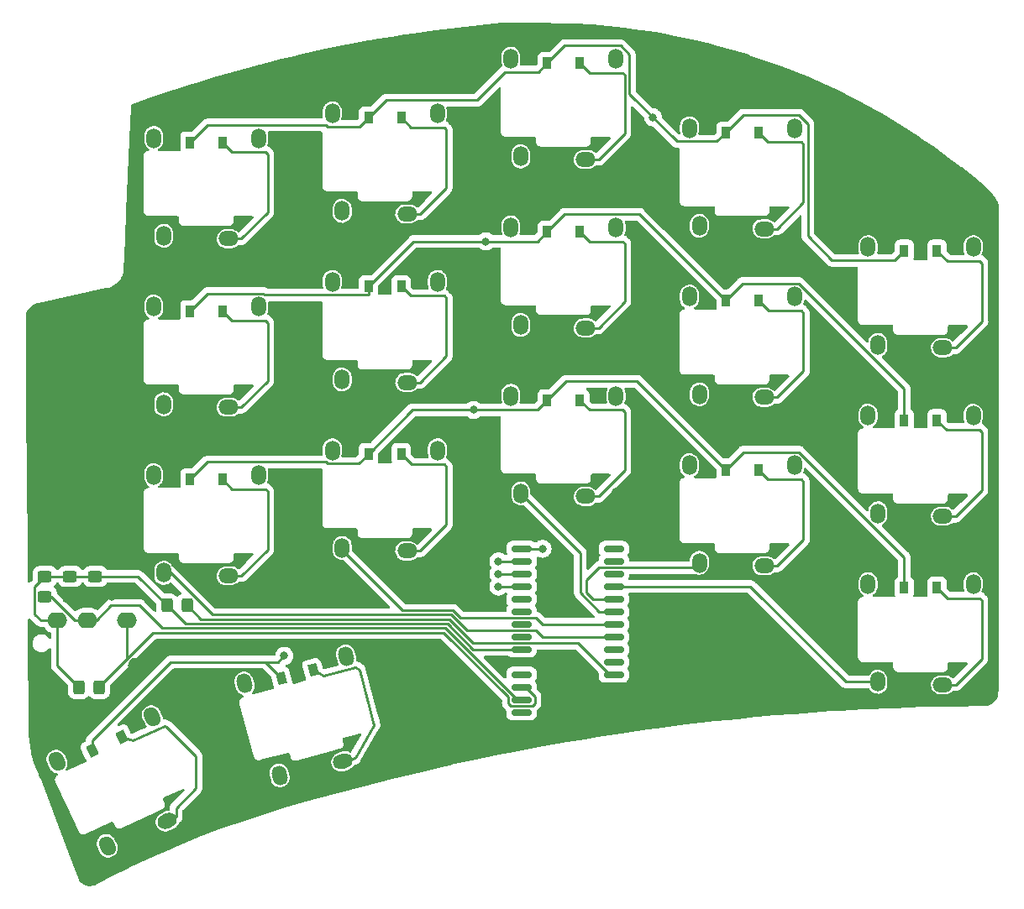
<source format=gbr>
%TF.GenerationSoftware,KiCad,Pcbnew,(6.0.7)*%
%TF.CreationDate,2022-09-28T21:41:43+08:00*%
%TF.ProjectId,ferris_right,66657272-6973-45f7-9269-6768742e6b69,rev?*%
%TF.SameCoordinates,Original*%
%TF.FileFunction,Copper,L1,Top*%
%TF.FilePolarity,Positive*%
%FSLAX46Y46*%
G04 Gerber Fmt 4.6, Leading zero omitted, Abs format (unit mm)*
G04 Created by KiCad (PCBNEW (6.0.7)) date 2022-09-28 21:41:43*
%MOMM*%
%LPD*%
G01*
G04 APERTURE LIST*
G04 Aperture macros list*
%AMRoundRect*
0 Rectangle with rounded corners*
0 $1 Rounding radius*
0 $2 $3 $4 $5 $6 $7 $8 $9 X,Y pos of 4 corners*
0 Add a 4 corners polygon primitive as box body*
4,1,4,$2,$3,$4,$5,$6,$7,$8,$9,$2,$3,0*
0 Add four circle primitives for the rounded corners*
1,1,$1+$1,$2,$3*
1,1,$1+$1,$4,$5*
1,1,$1+$1,$6,$7*
1,1,$1+$1,$8,$9*
0 Add four rect primitives between the rounded corners*
20,1,$1+$1,$2,$3,$4,$5,0*
20,1,$1+$1,$4,$5,$6,$7,0*
20,1,$1+$1,$6,$7,$8,$9,0*
20,1,$1+$1,$8,$9,$2,$3,0*%
%AMHorizOval*
0 Thick line with rounded ends*
0 $1 width*
0 $2 $3 position (X,Y) of the first rounded end (center of the circle)*
0 $4 $5 position (X,Y) of the second rounded end (center of the circle)*
0 Add line between two ends*
20,1,$1,$2,$3,$4,$5,0*
0 Add two circle primitives to create the rounded ends*
1,1,$1,$2,$3*
1,1,$1,$4,$5*%
%AMRotRect*
0 Rectangle, with rotation*
0 The origin of the aperture is its center*
0 $1 length*
0 $2 width*
0 $3 Rotation angle, in degrees counterclockwise*
0 Add horizontal line*
21,1,$1,$2,0,0,$3*%
G04 Aperture macros list end*
%TA.AperFunction,ComponentPad*%
%ADD10O,1.500000X2.000000*%
%TD*%
%TA.AperFunction,ComponentPad*%
%ADD11O,2.000000X1.500000*%
%TD*%
%TA.AperFunction,SMDPad,CuDef*%
%ADD12R,0.900000X1.200000*%
%TD*%
%TA.AperFunction,SMDPad,CuDef*%
%ADD13RotRect,0.900000X1.200000X25.000000*%
%TD*%
%TA.AperFunction,SMDPad,CuDef*%
%ADD14RotRect,0.900000X1.200000X15.000000*%
%TD*%
%TA.AperFunction,ComponentPad*%
%ADD15O,2.000000X1.600000*%
%TD*%
%TA.AperFunction,ComponentPad*%
%ADD16HorizOval,1.500000X-0.064705X0.241481X0.064705X-0.241481X0*%
%TD*%
%TA.AperFunction,ComponentPad*%
%ADD17HorizOval,1.500000X0.241481X0.064705X-0.241481X-0.064705X0*%
%TD*%
%TA.AperFunction,ComponentPad*%
%ADD18HorizOval,1.500000X-0.105655X0.226577X0.105655X-0.226577X0*%
%TD*%
%TA.AperFunction,ComponentPad*%
%ADD19HorizOval,1.500000X0.226577X0.105655X-0.226577X-0.105655X0*%
%TD*%
%TA.AperFunction,SMDPad,CuDef*%
%ADD20RoundRect,0.250000X-0.325000X-0.450000X0.325000X-0.450000X0.325000X0.450000X-0.325000X0.450000X0*%
%TD*%
%TA.AperFunction,SMDPad,CuDef*%
%ADD21RoundRect,0.250000X0.450000X-0.325000X0.450000X0.325000X-0.450000X0.325000X-0.450000X-0.325000X0*%
%TD*%
%TA.AperFunction,SMDPad,CuDef*%
%ADD22RoundRect,0.150000X-0.875000X-0.150000X0.875000X-0.150000X0.875000X0.150000X-0.875000X0.150000X0*%
%TD*%
%TA.AperFunction,SMDPad,CuDef*%
%ADD23RoundRect,0.250000X0.325000X0.450000X-0.325000X0.450000X-0.325000X-0.450000X0.325000X-0.450000X0*%
%TD*%
%TA.AperFunction,SMDPad,CuDef*%
%ADD24RoundRect,0.250000X-0.450000X0.325000X-0.450000X-0.325000X0.450000X-0.325000X0.450000X0.325000X0*%
%TD*%
%TA.AperFunction,ViaPad*%
%ADD25C,0.800000*%
%TD*%
%TA.AperFunction,Conductor*%
%ADD26C,0.250000*%
%TD*%
%TA.AperFunction,Conductor*%
%ADD27C,0.300000*%
%TD*%
G04 APERTURE END LIST*
D10*
%TO.P,K2_5,1*%
%TO.N,/col5*%
X137700000Y-69100000D03*
D11*
%TO.P,K2_5,2*%
%TO.N,Net-(D2_5-Pad2)*%
X144250000Y-69400000D03*
D10*
%TO.P,K2_5,3*%
%TO.N,N/C*%
X147300000Y-59250000D03*
%TO.P,K2_5,4*%
X136700000Y-59250000D03*
%TD*%
D12*
%TO.P,D0_8,1*%
%TO.N,/row1\u002C0*%
X194350000Y-24700000D03*
%TO.P,D0_8,2*%
%TO.N,Net-(D0_8-Pad2)*%
X197650000Y-24700000D03*
%TD*%
%TO.P,D0_7,1*%
%TO.N,/row1\u002C0*%
X176350000Y-17700000D03*
%TO.P,D0_7,2*%
%TO.N,Net-(D0_7-Pad2)*%
X179650000Y-17700000D03*
%TD*%
%TO.P,D0_6,1*%
%TO.N,/row1\u002C0*%
X158350000Y-23200000D03*
%TO.P,D0_6,2*%
%TO.N,Net-(D0_6-Pad2)*%
X161650000Y-23200000D03*
%TD*%
%TO.P,D0_9,1*%
%TO.N,/row1\u002C0*%
X212350000Y-36600000D03*
%TO.P,D0_9,2*%
%TO.N,Net-(D0_9-Pad2)*%
X215650000Y-36600000D03*
%TD*%
%TO.P,D0_5,1*%
%TO.N,/row1\u002C0*%
X140350000Y-25700000D03*
%TO.P,D0_5,2*%
%TO.N,Net-(D0_5-Pad2)*%
X143650000Y-25700000D03*
%TD*%
%TO.P,D1_5,1*%
%TO.N,/row1\u002C1*%
X140350000Y-42700000D03*
%TO.P,D1_5,2*%
%TO.N,Net-(D1_5-Pad2)*%
X143650000Y-42700000D03*
%TD*%
%TO.P,D1_6,1*%
%TO.N,/row1\u002C1*%
X158350000Y-40200000D03*
%TO.P,D1_6,2*%
%TO.N,Net-(D1_6-Pad2)*%
X161650000Y-40200000D03*
%TD*%
%TO.P,D1_7,1*%
%TO.N,/row1\u002C1*%
X176350000Y-34700000D03*
%TO.P,D1_7,2*%
%TO.N,Net-(D1_7-Pad2)*%
X179650000Y-34700000D03*
%TD*%
%TO.P,D1_8,1*%
%TO.N,/row1\u002C1*%
X194350000Y-41600000D03*
%TO.P,D1_8,2*%
%TO.N,Net-(D1_8-Pad2)*%
X197650000Y-41600000D03*
%TD*%
%TO.P,D1_9,1*%
%TO.N,/row1\u002C1*%
X212350000Y-53700000D03*
%TO.P,D1_9,2*%
%TO.N,Net-(D1_9-Pad2)*%
X215650000Y-53700000D03*
%TD*%
%TO.P,D2_6,1*%
%TO.N,/row1\u002C2*%
X158350000Y-57100000D03*
%TO.P,D2_6,2*%
%TO.N,Net-(D2_6-Pad2)*%
X161650000Y-57100000D03*
%TD*%
%TO.P,D2_9,1*%
%TO.N,/row1\u002C2*%
X212350000Y-70600000D03*
%TO.P,D2_9,2*%
%TO.N,Net-(D2_9-Pad2)*%
X215650000Y-70600000D03*
%TD*%
%TO.P,D2_8,1*%
%TO.N,/row1\u002C2*%
X194350000Y-58700000D03*
%TO.P,D2_8,2*%
%TO.N,Net-(D2_8-Pad2)*%
X197650000Y-58700000D03*
%TD*%
%TO.P,D2_5,1*%
%TO.N,/row1\u002C2*%
X140350000Y-59700000D03*
%TO.P,D2_5,2*%
%TO.N,Net-(D2_5-Pad2)*%
X143650000Y-59700000D03*
%TD*%
%TO.P,D2_7,1*%
%TO.N,/row1\u002C2*%
X176350000Y-51700000D03*
%TO.P,D2_7,2*%
%TO.N,Net-(D2_7-Pad2)*%
X179650000Y-51700000D03*
%TD*%
D13*
%TO.P,D3_5,2*%
%TO.N,Net-(D3_5-Pad2)*%
X133490731Y-85642561D03*
%TO.P,D3_5,1*%
%TO.N,/row1\u002C3*%
X130499915Y-87037201D03*
%TD*%
D14*
%TO.P,D3_6,2*%
%TO.N,Net-(D3_6-Pad2)*%
X152760304Y-78897004D03*
%TO.P,D3_6,1*%
%TO.N,/row1\u002C3*%
X149572748Y-79751106D03*
%TD*%
D15*
%TO.P,Jack1,R1*%
%TO.N,i2c_sda_right*%
X129992500Y-73900000D03*
%TO.P,Jack1,R2*%
%TO.N,VDD*%
X126992500Y-73900000D03*
%TO.P,Jack1,S*%
%TO.N,GND*%
X135092500Y-78500000D03*
%TO.P,Jack1,T*%
%TO.N,i2c_scl_right*%
X133992500Y-73900000D03*
%TD*%
D10*
%TO.P,K0_9,1*%
%TO.N,/col9*%
X209700000Y-46100000D03*
D11*
%TO.P,K0_9,2*%
%TO.N,Net-(D0_9-Pad2)*%
X216250000Y-46400000D03*
D10*
%TO.P,K0_9,3*%
%TO.N,N/C*%
X219300000Y-36250000D03*
%TO.P,K0_9,4*%
X208700000Y-36250000D03*
%TD*%
%TO.P,K0_8,1*%
%TO.N,/col8*%
X191700000Y-34100000D03*
D11*
%TO.P,K0_8,2*%
%TO.N,Net-(D0_8-Pad2)*%
X198250000Y-34400000D03*
D10*
%TO.P,K0_8,3*%
%TO.N,N/C*%
X201300000Y-24250000D03*
%TO.P,K0_8,4*%
X190700000Y-24250000D03*
%TD*%
%TO.P,K0_5,1*%
%TO.N,/col5*%
X137700000Y-35100000D03*
D11*
%TO.P,K0_5,2*%
%TO.N,Net-(D0_5-Pad2)*%
X144250000Y-35400000D03*
D10*
%TO.P,K0_5,3*%
%TO.N,N/C*%
X147300000Y-25250000D03*
%TO.P,K0_5,4*%
X136700000Y-25250000D03*
%TD*%
%TO.P,K0_6,1*%
%TO.N,/col6*%
X155700000Y-32600000D03*
D11*
%TO.P,K0_6,2*%
%TO.N,Net-(D0_6-Pad2)*%
X162250000Y-32900000D03*
D10*
%TO.P,K0_6,3*%
%TO.N,N/C*%
X165300000Y-22750000D03*
%TO.P,K0_6,4*%
X154700000Y-22750000D03*
%TD*%
%TO.P,K0_7,1*%
%TO.N,/col7*%
X173700000Y-27100000D03*
D11*
%TO.P,K0_7,2*%
%TO.N,Net-(D0_7-Pad2)*%
X180250000Y-27400000D03*
D10*
%TO.P,K0_7,3*%
%TO.N,N/C*%
X183300000Y-17250000D03*
%TO.P,K0_7,4*%
X172700000Y-17250000D03*
%TD*%
%TO.P,K1_9,1*%
%TO.N,/col9*%
X209700000Y-63100000D03*
D11*
%TO.P,K1_9,2*%
%TO.N,Net-(D1_9-Pad2)*%
X216250000Y-63400000D03*
D10*
%TO.P,K1_9,3*%
%TO.N,N/C*%
X219300000Y-53250000D03*
%TO.P,K1_9,4*%
X208700000Y-53250000D03*
%TD*%
%TO.P,K1_8,1*%
%TO.N,/col8*%
X191700000Y-51100000D03*
D11*
%TO.P,K1_8,2*%
%TO.N,Net-(D1_8-Pad2)*%
X198250000Y-51400000D03*
D10*
%TO.P,K1_8,3*%
%TO.N,N/C*%
X201300000Y-41250000D03*
%TO.P,K1_8,4*%
X190700000Y-41250000D03*
%TD*%
%TO.P,K1_7,1*%
%TO.N,/col7*%
X173700000Y-44100000D03*
D11*
%TO.P,K1_7,2*%
%TO.N,Net-(D1_7-Pad2)*%
X180250000Y-44400000D03*
D10*
%TO.P,K1_7,3*%
%TO.N,N/C*%
X183300000Y-34250000D03*
%TO.P,K1_7,4*%
X172700000Y-34250000D03*
%TD*%
%TO.P,K1_6,1*%
%TO.N,/col6*%
X155700000Y-49600000D03*
D11*
%TO.P,K1_6,2*%
%TO.N,Net-(D1_6-Pad2)*%
X162250000Y-49900000D03*
D10*
%TO.P,K1_6,3*%
%TO.N,N/C*%
X165300000Y-39750000D03*
%TO.P,K1_6,4*%
X154700000Y-39750000D03*
%TD*%
%TO.P,K1_5,1*%
%TO.N,/col5*%
X137700000Y-52100000D03*
D11*
%TO.P,K1_5,2*%
%TO.N,Net-(D1_5-Pad2)*%
X144250000Y-52400000D03*
D10*
%TO.P,K1_5,3*%
%TO.N,N/C*%
X147300000Y-42250000D03*
%TO.P,K1_5,4*%
X136700000Y-42250000D03*
%TD*%
%TO.P,K2_6,1*%
%TO.N,/col6*%
X155700000Y-66600000D03*
D11*
%TO.P,K2_6,2*%
%TO.N,Net-(D2_6-Pad2)*%
X162250000Y-66900000D03*
D10*
%TO.P,K2_6,3*%
%TO.N,N/C*%
X165300000Y-56750000D03*
%TO.P,K2_6,4*%
X154700000Y-56750000D03*
%TD*%
%TO.P,K2_7,1*%
%TO.N,/col7*%
X173700000Y-61100000D03*
D11*
%TO.P,K2_7,2*%
%TO.N,Net-(D2_7-Pad2)*%
X180250000Y-61400000D03*
D10*
%TO.P,K2_7,3*%
%TO.N,N/C*%
X183300000Y-51250000D03*
%TO.P,K2_7,4*%
X172700000Y-51250000D03*
%TD*%
%TO.P,K2_8,1*%
%TO.N,/col8*%
X191700000Y-68100000D03*
D11*
%TO.P,K2_8,2*%
%TO.N,Net-(D2_8-Pad2)*%
X198250000Y-68400000D03*
D10*
%TO.P,K2_8,3*%
%TO.N,N/C*%
X201300000Y-58250000D03*
%TO.P,K2_8,4*%
X190700000Y-58250000D03*
%TD*%
%TO.P,K2_9,1*%
%TO.N,/col9*%
X209700000Y-80100000D03*
D11*
%TO.P,K2_9,2*%
%TO.N,Net-(D2_9-Pad2)*%
X216250000Y-80400000D03*
D10*
%TO.P,K2_9,3*%
%TO.N,N/C*%
X219300000Y-70250000D03*
%TO.P,K2_9,4*%
X208700000Y-70250000D03*
%TD*%
D16*
%TO.P,K3_6,1*%
%TO.N,/col6*%
X149383021Y-89533198D03*
D17*
%TO.P,K3_6,2*%
%TO.N,Net-(D3_6-Pad2)*%
X155787481Y-88127711D03*
D16*
%TO.P,K3_6,3*%
%TO.N,N/C*%
X156106541Y-77534165D03*
%TO.P,K3_6,4*%
X145867728Y-80277647D03*
%TD*%
D18*
%TO.P,K3_5,1*%
%TO.N,/col5*%
X132023957Y-96638295D03*
D19*
%TO.P,K3_5,2*%
%TO.N,Net-(D3_5-Pad2)*%
X138087058Y-94142038D03*
D18*
%TO.P,K3_5,3*%
%TO.N,N/C*%
X136561722Y-83654028D03*
%TO.P,K3_5,4*%
X126954859Y-88133782D03*
%TD*%
D20*
%TO.P,R7,2*%
%TO.N,i2c_scl_right*%
X131200000Y-80645000D03*
%TO.P,R7,1*%
%TO.N,VDD*%
X129150000Y-80645000D03*
%TD*%
D21*
%TO.P,C13,1*%
%TO.N,GND*%
X130810000Y-71510000D03*
%TO.P,C13,2*%
%TO.N,VDD*%
X130810000Y-69460000D03*
%TD*%
%TO.P,C12,1*%
%TO.N,GND*%
X128270000Y-71510000D03*
%TO.P,C12,2*%
%TO.N,VDD*%
X128270000Y-69460000D03*
%TD*%
D22*
%TO.P,U2,28*%
%TO.N,Net-(U2-Pad28)*%
X183085000Y-66675000D03*
%TO.P,U2,27*%
%TO.N,Net-(U2-Pad27)*%
X183085000Y-67945000D03*
%TO.P,U2,26*%
%TO.N,Net-(U2-Pad26)*%
X183085000Y-69215000D03*
%TO.P,U2,25*%
%TO.N,/col9*%
X183085000Y-70485000D03*
%TO.P,U2,24*%
%TO.N,/col8*%
X183085000Y-71755000D03*
%TO.P,U2,23*%
%TO.N,/col7*%
X183085000Y-73025000D03*
%TO.P,U2,22*%
%TO.N,/col6*%
X183085000Y-74295000D03*
%TO.P,U2,21*%
%TO.N,/col5*%
X183085000Y-75565000D03*
%TO.P,U2,20*%
%TO.N,Net-(U2-Pad20)*%
X183085000Y-76835000D03*
%TO.P,U2,19*%
%TO.N,Net-(U2-Pad19)*%
X183085000Y-78105000D03*
%TO.P,U2,18*%
%TO.N,Net-(R6-Pad1)*%
X183085000Y-79375000D03*
%TO.P,U2,17*%
%TO.N,GND*%
X183085000Y-80645000D03*
%TO.P,U2,16*%
X183085000Y-81915000D03*
%TO.P,U2,15*%
X183085000Y-83185000D03*
%TO.P,U2,14*%
%TO.N,Net-(U2-Pad14)*%
X173785000Y-83185000D03*
%TO.P,U2,13*%
%TO.N,i2c_sda_right*%
X173785000Y-81915000D03*
%TO.P,U2,12*%
%TO.N,i2c_scl_right*%
X173785000Y-80645000D03*
%TO.P,U2,11*%
%TO.N,Net-(U2-Pad11)*%
X173785000Y-79375000D03*
%TO.P,U2,10*%
%TO.N,GND*%
X173785000Y-78105000D03*
%TO.P,U2,9*%
%TO.N,VDD*%
X173785000Y-76835000D03*
%TO.P,U2,8*%
%TO.N,Net-(U2-Pad8)*%
X173785000Y-75565000D03*
%TO.P,U2,7*%
%TO.N,Net-(U2-Pad7)*%
X173785000Y-74295000D03*
%TO.P,U2,6*%
%TO.N,Net-(U2-Pad6)*%
X173785000Y-73025000D03*
%TO.P,U2,5*%
%TO.N,Net-(U2-Pad5)*%
X173785000Y-71755000D03*
%TO.P,U2,4*%
%TO.N,/row1\u002C3*%
X173785000Y-70485000D03*
%TO.P,U2,3*%
%TO.N,/row1\u002C2*%
X173785000Y-69215000D03*
%TO.P,U2,2*%
%TO.N,/row1\u002C1*%
X173785000Y-67945000D03*
%TO.P,U2,1*%
%TO.N,/row1\u002C0*%
X173785000Y-66675000D03*
%TD*%
D23*
%TO.P,R6,1*%
%TO.N,Net-(R6-Pad1)*%
X140090000Y-72390000D03*
%TO.P,R6,2*%
%TO.N,VDD*%
X138040000Y-72390000D03*
%TD*%
D24*
%TO.P,R8,2*%
%TO.N,i2c_sda_right*%
X125730000Y-71510000D03*
%TO.P,R8,1*%
%TO.N,VDD*%
X125730000Y-69460000D03*
%TD*%
D25*
%TO.N,/row1\u002C2*%
X168950010Y-52664990D03*
%TO.N,/row1\u002C1*%
X170180000Y-35664990D03*
%TO.N,/row1\u002C2*%
X171450000Y-69215000D03*
%TO.N,/row1\u002C1*%
X171450000Y-67945000D03*
%TO.N,/row1\u002C0*%
X175895000Y-66675000D03*
X187020880Y-23154081D03*
%TO.N,/row1\u002C3*%
X149860000Y-77470000D03*
X171450000Y-70485000D03*
%TO.N,GND*%
X132441167Y-71535049D03*
X148700000Y-59300000D03*
X183300000Y-60900000D03*
X163500000Y-56800000D03*
X181500000Y-51500000D03*
X135810000Y-23840000D03*
X201700000Y-68100000D03*
%TD*%
D26*
%TO.N,Net-(D3_5-Pad2)*%
X133490732Y-85642564D02*
X134581291Y-86039493D01*
X137981253Y-84605580D02*
X140970000Y-87594327D01*
X134581291Y-86039493D02*
X137798767Y-84539160D01*
X138959046Y-92815954D02*
X138959046Y-93735423D01*
X138959046Y-93735423D02*
X138087059Y-94142039D01*
X137798767Y-84539160D02*
X137981253Y-84605580D01*
X140970000Y-87594327D02*
X140970000Y-90805000D01*
X140970000Y-90805000D02*
X138959046Y-92815954D01*
%TO.N,/row1\u002C2*%
X168950010Y-52664990D02*
X175385010Y-52664990D01*
%TO.N,/row1\u002C1*%
X170180000Y-35664990D02*
X175385010Y-35664990D01*
X175385010Y-35664990D02*
X176350000Y-34700000D01*
X170180000Y-35664990D02*
X162885010Y-35664990D01*
X162885010Y-35664990D02*
X158350000Y-40200000D01*
%TO.N,/row1\u002C0*%
X175895000Y-66675000D02*
X173785000Y-66675000D01*
%TO.N,/row1\u002C1*%
X173785000Y-67945000D02*
X171450000Y-67945000D01*
%TO.N,/row1\u002C2*%
X171450000Y-69215000D02*
X173785000Y-69215000D01*
%TO.N,/col7*%
X183085000Y-73025000D02*
X181608604Y-73025000D01*
X181608604Y-73025000D02*
X179705000Y-71121396D01*
X179705000Y-71121396D02*
X179705000Y-67105000D01*
X179705000Y-67105000D02*
X173700000Y-61100000D01*
%TO.N,/row1\u002C3*%
X171450000Y-70485000D02*
X173785000Y-70485000D01*
X138430000Y-78105000D02*
X149225000Y-78105000D01*
X149860000Y-77470000D02*
X149225000Y-78105000D01*
%TO.N,/col6*%
X166873833Y-72885000D02*
X167648833Y-73660000D01*
X183085000Y-74295000D02*
X175895000Y-74295000D01*
X155700000Y-66800000D02*
X155700000Y-66600000D01*
X175895000Y-74295000D02*
X175260000Y-73660000D01*
X175260000Y-73660000D02*
X167648833Y-73660000D01*
X166873833Y-72885000D02*
X161785000Y-72885000D01*
X161785000Y-72885000D02*
X155700000Y-66800000D01*
%TO.N,/col5*%
X168282437Y-74930000D02*
X166687437Y-73335000D01*
X166687437Y-73335000D02*
X142623173Y-73335000D01*
X142623173Y-73335000D02*
X138388173Y-69100000D01*
X138388173Y-69100000D02*
X137700000Y-69100000D01*
X183085000Y-75565000D02*
X175895000Y-75565000D01*
X175895000Y-75565000D02*
X175256281Y-74926281D01*
X175256281Y-74926281D02*
X168278718Y-74926281D01*
%TO.N,Net-(R6-Pad1)*%
X183085000Y-79375000D02*
X182658249Y-79375000D01*
X182658249Y-79375000D02*
X179483249Y-76200000D01*
X166501041Y-73785000D02*
X141485000Y-73785000D01*
X141485000Y-73785000D02*
X140090000Y-72390000D01*
X179483249Y-76200000D02*
X168916041Y-76200000D01*
X168916041Y-76200000D02*
X166501041Y-73785000D01*
%TO.N,i2c_scl_right*%
X131200000Y-80645000D02*
X131200000Y-80601510D01*
X131200000Y-80601510D02*
X136655922Y-75145588D01*
X136655922Y-75145588D02*
X140075023Y-75145588D01*
X174856751Y-82540000D02*
X175135000Y-82261751D01*
X140075023Y-75145588D02*
X140085611Y-75135000D01*
X140085611Y-75135000D02*
X165940000Y-75135000D01*
X165940000Y-75135000D02*
X172435000Y-81630000D01*
X172435000Y-81630000D02*
X172435000Y-82261751D01*
X172435000Y-82261751D02*
X172713249Y-82540000D01*
X172713249Y-82540000D02*
X174856751Y-82540000D01*
X175135000Y-81568249D02*
X174211751Y-80645000D01*
X175135000Y-82261751D02*
X175135000Y-81568249D01*
X174211751Y-80645000D02*
X173785000Y-80645000D01*
%TO.N,VDD*%
X173785000Y-76835000D02*
X168914645Y-76835000D01*
X168914645Y-76835000D02*
X166314645Y-74235000D01*
X166314645Y-74235000D02*
X139885000Y-74235000D01*
X139885000Y-74235000D02*
X138040000Y-72390000D01*
%TO.N,/col8*%
X183085000Y-71755000D02*
X180975000Y-71755000D01*
X180975000Y-71755000D02*
X180340000Y-71120000D01*
X180340000Y-71120000D02*
X180340000Y-69850000D01*
X191220000Y-68580000D02*
X191700000Y-68100000D01*
X180340000Y-69850000D02*
X181610000Y-68580000D01*
X181610000Y-68580000D02*
X191220000Y-68580000D01*
%TO.N,/col9*%
X183085000Y-70485000D02*
X196850000Y-70485000D01*
X196850000Y-70485000D02*
X206465000Y-80100000D01*
X206465000Y-80100000D02*
X209700000Y-80100000D01*
%TO.N,VDD*%
X130810000Y-69460000D02*
X135110000Y-69460000D01*
X135110000Y-69460000D02*
X138040000Y-72390000D01*
%TO.N,i2c_sda_right*%
X173785000Y-81915000D02*
X173358249Y-81915000D01*
X135255000Y-72390000D02*
X132426250Y-72390000D01*
X173358249Y-81915000D02*
X166128249Y-74685000D01*
X166128249Y-74685000D02*
X137550000Y-74685000D01*
X137550000Y-74685000D02*
X135255000Y-72390000D01*
X132426250Y-72390000D02*
X130916250Y-73900000D01*
X130916250Y-73900000D02*
X129992500Y-73900000D01*
%TO.N,/row1\u002C3*%
X130499915Y-86035085D02*
X138430000Y-78105000D01*
X130499915Y-87037201D02*
X130499915Y-86035085D01*
X147926642Y-78105000D02*
X149572748Y-79751106D01*
D27*
%TO.N,GND*%
X130810000Y-71510000D02*
X132416118Y-71510000D01*
X132416118Y-71510000D02*
X132441167Y-71535049D01*
D26*
%TO.N,i2c_scl_right*%
X133992500Y-77809010D02*
X133992500Y-73900000D01*
%TO.N,VDD*%
X126992500Y-73900000D02*
X126992500Y-78487500D01*
X126992500Y-78487500D02*
X129150000Y-80645000D01*
%TO.N,i2c_sda_right*%
X125730000Y-71510000D02*
X126393490Y-71510000D01*
X128783490Y-73900000D02*
X129992500Y-73900000D01*
X126393490Y-71510000D02*
X128783490Y-73900000D01*
%TO.N,VDD*%
X125730000Y-69460000D02*
X124705000Y-70485000D01*
X124705000Y-70485000D02*
X124705000Y-73270000D01*
X124705000Y-73270000D02*
X125335000Y-73900000D01*
X125335000Y-73900000D02*
X126992500Y-73900000D01*
X125730000Y-69460000D02*
X128270000Y-69460000D01*
X128270000Y-69460000D02*
X130810000Y-69460000D01*
D27*
%TO.N,GND*%
X130810000Y-71510000D02*
X128270000Y-71510000D01*
D26*
%TO.N,Net-(D3_6-Pad2)*%
X155787481Y-88127710D02*
X156994889Y-87804187D01*
X157032426Y-78657816D02*
X153831551Y-79515489D01*
X153831551Y-79515489D02*
X152760303Y-78897004D01*
X156994889Y-87804187D02*
X158920459Y-84469001D01*
X158920459Y-84469001D02*
X157423922Y-78883846D01*
X157423922Y-78883846D02*
X157032426Y-78657816D01*
%TO.N,/row1\u002C0*%
X169324990Y-21380524D02*
X169324990Y-21424990D01*
X140350000Y-25700000D02*
X142125010Y-23924990D01*
X178125010Y-15924990D02*
X183745283Y-15924990D01*
X158350000Y-23200000D02*
X160125010Y-21424990D01*
X196125010Y-22924990D02*
X201745283Y-22924990D01*
X211374990Y-37575010D02*
X212350000Y-36600000D01*
X183745283Y-15924990D02*
X184635020Y-16814727D01*
X176350000Y-17700000D02*
X178125010Y-15924990D01*
X154254717Y-24075010D02*
X157474990Y-24075010D01*
X154104697Y-23924990D02*
X154254717Y-24075010D01*
X201745283Y-22924990D02*
X202635020Y-23814727D01*
X189415010Y-25575010D02*
X193474990Y-25575010D01*
X202635020Y-35154980D02*
X205055050Y-37575010D01*
X176350000Y-17700000D02*
X175474990Y-18575010D01*
X184635020Y-16814727D02*
X184635020Y-20795020D01*
X160125010Y-21424990D02*
X169324990Y-21424990D01*
X194350000Y-24700000D02*
X196125010Y-22924990D01*
X184635020Y-20795020D02*
X189415010Y-25575010D01*
X157474990Y-24075010D02*
X158350000Y-23200000D01*
X193474990Y-25575010D02*
X194350000Y-24700000D01*
X142125010Y-23924990D02*
X154104697Y-23924990D01*
X175474990Y-18575010D02*
X172130504Y-18575010D01*
X202635020Y-23814727D02*
X202635020Y-35154980D01*
X172130504Y-18575010D02*
X169324990Y-21380524D01*
X205055050Y-37575010D02*
X211374990Y-37575010D01*
%TO.N,/row1\u002C1*%
X178125010Y-32924990D02*
X185674990Y-32924990D01*
X201745283Y-39924990D02*
X212350000Y-50529707D01*
X212350000Y-50529707D02*
X212350000Y-53700000D01*
X196025010Y-39924990D02*
X201745283Y-39924990D01*
X142125010Y-40924990D02*
X140350000Y-42700000D01*
X185674990Y-32924990D02*
X194350000Y-41600000D01*
X176350000Y-34700000D02*
X178125010Y-32924990D01*
X158350000Y-40200000D02*
X158350000Y-41050000D01*
X158350000Y-41050000D02*
X158324990Y-41075010D01*
X158324990Y-41075010D02*
X147895303Y-41075010D01*
X147895303Y-41075010D02*
X147745283Y-40924990D01*
X194350000Y-41600000D02*
X196025010Y-39924990D01*
X147745283Y-40924990D02*
X142125010Y-40924990D01*
%TO.N,/row1\u002C2*%
X140350000Y-59700000D02*
X142125010Y-57924990D01*
X212350000Y-67529707D02*
X212350000Y-70600000D01*
X157374990Y-58075010D02*
X158350000Y-57100000D01*
X194350000Y-58700000D02*
X196125010Y-56924990D01*
X201745283Y-56924990D02*
X212350000Y-67529707D01*
X154254717Y-58075010D02*
X157374990Y-58075010D01*
X185424990Y-49774990D02*
X193805000Y-58155000D01*
X175385010Y-52664990D02*
X176350000Y-51700000D01*
X158350000Y-57100000D02*
X162785010Y-52664990D01*
X154104697Y-57924990D02*
X154254717Y-58075010D01*
X162785010Y-52664990D02*
X168950010Y-52664990D01*
X193805000Y-58155000D02*
X194350000Y-58700000D01*
X142125010Y-57924990D02*
X154104697Y-57924990D01*
X178275010Y-49774990D02*
X185424990Y-49774990D01*
X196125010Y-56924990D02*
X201745283Y-56924990D01*
X176350000Y-51700000D02*
X178275010Y-49774990D01*
%TO.N,Net-(D0_5-Pad2)*%
X147959476Y-26664990D02*
X148185010Y-26890524D01*
X144614990Y-26664990D02*
X147959476Y-26664990D01*
X148185010Y-26890524D02*
X148185010Y-32759476D01*
X148185010Y-32759476D02*
X145544486Y-35400000D01*
X143650000Y-25700000D02*
X144614990Y-26664990D01*
X145544486Y-35400000D02*
X144250000Y-35400000D01*
%TO.N,Net-(D0_6-Pad2)*%
X162614990Y-24164990D02*
X165959476Y-24164990D01*
X163544486Y-32900000D02*
X162250000Y-32900000D01*
X161650000Y-23200000D02*
X162614990Y-24164990D01*
X166185010Y-24390524D02*
X166185010Y-30259476D01*
X166185010Y-30259476D02*
X163544486Y-32900000D01*
X165959476Y-24164990D02*
X166185010Y-24390524D01*
%TO.N,Net-(D0_7-Pad2)*%
X179650000Y-17700000D02*
X180614990Y-18664990D01*
X181544486Y-27400000D02*
X180250000Y-27400000D01*
X183959476Y-18664990D02*
X184185010Y-18890524D01*
X184185010Y-18890524D02*
X184185010Y-24759476D01*
X184185010Y-24759476D02*
X181544486Y-27400000D01*
X180614990Y-18664990D02*
X183959476Y-18664990D01*
%TO.N,Net-(D0_8-Pad2)*%
X198614990Y-25664990D02*
X201959476Y-25664990D01*
X202185010Y-31759476D02*
X199544486Y-34400000D01*
X197650000Y-24700000D02*
X198614990Y-25664990D01*
X201959476Y-25664990D02*
X202185010Y-25890524D01*
X202185010Y-25890524D02*
X202185010Y-31759476D01*
X199544486Y-34400000D02*
X198250000Y-34400000D01*
%TO.N,Net-(D0_9-Pad2)*%
X215650000Y-36600000D02*
X216714990Y-37664990D01*
X220185010Y-43759476D02*
X217544486Y-46400000D01*
X219959476Y-37664990D02*
X220185010Y-37890524D01*
X217544486Y-46400000D02*
X216250000Y-46400000D01*
X216714990Y-37664990D02*
X219959476Y-37664990D01*
X220185010Y-37890524D02*
X220185010Y-43759476D01*
%TO.N,Net-(D1_5-Pad2)*%
X147959476Y-43664990D02*
X148185010Y-43890524D01*
X143650000Y-42700000D02*
X144614990Y-43664990D01*
X144614990Y-43664990D02*
X147959476Y-43664990D01*
X148185010Y-43890524D02*
X148185010Y-49759476D01*
X145544486Y-52400000D02*
X144250000Y-52400000D01*
X148185010Y-49759476D02*
X145544486Y-52400000D01*
%TO.N,Net-(D1_6-Pad2)*%
X166185010Y-41390524D02*
X166185010Y-47259476D01*
X162614990Y-41164990D02*
X165959476Y-41164990D01*
X166185010Y-47259476D02*
X163544486Y-49900000D01*
X163544486Y-49900000D02*
X162250000Y-49900000D01*
X161650000Y-40200000D02*
X162614990Y-41164990D01*
X165959476Y-41164990D02*
X166185010Y-41390524D01*
%TO.N,Net-(D1_7-Pad2)*%
X179650000Y-34700000D02*
X180614990Y-35664990D01*
X180614990Y-35664990D02*
X183959476Y-35664990D01*
X184185010Y-41759476D02*
X181544486Y-44400000D01*
X184185010Y-35890524D02*
X184185010Y-41759476D01*
X183959476Y-35664990D02*
X184185010Y-35890524D01*
X181544486Y-44400000D02*
X180250000Y-44400000D01*
%TO.N,Net-(D1_8-Pad2)*%
X199544486Y-51400000D02*
X198250000Y-51400000D01*
X201959476Y-42664990D02*
X202185010Y-42890524D01*
X198714990Y-42664990D02*
X201959476Y-42664990D01*
X202185010Y-48759476D02*
X199544486Y-51400000D01*
X202185010Y-42890524D02*
X202185010Y-48759476D01*
X197650000Y-41600000D02*
X198714990Y-42664990D01*
%TO.N,Net-(D1_9-Pad2)*%
X216614990Y-54664990D02*
X219959476Y-54664990D01*
X215650000Y-53700000D02*
X216614990Y-54664990D01*
X217544486Y-63400000D02*
X216250000Y-63400000D01*
X220185010Y-54890524D02*
X220185010Y-60759476D01*
X220185010Y-60759476D02*
X217544486Y-63400000D01*
X219959476Y-54664990D02*
X220185010Y-54890524D01*
%TO.N,Net-(D2_5-Pad2)*%
X148185010Y-60890524D02*
X148185010Y-66759476D01*
X145544486Y-69400000D02*
X144250000Y-69400000D01*
X143650000Y-59700000D02*
X144614990Y-60664990D01*
X148185010Y-66759476D02*
X145544486Y-69400000D01*
X147959476Y-60664990D02*
X148185010Y-60890524D01*
X144614990Y-60664990D02*
X147959476Y-60664990D01*
%TO.N,Net-(D2_6-Pad2)*%
X161650000Y-57100000D02*
X162714990Y-58164990D01*
X162714990Y-58164990D02*
X165959476Y-58164990D01*
X163544486Y-66900000D02*
X162250000Y-66900000D01*
X165959476Y-58164990D02*
X166185010Y-58390524D01*
X166185010Y-58390524D02*
X166185010Y-64259476D01*
X166185010Y-64259476D02*
X163544486Y-66900000D01*
%TO.N,Net-(D2_7-Pad2)*%
X179650000Y-51700000D02*
X180614990Y-52664990D01*
X181544486Y-61400000D02*
X180250000Y-61400000D01*
X184185010Y-52890524D02*
X184185010Y-58759476D01*
X183959476Y-52664990D02*
X184185010Y-52890524D01*
X184185010Y-58759476D02*
X181544486Y-61400000D01*
X180614990Y-52664990D02*
X183959476Y-52664990D01*
%TO.N,Net-(D2_8-Pad2)*%
X198614990Y-59664990D02*
X201959476Y-59664990D01*
X199544486Y-68400000D02*
X198250000Y-68400000D01*
X202185010Y-65759476D02*
X199544486Y-68400000D01*
X202185010Y-59890524D02*
X202185010Y-65759476D01*
X201959476Y-59664990D02*
X202185010Y-59890524D01*
X197650000Y-58700000D02*
X198614990Y-59664990D01*
%TO.N,Net-(D2_9-Pad2)*%
X220185010Y-77759476D02*
X217544486Y-80400000D01*
X217544486Y-80400000D02*
X216250000Y-80400000D01*
X215650000Y-70600000D02*
X216714990Y-71664990D01*
X216714990Y-71664990D02*
X219959476Y-71664990D01*
X220185010Y-71890524D02*
X220185010Y-77759476D01*
X219959476Y-71664990D02*
X220185010Y-71890524D01*
%TD*%
%TA.AperFunction,Conductor*%
%TO.N,GND*%
G36*
X175962252Y-13638236D02*
G01*
X175976459Y-13640449D01*
X175976467Y-13640449D01*
X175985335Y-13641830D01*
X176013374Y-13638163D01*
X176031195Y-13637109D01*
X177612086Y-13655905D01*
X177615066Y-13655976D01*
X177799228Y-13662547D01*
X179233172Y-13713713D01*
X179236164Y-13713856D01*
X180852348Y-13810041D01*
X180855337Y-13810254D01*
X181838267Y-13892243D01*
X182468897Y-13944846D01*
X182471829Y-13945127D01*
X184081680Y-14118039D01*
X184084598Y-14118387D01*
X185689931Y-14329530D01*
X185692862Y-14329952D01*
X185905169Y-14363028D01*
X187292651Y-14579192D01*
X187295606Y-14579688D01*
X188549086Y-14805621D01*
X188889069Y-14866902D01*
X188891994Y-14867465D01*
X190478146Y-15192477D01*
X190481012Y-15193100D01*
X191375425Y-15398642D01*
X192059019Y-15555737D01*
X192061931Y-15556443D01*
X192831020Y-15752547D01*
X193630800Y-15956477D01*
X193633672Y-15957245D01*
X195192671Y-16394491D01*
X195195500Y-16395320D01*
X196735123Y-16866891D01*
X196743651Y-16869503D01*
X196746496Y-16870412D01*
X198282885Y-17381252D01*
X198285687Y-17382221D01*
X199809559Y-17929466D01*
X199812300Y-17930488D01*
X200884890Y-18344717D01*
X201322679Y-18513789D01*
X201325461Y-18514901D01*
X202821594Y-19133967D01*
X202824348Y-19135146D01*
X204305253Y-19789570D01*
X204307937Y-19790794D01*
X204561052Y-19909919D01*
X205772946Y-20480281D01*
X205775641Y-20481589D01*
X207223755Y-21205667D01*
X207226419Y-21207038D01*
X207719165Y-21468242D01*
X208657037Y-21965407D01*
X208659577Y-21966793D01*
X209770206Y-22589804D01*
X210071716Y-22758937D01*
X210074311Y-22760434D01*
X211467159Y-23585894D01*
X211469718Y-23587452D01*
X212842553Y-24445797D01*
X212845074Y-24447415D01*
X213762559Y-25051866D01*
X213990179Y-25201825D01*
X214197134Y-25338170D01*
X214199609Y-25339843D01*
X215530077Y-26262469D01*
X215532513Y-26264201D01*
X215628924Y-26334510D01*
X216840727Y-27218242D01*
X216843126Y-27220036D01*
X217716946Y-27889681D01*
X218105729Y-28187621D01*
X218128229Y-28204864D01*
X218130578Y-28206708D01*
X219391987Y-29221878D01*
X219394190Y-29223694D01*
X220596192Y-30239075D01*
X220611002Y-30253863D01*
X220624121Y-30269343D01*
X220631611Y-30274286D01*
X220637925Y-30279886D01*
X220644612Y-30285053D01*
X220650863Y-30291492D01*
X220664706Y-30299339D01*
X220668726Y-30301618D01*
X220686773Y-30314038D01*
X220726954Y-30347187D01*
X220896387Y-30486970D01*
X220904619Y-30494394D01*
X221115155Y-30701825D01*
X221119887Y-30706487D01*
X221127443Y-30714618D01*
X221214506Y-30817012D01*
X221323188Y-30944832D01*
X221330002Y-30953601D01*
X221504715Y-31200155D01*
X221510731Y-31209490D01*
X221523466Y-31231311D01*
X221663055Y-31470475D01*
X221668225Y-31480304D01*
X221796979Y-31753689D01*
X221801262Y-31763933D01*
X221869416Y-31949500D01*
X221875625Y-31966407D01*
X221883350Y-32009952D01*
X221865807Y-52598255D01*
X221841532Y-81086548D01*
X221839278Y-81110167D01*
X221839249Y-81110319D01*
X221836824Y-81122968D01*
X221837675Y-81131900D01*
X221837675Y-81131907D01*
X221838287Y-81138325D01*
X221838146Y-81163628D01*
X221820247Y-81331596D01*
X221817085Y-81349236D01*
X221769289Y-81537593D01*
X221763658Y-81554605D01*
X221689619Y-81734289D01*
X221681632Y-81750328D01*
X221582850Y-81917691D01*
X221572672Y-81932429D01*
X221451150Y-82084082D01*
X221438978Y-82097234D01*
X221297174Y-82230111D01*
X221283261Y-82241403D01*
X221128839Y-82349462D01*
X221124033Y-82352825D01*
X221108656Y-82362029D01*
X220935244Y-82449728D01*
X220918718Y-82456658D01*
X220734610Y-82518872D01*
X220717269Y-82523387D01*
X220526196Y-82558855D01*
X220508388Y-82560864D01*
X220491080Y-82561577D01*
X220346599Y-82567531D01*
X220329066Y-82566273D01*
X220320503Y-82565911D01*
X220311674Y-82564264D01*
X220306727Y-82564761D01*
X220306481Y-82564739D01*
X220301677Y-82563939D01*
X220296809Y-82563888D01*
X220296807Y-82563888D01*
X220295513Y-82563875D01*
X220289124Y-82563808D01*
X220285146Y-82564384D01*
X220279943Y-82564578D01*
X217282647Y-82587773D01*
X217282282Y-82587780D01*
X217282223Y-82587781D01*
X214277161Y-82647311D01*
X214277124Y-82647312D01*
X214276668Y-82647321D01*
X211271626Y-82743142D01*
X208267960Y-82875221D01*
X205899173Y-83008043D01*
X205266514Y-83043517D01*
X205266493Y-83043518D01*
X205266106Y-83043540D01*
X205265732Y-83043566D01*
X205265724Y-83043566D01*
X204983307Y-83062823D01*
X202266503Y-83248074D01*
X202266167Y-83248101D01*
X202266126Y-83248104D01*
X201131753Y-83339220D01*
X199269586Y-83488794D01*
X199269230Y-83488827D01*
X199269182Y-83488831D01*
X196620447Y-83733789D01*
X196275792Y-83765663D01*
X194576641Y-83943509D01*
X193285937Y-84078603D01*
X193285886Y-84078609D01*
X193285558Y-84078643D01*
X191916665Y-84238645D01*
X190299771Y-84427634D01*
X190299744Y-84427637D01*
X190299319Y-84427687D01*
X190298894Y-84427742D01*
X190298828Y-84427750D01*
X187317894Y-84812694D01*
X187317827Y-84812703D01*
X187317510Y-84812744D01*
X186514718Y-84926279D01*
X184370248Y-85229561D01*
X184340564Y-85233759D01*
X184340350Y-85233792D01*
X184340329Y-85233795D01*
X181524728Y-85666713D01*
X181368917Y-85690670D01*
X181368501Y-85690739D01*
X181368458Y-85690746D01*
X180105248Y-85900609D01*
X178403000Y-86183411D01*
X175443246Y-86711909D01*
X172490085Y-87276088D01*
X171963971Y-87383195D01*
X169544305Y-87875793D01*
X169544251Y-87875804D01*
X169543948Y-87875866D01*
X169543676Y-87875925D01*
X169543613Y-87875938D01*
X166699611Y-88490758D01*
X166605264Y-88511154D01*
X166604862Y-88511246D01*
X166604853Y-88511248D01*
X166127479Y-88620494D01*
X163674461Y-89181862D01*
X163674197Y-89181926D01*
X163674132Y-89181941D01*
X161872762Y-89617124D01*
X160751965Y-89887891D01*
X160751751Y-89887945D01*
X160751692Y-89887960D01*
X157838559Y-90629047D01*
X157838498Y-90629063D01*
X157838203Y-90629138D01*
X154933599Y-91405495D01*
X152065148Y-92209402D01*
X152059358Y-92210717D01*
X152058813Y-92210769D01*
X152050730Y-92212836D01*
X152050663Y-92212576D01*
X152050358Y-92212629D01*
X152050426Y-92212880D01*
X152049488Y-92213136D01*
X152047612Y-92213633D01*
X152047395Y-92213689D01*
X152046719Y-92213862D01*
X152046654Y-92213609D01*
X152046358Y-92213715D01*
X152046429Y-92213974D01*
X152038382Y-92216176D01*
X152034890Y-92217742D01*
X152028325Y-92219831D01*
X150226428Y-92722340D01*
X150226408Y-92722346D01*
X150225898Y-92722488D01*
X150225420Y-92722631D01*
X150225382Y-92722642D01*
X148415334Y-93264263D01*
X148415296Y-93264275D01*
X148414794Y-93264425D01*
X148414237Y-93264603D01*
X148414231Y-93264605D01*
X146614713Y-93840112D01*
X146614670Y-93840126D01*
X146614186Y-93840281D01*
X146613678Y-93840454D01*
X146613660Y-93840460D01*
X144825230Y-94449676D01*
X144825180Y-94449694D01*
X144824712Y-94449853D01*
X144824215Y-94450033D01*
X144824203Y-94450037D01*
X144530346Y-94556338D01*
X143047002Y-95092926D01*
X141281683Y-95769273D01*
X139529378Y-96478655D01*
X137790705Y-97220823D01*
X137790189Y-97221055D01*
X137790184Y-97221057D01*
X136939680Y-97603142D01*
X136066278Y-97995514D01*
X134356705Y-98802455D01*
X134356177Y-98802717D01*
X134356149Y-98802730D01*
X134112737Y-98923265D01*
X132662588Y-99641362D01*
X131007136Y-100500209D01*
X131004468Y-100501593D01*
X130998313Y-100504479D01*
X130995308Y-100505479D01*
X130990980Y-100507709D01*
X130990978Y-100507710D01*
X130988476Y-100508999D01*
X130988472Y-100509001D01*
X130984149Y-100511229D01*
X130980217Y-100514097D01*
X130978038Y-100515442D01*
X130972533Y-100517587D01*
X130961101Y-100526386D01*
X130938931Y-100540052D01*
X130788326Y-100612593D01*
X130770256Y-100619639D01*
X130616082Y-100666434D01*
X130586911Y-100675288D01*
X130567961Y-100679478D01*
X130378246Y-100706308D01*
X130358884Y-100707537D01*
X130256923Y-100706140D01*
X130167311Y-100704913D01*
X130147984Y-100703154D01*
X129959081Y-100671141D01*
X129940252Y-100666434D01*
X129778888Y-100612590D01*
X129758508Y-100605789D01*
X129740626Y-100598247D01*
X129724469Y-100589912D01*
X129709040Y-100581953D01*
X129570348Y-100510408D01*
X129553841Y-100500211D01*
X129399070Y-100387263D01*
X129384330Y-100374656D01*
X129248743Y-100239279D01*
X129236106Y-100224550D01*
X129148820Y-100105335D01*
X129132506Y-100075142D01*
X128655249Y-98802455D01*
X127732484Y-96341747D01*
X130965466Y-96341747D01*
X130970858Y-96534771D01*
X131014952Y-96722767D01*
X131017329Y-96728649D01*
X131288562Y-97310309D01*
X131362599Y-97434507D01*
X131366908Y-97439226D01*
X131488501Y-97572388D01*
X131488504Y-97572391D01*
X131492806Y-97577102D01*
X131649026Y-97690602D01*
X131824879Y-97770372D01*
X132013179Y-97813153D01*
X132019558Y-97813287D01*
X132019561Y-97813287D01*
X132107076Y-97815119D01*
X132206236Y-97817196D01*
X132290079Y-97801808D01*
X132389882Y-97783490D01*
X132389885Y-97783489D01*
X132396162Y-97782337D01*
X132575199Y-97710001D01*
X132736036Y-97603142D01*
X132872100Y-97466125D01*
X132977833Y-97304546D01*
X133048917Y-97125007D01*
X133082448Y-96934842D01*
X133077056Y-96741819D01*
X133032962Y-96553822D01*
X133030585Y-96547940D01*
X132759352Y-95966281D01*
X132685315Y-95842083D01*
X132656444Y-95810465D01*
X132559413Y-95704202D01*
X132559410Y-95704199D01*
X132555108Y-95699488D01*
X132398887Y-95585987D01*
X132393074Y-95583350D01*
X132393072Y-95583349D01*
X132253814Y-95520180D01*
X132223035Y-95506218D01*
X132034735Y-95463437D01*
X132028356Y-95463303D01*
X132028353Y-95463303D01*
X131938206Y-95461415D01*
X131841678Y-95459394D01*
X131835401Y-95460546D01*
X131658028Y-95493100D01*
X131658027Y-95493100D01*
X131651752Y-95494252D01*
X131645838Y-95496641D01*
X131645836Y-95496642D01*
X131600177Y-95515090D01*
X131472714Y-95566589D01*
X131467404Y-95570117D01*
X131467400Y-95570119D01*
X131317200Y-95669912D01*
X131311878Y-95673448D01*
X131175814Y-95810465D01*
X131070081Y-95972044D01*
X130998996Y-96151583D01*
X130965466Y-96341747D01*
X127732484Y-96341747D01*
X125354659Y-90000881D01*
X125353511Y-89997689D01*
X125335007Y-89943981D01*
X125332083Y-89935494D01*
X125326896Y-89928170D01*
X125326894Y-89928167D01*
X125318044Y-89915672D01*
X125307906Y-89898668D01*
X125116866Y-89512092D01*
X125069617Y-89416480D01*
X125066743Y-89410242D01*
X124841660Y-88884403D01*
X124839129Y-88878016D01*
X124669436Y-88413016D01*
X124643027Y-88340649D01*
X124640850Y-88334136D01*
X124633114Y-88308712D01*
X124489653Y-87837234D01*
X125896368Y-87837234D01*
X125896546Y-87843614D01*
X125896546Y-87843617D01*
X125898408Y-87910261D01*
X125901760Y-88030258D01*
X125945854Y-88218254D01*
X125948231Y-88224136D01*
X126219464Y-88805796D01*
X126221098Y-88808537D01*
X126287019Y-88919120D01*
X126293501Y-88929994D01*
X126297810Y-88934713D01*
X126419403Y-89067875D01*
X126419406Y-89067878D01*
X126423708Y-89072589D01*
X126579928Y-89186089D01*
X126755781Y-89265859D01*
X126808445Y-89277824D01*
X126937860Y-89307227D01*
X126937864Y-89307227D01*
X126944081Y-89308640D01*
X126944570Y-89308650D01*
X127007806Y-89335964D01*
X127047415Y-89394885D01*
X127048882Y-89465866D01*
X127011740Y-89526372D01*
X126995534Y-89538784D01*
X126992288Y-89540876D01*
X126984127Y-89544621D01*
X126961793Y-89564002D01*
X126948111Y-89574331D01*
X126930870Y-89585591D01*
X126930868Y-89585593D01*
X126923356Y-89590499D01*
X126917520Y-89597320D01*
X126917519Y-89597321D01*
X126906662Y-89610010D01*
X126893505Y-89623260D01*
X126874115Y-89640086D01*
X126869259Y-89647636D01*
X126858122Y-89664951D01*
X126847890Y-89678702D01*
X126834502Y-89694349D01*
X126834498Y-89694355D01*
X126828663Y-89701175D01*
X126824976Y-89709360D01*
X126824974Y-89709363D01*
X126818115Y-89724588D01*
X126809206Y-89740996D01*
X126800175Y-89755036D01*
X126800173Y-89755041D01*
X126795317Y-89762590D01*
X126792776Y-89771197D01*
X126792772Y-89771205D01*
X126786943Y-89790948D01*
X126780983Y-89807017D01*
X126772526Y-89825791D01*
X126772524Y-89825797D01*
X126768838Y-89833980D01*
X126767597Y-89842868D01*
X126767596Y-89842871D01*
X126765287Y-89859409D01*
X126761341Y-89877660D01*
X126754070Y-89902285D01*
X126753993Y-89931855D01*
X126752783Y-89948944D01*
X126748692Y-89978238D01*
X126749996Y-89987122D01*
X126752420Y-90003640D01*
X126753756Y-90022266D01*
X126753712Y-90038965D01*
X126753713Y-90038969D01*
X126753689Y-90047942D01*
X126756185Y-90056562D01*
X126756186Y-90056568D01*
X126761914Y-90076348D01*
X126765550Y-90093093D01*
X126769845Y-90122352D01*
X126773588Y-90130508D01*
X126773590Y-90130516D01*
X126784204Y-90153647D01*
X126784513Y-90154389D01*
X126784819Y-90155444D01*
X126786077Y-90158141D01*
X126797959Y-90183623D01*
X126798282Y-90184322D01*
X126801116Y-90190498D01*
X126830594Y-90254736D01*
X126831513Y-90255795D01*
X126832161Y-90256969D01*
X127962089Y-92680107D01*
X129143450Y-95213544D01*
X129143773Y-95214244D01*
X129172378Y-95276581D01*
X129172382Y-95276587D01*
X129176125Y-95284744D01*
X129182007Y-95291522D01*
X129182008Y-95291524D01*
X129195505Y-95307077D01*
X129205832Y-95320757D01*
X129222003Y-95345516D01*
X129228824Y-95351352D01*
X129241517Y-95362213D01*
X129254765Y-95375368D01*
X129271590Y-95394757D01*
X129279138Y-95399612D01*
X129279139Y-95399613D01*
X129296460Y-95410754D01*
X129310210Y-95420985D01*
X129332679Y-95440209D01*
X129340866Y-95443897D01*
X129356095Y-95450758D01*
X129372504Y-95459667D01*
X129380564Y-95464851D01*
X129394094Y-95473554D01*
X129402707Y-95476097D01*
X129422453Y-95481927D01*
X129438514Y-95487884D01*
X129465484Y-95500033D01*
X129486492Y-95502967D01*
X129490915Y-95503585D01*
X129509165Y-95507531D01*
X129525182Y-95512260D01*
X129525184Y-95512260D01*
X129533789Y-95514801D01*
X129563359Y-95514879D01*
X129580443Y-95516088D01*
X129609742Y-95520180D01*
X129618625Y-95518876D01*
X129618626Y-95518876D01*
X129635150Y-95516451D01*
X129653777Y-95515115D01*
X129670469Y-95515159D01*
X129670473Y-95515158D01*
X129679446Y-95515182D01*
X129688066Y-95512686D01*
X129688072Y-95512685D01*
X129707845Y-95506959D01*
X129724590Y-95503323D01*
X129744979Y-95500330D01*
X129753856Y-95499027D01*
X129762007Y-95495286D01*
X129762012Y-95495285D01*
X129785162Y-95484661D01*
X129785887Y-95484359D01*
X129786948Y-95484052D01*
X129815194Y-95470881D01*
X129815562Y-95470710D01*
X129886240Y-95438277D01*
X129887299Y-95437358D01*
X129888475Y-95436709D01*
X129922196Y-95420985D01*
X132465191Y-94235167D01*
X132535383Y-94224506D01*
X132600195Y-94253486D01*
X132632636Y-94296112D01*
X132783555Y-94619760D01*
X132783878Y-94620460D01*
X132812391Y-94682597D01*
X132812393Y-94682600D01*
X132816136Y-94690757D01*
X132822018Y-94697535D01*
X132822019Y-94697537D01*
X132835515Y-94713089D01*
X132845842Y-94726769D01*
X132857102Y-94744008D01*
X132862014Y-94751528D01*
X132868836Y-94757365D01*
X132868838Y-94757367D01*
X132881525Y-94768222D01*
X132894775Y-94781379D01*
X132911601Y-94800769D01*
X132936471Y-94816766D01*
X132950217Y-94826994D01*
X132965864Y-94840382D01*
X132965870Y-94840386D01*
X132972690Y-94846221D01*
X132980875Y-94849908D01*
X132980878Y-94849910D01*
X132996103Y-94856769D01*
X133012511Y-94865678D01*
X133026551Y-94874709D01*
X133026556Y-94874711D01*
X133034105Y-94879567D01*
X133042712Y-94882108D01*
X133042720Y-94882112D01*
X133062463Y-94887941D01*
X133078532Y-94893901D01*
X133097306Y-94902358D01*
X133097312Y-94902360D01*
X133105495Y-94906046D01*
X133114383Y-94907287D01*
X133114386Y-94907288D01*
X133130924Y-94909597D01*
X133149175Y-94913543D01*
X133173800Y-94920814D01*
X133203377Y-94920892D01*
X133220459Y-94922101D01*
X133249753Y-94926192D01*
X133258637Y-94924888D01*
X133275155Y-94922464D01*
X133293781Y-94921128D01*
X133310480Y-94921172D01*
X133310484Y-94921171D01*
X133319457Y-94921195D01*
X133328077Y-94918699D01*
X133328083Y-94918698D01*
X133347863Y-94912970D01*
X133364608Y-94909334D01*
X133384986Y-94906343D01*
X133384989Y-94906342D01*
X133393867Y-94905039D01*
X133402023Y-94901296D01*
X133402031Y-94901294D01*
X133425162Y-94890680D01*
X133425904Y-94890371D01*
X133426959Y-94890065D01*
X133451160Y-94878780D01*
X133455138Y-94876925D01*
X133455837Y-94876602D01*
X133495027Y-94858618D01*
X133526251Y-94844290D01*
X133527310Y-94843371D01*
X133528486Y-94842722D01*
X133533505Y-94840382D01*
X136913502Y-93264263D01*
X137533447Y-92975178D01*
X137534146Y-92974855D01*
X137596480Y-92946251D01*
X137596482Y-92946250D01*
X137604636Y-92942508D01*
X137626970Y-92923127D01*
X137640650Y-92912800D01*
X137657894Y-92901538D01*
X137657896Y-92901536D01*
X137665408Y-92896630D01*
X137682106Y-92877114D01*
X137695263Y-92863865D01*
X137707868Y-92852927D01*
X137707869Y-92852925D01*
X137714648Y-92847043D01*
X137730643Y-92822176D01*
X137740868Y-92808433D01*
X137760101Y-92785954D01*
X137770651Y-92762534D01*
X137779558Y-92746131D01*
X137788591Y-92732088D01*
X137788592Y-92732085D01*
X137793446Y-92724539D01*
X137801819Y-92696180D01*
X137807776Y-92680119D01*
X137819925Y-92653149D01*
X137823476Y-92627719D01*
X137827423Y-92609464D01*
X137830066Y-92600516D01*
X137834693Y-92584844D01*
X137834771Y-92555267D01*
X137835980Y-92538185D01*
X137840071Y-92508891D01*
X137836342Y-92483486D01*
X137835007Y-92464862D01*
X137835051Y-92448161D01*
X137835050Y-92448157D01*
X137835074Y-92439187D01*
X137826850Y-92410788D01*
X137823214Y-92394043D01*
X137820222Y-92373655D01*
X137818919Y-92364777D01*
X137815177Y-92356623D01*
X137815176Y-92356619D01*
X137804553Y-92333471D01*
X137804251Y-92332746D01*
X137803944Y-92331685D01*
X137790785Y-92303466D01*
X137790545Y-92302946D01*
X137759817Y-92235984D01*
X137759816Y-92235983D01*
X137758169Y-92232393D01*
X137757251Y-92231335D01*
X137756601Y-92230158D01*
X137751786Y-92219831D01*
X137632736Y-91964527D01*
X137622075Y-91894335D01*
X137651055Y-91829522D01*
X137693681Y-91797082D01*
X139647422Y-90886038D01*
X139717614Y-90875377D01*
X139782426Y-90904357D01*
X139821283Y-90963777D01*
X139821846Y-91034771D01*
X139789767Y-91089328D01*
X138566793Y-92312302D01*
X138558507Y-92319842D01*
X138552028Y-92323954D01*
X138546603Y-92329731D01*
X138505403Y-92373605D01*
X138502648Y-92376447D01*
X138482911Y-92396184D01*
X138480431Y-92399381D01*
X138472728Y-92408401D01*
X138442460Y-92440633D01*
X138438641Y-92447579D01*
X138438639Y-92447582D01*
X138432698Y-92458388D01*
X138421847Y-92474907D01*
X138409432Y-92490913D01*
X138406287Y-92498182D01*
X138406284Y-92498186D01*
X138391872Y-92531491D01*
X138386655Y-92542141D01*
X138365351Y-92580894D01*
X138363380Y-92588569D01*
X138363380Y-92588570D01*
X138360313Y-92600516D01*
X138353909Y-92619220D01*
X138345865Y-92637809D01*
X138344626Y-92645632D01*
X138344623Y-92645642D01*
X138338947Y-92681478D01*
X138336541Y-92693098D01*
X138329034Y-92722340D01*
X138325546Y-92735924D01*
X138325546Y-92756178D01*
X138323995Y-92775888D01*
X138320826Y-92795897D01*
X138321572Y-92803789D01*
X138324987Y-92839915D01*
X138325546Y-92851773D01*
X138325546Y-92962639D01*
X138305544Y-93030760D01*
X138251888Y-93077253D01*
X138203068Y-93088590D01*
X138200707Y-93088656D01*
X138190582Y-93088939D01*
X138002585Y-93133033D01*
X137996703Y-93135410D01*
X137415044Y-93406643D01*
X137412303Y-93408277D01*
X137296334Y-93477408D01*
X137296331Y-93477410D01*
X137290846Y-93480680D01*
X137286127Y-93484989D01*
X137152965Y-93606582D01*
X137152962Y-93606585D01*
X137148251Y-93610887D01*
X137034750Y-93767108D01*
X136954981Y-93942960D01*
X136912200Y-94131260D01*
X136912066Y-94137639D01*
X136912066Y-94137642D01*
X136911139Y-94181917D01*
X136908157Y-94324317D01*
X136943015Y-94514243D01*
X137015352Y-94693281D01*
X137018880Y-94698591D01*
X137018882Y-94698595D01*
X137114640Y-94842722D01*
X137122211Y-94854117D01*
X137259228Y-94990181D01*
X137420807Y-95095914D01*
X137600346Y-95166999D01*
X137790510Y-95200529D01*
X137796890Y-95200351D01*
X137796893Y-95200351D01*
X137879458Y-95198044D01*
X137983534Y-95195137D01*
X138171530Y-95151043D01*
X138177412Y-95148666D01*
X138759072Y-94877433D01*
X138778791Y-94865678D01*
X138877782Y-94806668D01*
X138877785Y-94806666D01*
X138883270Y-94803396D01*
X138893573Y-94793988D01*
X139021151Y-94677494D01*
X139021154Y-94677491D01*
X139025865Y-94673189D01*
X139139365Y-94516969D01*
X139143449Y-94507967D01*
X139216643Y-94346609D01*
X139263876Y-94292274D01*
X139297563Y-94270896D01*
X139297933Y-94270662D01*
X139357854Y-94232927D01*
X139364344Y-94228840D01*
X139365114Y-94228026D01*
X139366064Y-94227423D01*
X139420196Y-94169777D01*
X139474319Y-94112544D01*
X139474863Y-94111563D01*
X139475632Y-94110744D01*
X139513693Y-94041510D01*
X139551917Y-93972553D01*
X139552200Y-93971468D01*
X139552741Y-93970483D01*
X139572382Y-93893988D01*
X139586325Y-93840460D01*
X139590329Y-93825088D01*
X139590329Y-93825086D01*
X139592263Y-93817662D01*
X139592267Y-93816540D01*
X139592546Y-93815453D01*
X139592546Y-93736486D01*
X139592821Y-93657604D01*
X139592603Y-93656742D01*
X139592546Y-93655811D01*
X139592546Y-93130548D01*
X139612548Y-93062427D01*
X139629451Y-93041453D01*
X141362247Y-91308657D01*
X141370537Y-91301113D01*
X141377018Y-91297000D01*
X141423659Y-91247332D01*
X141426413Y-91244491D01*
X141446134Y-91224770D01*
X141448612Y-91221575D01*
X141456318Y-91212553D01*
X141481158Y-91186101D01*
X141486586Y-91180321D01*
X141496346Y-91162568D01*
X141507199Y-91146045D01*
X141514753Y-91136306D01*
X141519613Y-91130041D01*
X141537176Y-91089457D01*
X141542383Y-91078827D01*
X141563695Y-91040060D01*
X141565666Y-91032383D01*
X141565668Y-91032378D01*
X141568732Y-91020442D01*
X141575138Y-91001730D01*
X141580034Y-90990417D01*
X141583181Y-90983145D01*
X141590097Y-90939481D01*
X141592504Y-90927860D01*
X141601528Y-90892711D01*
X141601528Y-90892710D01*
X141603500Y-90885030D01*
X141603500Y-90864769D01*
X141605051Y-90845058D01*
X141606979Y-90832885D01*
X141608219Y-90825057D01*
X141604059Y-90781046D01*
X141603500Y-90769189D01*
X141603500Y-89248378D01*
X148363898Y-89248378D01*
X148374677Y-89441176D01*
X148375996Y-89447381D01*
X148376418Y-89448955D01*
X148376418Y-89448956D01*
X148539228Y-90056568D01*
X148542104Y-90067302D01*
X148551901Y-90093093D01*
X148586291Y-90183623D01*
X148593450Y-90202470D01*
X148696917Y-90365509D01*
X148701343Y-90370092D01*
X148701346Y-90370096D01*
X148729166Y-90398904D01*
X148831055Y-90504412D01*
X148990384Y-90613506D01*
X148996267Y-90615979D01*
X149162516Y-90685864D01*
X149162519Y-90685865D01*
X149168395Y-90688335D01*
X149357816Y-90725841D01*
X149448174Y-90725210D01*
X149544531Y-90724537D01*
X149544535Y-90724537D01*
X149550910Y-90724492D01*
X149739789Y-90684344D01*
X149745629Y-90681793D01*
X149745634Y-90681791D01*
X149828263Y-90645691D01*
X149916738Y-90607037D01*
X149921948Y-90603361D01*
X149921951Y-90603360D01*
X150069312Y-90499408D01*
X150069313Y-90499407D01*
X150074527Y-90495729D01*
X150165452Y-90398904D01*
X150202342Y-90359620D01*
X150202344Y-90359618D01*
X150206712Y-90354966D01*
X150307893Y-90190498D01*
X150373936Y-90009045D01*
X150387724Y-89915672D01*
X150401212Y-89824333D01*
X150401212Y-89824328D01*
X150402144Y-89818018D01*
X150391365Y-89625220D01*
X150390046Y-89619015D01*
X150341098Y-89436340D01*
X150224760Y-89002160D01*
X150224757Y-89002152D01*
X150223938Y-88999094D01*
X150193721Y-88919547D01*
X150174857Y-88869888D01*
X150174856Y-88869886D01*
X150172592Y-88863926D01*
X150069125Y-88700887D01*
X150064699Y-88696304D01*
X150064696Y-88696300D01*
X149985421Y-88614210D01*
X149934987Y-88561984D01*
X149775658Y-88452890D01*
X149736944Y-88436616D01*
X149603526Y-88380532D01*
X149603523Y-88380531D01*
X149597647Y-88378061D01*
X149408226Y-88340555D01*
X149317868Y-88341186D01*
X149221511Y-88341859D01*
X149221507Y-88341859D01*
X149215132Y-88341904D01*
X149208893Y-88343230D01*
X149208894Y-88343230D01*
X149032499Y-88380723D01*
X149032495Y-88380724D01*
X149026253Y-88382051D01*
X149020401Y-88384608D01*
X149020397Y-88384609D01*
X148952894Y-88414101D01*
X148849304Y-88459359D01*
X148844088Y-88463038D01*
X148844087Y-88463039D01*
X148775880Y-88511154D01*
X148691514Y-88570667D01*
X148559330Y-88711430D01*
X148458149Y-88875898D01*
X148455964Y-88881900D01*
X148455964Y-88881901D01*
X148429451Y-88954747D01*
X148392106Y-89057351D01*
X148391173Y-89063669D01*
X148364830Y-89242063D01*
X148364830Y-89242068D01*
X148363898Y-89248378D01*
X141603500Y-89248378D01*
X141603500Y-87673095D01*
X141604027Y-87661912D01*
X141605702Y-87654419D01*
X141603562Y-87586328D01*
X141603500Y-87582371D01*
X141603500Y-87554471D01*
X141602996Y-87550480D01*
X141602063Y-87538638D01*
X141600923Y-87502363D01*
X141600674Y-87494438D01*
X141595021Y-87474979D01*
X141591012Y-87455620D01*
X141589801Y-87446036D01*
X141588474Y-87435530D01*
X141585558Y-87428164D01*
X141585556Y-87428158D01*
X141572200Y-87394425D01*
X141568355Y-87383195D01*
X141558230Y-87348344D01*
X141558230Y-87348343D01*
X141556019Y-87340734D01*
X141545705Y-87323293D01*
X141537008Y-87305540D01*
X141532472Y-87294085D01*
X141529552Y-87286710D01*
X141503563Y-87250939D01*
X141497047Y-87241019D01*
X141487783Y-87225355D01*
X141474542Y-87202965D01*
X141460221Y-87188644D01*
X141447380Y-87173610D01*
X141440131Y-87163633D01*
X141435472Y-87157220D01*
X141401395Y-87129029D01*
X141392616Y-87121039D01*
X138447018Y-84175440D01*
X138441309Y-84169340D01*
X138410417Y-84134052D01*
X138410416Y-84134051D01*
X138405194Y-84128086D01*
X138398652Y-84123606D01*
X138398648Y-84123603D01*
X138357761Y-84095606D01*
X138351722Y-84091203D01*
X138312559Y-84060825D01*
X138312556Y-84060823D01*
X138306294Y-84055966D01*
X138299020Y-84052818D01*
X138296118Y-84051102D01*
X138282626Y-84043655D01*
X138279667Y-84042134D01*
X138273128Y-84037657D01*
X138219094Y-84017990D01*
X138212151Y-84015227D01*
X138159398Y-83992399D01*
X138151569Y-83991159D01*
X138148386Y-83990234D01*
X138129208Y-83985274D01*
X138089464Y-83970809D01*
X138079124Y-83966483D01*
X138072658Y-83962348D01*
X138065133Y-83959874D01*
X138065131Y-83959873D01*
X138007919Y-83941063D01*
X138004179Y-83939767D01*
X137981714Y-83931590D01*
X137981701Y-83931586D01*
X137977986Y-83930234D01*
X137974055Y-83929341D01*
X137962621Y-83926170D01*
X137949834Y-83921966D01*
X137920605Y-83912356D01*
X137904989Y-83911319D01*
X137900388Y-83911013D01*
X137880828Y-83908159D01*
X137868815Y-83905430D01*
X137868811Y-83905430D01*
X137861079Y-83903673D01*
X137853156Y-83903894D01*
X137853153Y-83903894D01*
X137816886Y-83904907D01*
X137805020Y-83904679D01*
X137768804Y-83902274D01*
X137760898Y-83901749D01*
X137753113Y-83903206D01*
X137748904Y-83903456D01*
X137679717Y-83887528D01*
X137630124Y-83836724D01*
X137615482Y-83781199D01*
X137614999Y-83763927D01*
X137614821Y-83757552D01*
X137610353Y-83738500D01*
X137571832Y-83574266D01*
X137571832Y-83574265D01*
X137570727Y-83569555D01*
X137568350Y-83563673D01*
X137297117Y-82982014D01*
X137272681Y-82941022D01*
X137226352Y-82863304D01*
X137226350Y-82863301D01*
X137223080Y-82857816D01*
X137194209Y-82826198D01*
X137097178Y-82719935D01*
X137097175Y-82719932D01*
X137092873Y-82715221D01*
X137061525Y-82692445D01*
X137015111Y-82658724D01*
X136936652Y-82601720D01*
X136930839Y-82599083D01*
X136930837Y-82599082D01*
X136873581Y-82573110D01*
X136760800Y-82521951D01*
X136572500Y-82479170D01*
X136566121Y-82479036D01*
X136566118Y-82479036D01*
X136475972Y-82477149D01*
X136379443Y-82475127D01*
X136373166Y-82476279D01*
X136195793Y-82508833D01*
X136195792Y-82508833D01*
X136189517Y-82509985D01*
X136183603Y-82512374D01*
X136183601Y-82512375D01*
X136159363Y-82522168D01*
X136010479Y-82582322D01*
X136005169Y-82585850D01*
X136005165Y-82585852D01*
X135865882Y-82678392D01*
X135849643Y-82689181D01*
X135713579Y-82826198D01*
X135607846Y-82987777D01*
X135536761Y-83167316D01*
X135503231Y-83357480D01*
X135508623Y-83550504D01*
X135552717Y-83738500D01*
X135555094Y-83744382D01*
X135826327Y-84326042D01*
X135827961Y-84328783D01*
X135893304Y-84438396D01*
X135900364Y-84450240D01*
X135948005Y-84502413D01*
X135960930Y-84516568D01*
X135992094Y-84580359D01*
X135983822Y-84650872D01*
X135938741Y-84705720D01*
X135921139Y-84715723D01*
X135297730Y-85006423D01*
X134598682Y-85332394D01*
X134528490Y-85343055D01*
X134502337Y-85336600D01*
X134434925Y-85312064D01*
X134377754Y-85269970D01*
X134363825Y-85246913D01*
X134325893Y-85165567D01*
X134085514Y-84650073D01*
X134053112Y-84596571D01*
X133997883Y-84542392D01*
X133955539Y-84500854D01*
X133949132Y-84494569D01*
X133866285Y-84450240D01*
X133828621Y-84430087D01*
X133828620Y-84430087D01*
X133820704Y-84425851D01*
X133811919Y-84424008D01*
X133811917Y-84424007D01*
X133686932Y-84397782D01*
X133686929Y-84397782D01*
X133678151Y-84395940D01*
X133669206Y-84396636D01*
X133669204Y-84396636D01*
X133600448Y-84401987D01*
X133532932Y-84407241D01*
X133473721Y-84427398D01*
X133372728Y-84474492D01*
X133240291Y-84536248D01*
X133170099Y-84546909D01*
X133105287Y-84517929D01*
X133066430Y-84458509D01*
X133065867Y-84387515D01*
X133097946Y-84332958D01*
X135643790Y-81787115D01*
X138655500Y-78775405D01*
X138717812Y-78741379D01*
X138744595Y-78738500D01*
X147612048Y-78738500D01*
X147680169Y-78758502D01*
X147701143Y-78775405D01*
X148521274Y-79595536D01*
X148553886Y-79652019D01*
X148814658Y-80625233D01*
X148824114Y-80649613D01*
X148834093Y-80675341D01*
X148840077Y-80746085D01*
X148806864Y-80808834D01*
X148749230Y-80842610D01*
X146749031Y-81378562D01*
X146678055Y-81376872D01*
X146619259Y-81337078D01*
X146591311Y-81271814D01*
X146603084Y-81201800D01*
X146624570Y-81170602D01*
X146687049Y-81104069D01*
X146687051Y-81104067D01*
X146691419Y-81099415D01*
X146792600Y-80934947D01*
X146802197Y-80908580D01*
X146856459Y-80759495D01*
X146856459Y-80759493D01*
X146858643Y-80753494D01*
X146861513Y-80734059D01*
X146885919Y-80568782D01*
X146885919Y-80568777D01*
X146886851Y-80562467D01*
X146886434Y-80554999D01*
X146882398Y-80482812D01*
X146876072Y-80369669D01*
X146874753Y-80363464D01*
X146847088Y-80260216D01*
X146709467Y-79746609D01*
X146709464Y-79746601D01*
X146708645Y-79743543D01*
X146657299Y-79608375D01*
X146553832Y-79445336D01*
X146549406Y-79440753D01*
X146549403Y-79440749D01*
X146477163Y-79365944D01*
X146419694Y-79306433D01*
X146260365Y-79197339D01*
X146167079Y-79158125D01*
X146088233Y-79124981D01*
X146088230Y-79124980D01*
X146082354Y-79122510D01*
X145931609Y-79092662D01*
X145899201Y-79086245D01*
X145899200Y-79086245D01*
X145892933Y-79085004D01*
X145802575Y-79085635D01*
X145706218Y-79086308D01*
X145706214Y-79086308D01*
X145699839Y-79086353D01*
X145670157Y-79092662D01*
X145517206Y-79125172D01*
X145517202Y-79125173D01*
X145510960Y-79126500D01*
X145505108Y-79129057D01*
X145505104Y-79129058D01*
X145427489Y-79162968D01*
X145334011Y-79203808D01*
X145328795Y-79207487D01*
X145328794Y-79207488D01*
X145295532Y-79230952D01*
X145176221Y-79315116D01*
X145044037Y-79455879D01*
X145040693Y-79461315D01*
X145040692Y-79461316D01*
X145037503Y-79466500D01*
X144942856Y-79620347D01*
X144940671Y-79626349D01*
X144940671Y-79626350D01*
X144879133Y-79795427D01*
X144876813Y-79801800D01*
X144875880Y-79808118D01*
X144849537Y-79986512D01*
X144849537Y-79986517D01*
X144848605Y-79992827D01*
X144859384Y-80185625D01*
X144860703Y-80191830D01*
X144861125Y-80193404D01*
X144861125Y-80193405D01*
X145022925Y-80797247D01*
X145026811Y-80811751D01*
X145027939Y-80814720D01*
X145070609Y-80927048D01*
X145078157Y-80946919D01*
X145181624Y-81109958D01*
X145186050Y-81114541D01*
X145186053Y-81114545D01*
X145240842Y-81171280D01*
X145315762Y-81248861D01*
X145475091Y-81357955D01*
X145653102Y-81432784D01*
X145653583Y-81432879D01*
X145711114Y-81470758D01*
X145739890Y-81535662D01*
X145729009Y-81605820D01*
X145681925Y-81658957D01*
X145663809Y-81668367D01*
X145660247Y-81669864D01*
X145651561Y-81672135D01*
X145643861Y-81676753D01*
X145643860Y-81676753D01*
X145626195Y-81687346D01*
X145610937Y-81695138D01*
X145583747Y-81706763D01*
X145576815Y-81712468D01*
X145576814Y-81712468D01*
X145563917Y-81723081D01*
X145548665Y-81733840D01*
X145526643Y-81747046D01*
X145520552Y-81753635D01*
X145520551Y-81753636D01*
X145506569Y-81768761D01*
X145494108Y-81780523D01*
X145491470Y-81782694D01*
X145471273Y-81799314D01*
X145456818Y-81820545D01*
X145445196Y-81835154D01*
X145427770Y-81854006D01*
X145423772Y-81862043D01*
X145414601Y-81880476D01*
X145405942Y-81895264D01*
X145394349Y-81912291D01*
X145394348Y-81912294D01*
X145389296Y-81919713D01*
X145386529Y-81928253D01*
X145386528Y-81928256D01*
X145381382Y-81944140D01*
X145374327Y-81961428D01*
X145366892Y-81976374D01*
X145366890Y-81976379D01*
X145362892Y-81984416D01*
X145357805Y-82012831D01*
X145357681Y-82013522D01*
X145353522Y-82030141D01*
X145344406Y-82058281D01*
X145344148Y-82067251D01*
X145343667Y-82083948D01*
X145341748Y-82102518D01*
X145337223Y-82127794D01*
X145338184Y-82136713D01*
X145338184Y-82136715D01*
X145340391Y-82157190D01*
X145341064Y-82174314D01*
X145340212Y-82203879D01*
X145342482Y-82212563D01*
X145348922Y-82237200D01*
X145349095Y-82237971D01*
X145349213Y-82239068D01*
X145357266Y-82269122D01*
X145357405Y-82269651D01*
X145358520Y-82273916D01*
X145377051Y-82344801D01*
X145377771Y-82346002D01*
X145378206Y-82347271D01*
X146793788Y-87630297D01*
X146813497Y-87705690D01*
X146818114Y-87713389D01*
X146828702Y-87731045D01*
X146836499Y-87746314D01*
X146844595Y-87765250D01*
X146844597Y-87765253D01*
X146848125Y-87773505D01*
X146853828Y-87780435D01*
X146853829Y-87780437D01*
X146864442Y-87793334D01*
X146875206Y-87808593D01*
X146888408Y-87830608D01*
X146906876Y-87847679D01*
X146910118Y-87850676D01*
X146921882Y-87863138D01*
X146934971Y-87879045D01*
X146934975Y-87879049D01*
X146940677Y-87885978D01*
X146948097Y-87891030D01*
X146948098Y-87891031D01*
X146961904Y-87900431D01*
X146976519Y-87912057D01*
X146995368Y-87929481D01*
X147003403Y-87933479D01*
X147003404Y-87933479D01*
X147021840Y-87942651D01*
X147036629Y-87951310D01*
X147061075Y-87967955D01*
X147069615Y-87970722D01*
X147069618Y-87970723D01*
X147085502Y-87975869D01*
X147102790Y-87982924D01*
X147117736Y-87990359D01*
X147117741Y-87990361D01*
X147125778Y-87994359D01*
X147154193Y-87999446D01*
X147154884Y-87999570D01*
X147171503Y-88003729D01*
X147199643Y-88012845D01*
X147225315Y-88013585D01*
X147243880Y-88015503D01*
X147269156Y-88020028D01*
X147278075Y-88019067D01*
X147278077Y-88019067D01*
X147286030Y-88018210D01*
X147298558Y-88016860D01*
X147315676Y-88016187D01*
X147345241Y-88017039D01*
X147353923Y-88014769D01*
X147353927Y-88014769D01*
X147378558Y-88008330D01*
X147379334Y-88008156D01*
X147380430Y-88008038D01*
X147410328Y-88000027D01*
X147411071Y-87999831D01*
X147482344Y-87981199D01*
X147482352Y-87981196D01*
X147486163Y-87980200D01*
X147487364Y-87979480D01*
X147488633Y-87979045D01*
X150234851Y-87243198D01*
X150305826Y-87244888D01*
X150364622Y-87284682D01*
X150389168Y-87332293D01*
X150481632Y-87677373D01*
X150501352Y-87752808D01*
X150505969Y-87760507D01*
X150516563Y-87778174D01*
X150524355Y-87793432D01*
X150535980Y-87820622D01*
X150541685Y-87827554D01*
X150541685Y-87827555D01*
X150552298Y-87840452D01*
X150563057Y-87855704D01*
X150576263Y-87877726D01*
X150582852Y-87883817D01*
X150582853Y-87883818D01*
X150597978Y-87897800D01*
X150609740Y-87910261D01*
X150622824Y-87926161D01*
X150628531Y-87933096D01*
X150635949Y-87938147D01*
X150635956Y-87938153D01*
X150649761Y-87947552D01*
X150664370Y-87959172D01*
X150683223Y-87976599D01*
X150691256Y-87980595D01*
X150691257Y-87980596D01*
X150709696Y-87989769D01*
X150724488Y-87998430D01*
X150741511Y-88010021D01*
X150741513Y-88010022D01*
X150748930Y-88015072D01*
X150773363Y-88022988D01*
X150790645Y-88030041D01*
X150805593Y-88037478D01*
X150805598Y-88037479D01*
X150813633Y-88041477D01*
X150822468Y-88043059D01*
X150822472Y-88043060D01*
X150840069Y-88046210D01*
X150842731Y-88046686D01*
X150859363Y-88050848D01*
X150878961Y-88057198D01*
X150878966Y-88057199D01*
X150887498Y-88059963D01*
X150913172Y-88060703D01*
X150931732Y-88062621D01*
X150957011Y-88067146D01*
X150965931Y-88066185D01*
X150965933Y-88066185D01*
X150977236Y-88064967D01*
X150986416Y-88063978D01*
X151003536Y-88063305D01*
X151007248Y-88063412D01*
X151024121Y-88063898D01*
X151024124Y-88063898D01*
X151033096Y-88064156D01*
X151066411Y-88055447D01*
X151067180Y-88055275D01*
X151068285Y-88055156D01*
X151072525Y-88054020D01*
X151098225Y-88047134D01*
X151098968Y-88046937D01*
X151170208Y-88028314D01*
X151174018Y-88027318D01*
X151175219Y-88026598D01*
X151176488Y-88026163D01*
X154555776Y-87120686D01*
X155444990Y-86882422D01*
X155445734Y-86882225D01*
X155463434Y-86877598D01*
X155520685Y-86862632D01*
X155546040Y-86847427D01*
X155561309Y-86839630D01*
X155580245Y-86831534D01*
X155580248Y-86831532D01*
X155588500Y-86828004D01*
X155605098Y-86814346D01*
X155608329Y-86811687D01*
X155623588Y-86800923D01*
X155637905Y-86792337D01*
X155645603Y-86787721D01*
X155665672Y-86766010D01*
X155678133Y-86754247D01*
X155694040Y-86741158D01*
X155694044Y-86741154D01*
X155700973Y-86735452D01*
X155715426Y-86714225D01*
X155727052Y-86699610D01*
X155738383Y-86687352D01*
X155744476Y-86680761D01*
X155755109Y-86659389D01*
X155757646Y-86654289D01*
X155766307Y-86639497D01*
X155782950Y-86615054D01*
X155785718Y-86606511D01*
X155790864Y-86590627D01*
X155797919Y-86573339D01*
X155805354Y-86558393D01*
X155805356Y-86558388D01*
X155809354Y-86550351D01*
X155814565Y-86521245D01*
X155818725Y-86504622D01*
X155827840Y-86476486D01*
X155828580Y-86450814D01*
X155830498Y-86432249D01*
X155835023Y-86406973D01*
X155831855Y-86377571D01*
X155831182Y-86360447D01*
X155831310Y-86356003D01*
X155832034Y-86330888D01*
X155829764Y-86322206D01*
X155829764Y-86322202D01*
X155823323Y-86297561D01*
X155823151Y-86296793D01*
X155823033Y-86295699D01*
X155815003Y-86265731D01*
X155814842Y-86265124D01*
X155796192Y-86193779D01*
X155796191Y-86193776D01*
X155795195Y-86189966D01*
X155794475Y-86188765D01*
X155794039Y-86187492D01*
X155792967Y-86183489D01*
X155718182Y-85904388D01*
X155719872Y-85833413D01*
X155759666Y-85774617D01*
X155807278Y-85750071D01*
X156558199Y-85548862D01*
X157456022Y-85308291D01*
X157526997Y-85309981D01*
X157585793Y-85349775D01*
X157613741Y-85415039D01*
X157601968Y-85485053D01*
X157597751Y-85492998D01*
X156631905Y-87165893D01*
X156580523Y-87214886D01*
X156510809Y-87228322D01*
X156456764Y-87210211D01*
X156456080Y-87209790D01*
X156444781Y-87202839D01*
X156438778Y-87200654D01*
X156269329Y-87138980D01*
X156269327Y-87138980D01*
X156263328Y-87136796D01*
X156257010Y-87135863D01*
X156078616Y-87109520D01*
X156078611Y-87109520D01*
X156072301Y-87108588D01*
X156065933Y-87108944D01*
X156065932Y-87108944D01*
X156033919Y-87110734D01*
X155879503Y-87119367D01*
X155873298Y-87120686D01*
X155871724Y-87121108D01*
X155871723Y-87121108D01*
X155256443Y-87285972D01*
X155256435Y-87285975D01*
X155253377Y-87286794D01*
X155214869Y-87301422D01*
X155124171Y-87335875D01*
X155124169Y-87335876D01*
X155118209Y-87338140D01*
X154955170Y-87441607D01*
X154950587Y-87446033D01*
X154950583Y-87446036D01*
X154908351Y-87486820D01*
X154816267Y-87575745D01*
X154707173Y-87735074D01*
X154704700Y-87740957D01*
X154635449Y-87905699D01*
X154632344Y-87913085D01*
X154594838Y-88102506D01*
X154595316Y-88170875D01*
X154596007Y-88269784D01*
X154596187Y-88295600D01*
X154597513Y-88301838D01*
X154631777Y-88463039D01*
X154636334Y-88484479D01*
X154638891Y-88490331D01*
X154638892Y-88490335D01*
X154647988Y-88511154D01*
X154713642Y-88661428D01*
X154717321Y-88666644D01*
X154717322Y-88666645D01*
X154821139Y-88813815D01*
X154824950Y-88819218D01*
X154965713Y-88951402D01*
X154971149Y-88954746D01*
X154971150Y-88954747D01*
X154995050Y-88969450D01*
X155130181Y-89052583D01*
X155136183Y-89054768D01*
X155136184Y-89054768D01*
X155172196Y-89067875D01*
X155311634Y-89118626D01*
X155317952Y-89119559D01*
X155496346Y-89145902D01*
X155496351Y-89145902D01*
X155502661Y-89146834D01*
X155509029Y-89146478D01*
X155509030Y-89146478D01*
X155541043Y-89144688D01*
X155695459Y-89136055D01*
X155701664Y-89134736D01*
X155836417Y-89098629D01*
X156318519Y-88969450D01*
X156318527Y-88969447D01*
X156321585Y-88968628D01*
X156437736Y-88924506D01*
X156450791Y-88919547D01*
X156450793Y-88919546D01*
X156456753Y-88917282D01*
X156619792Y-88813815D01*
X156624375Y-88809389D01*
X156624379Y-88809386D01*
X156731157Y-88706270D01*
X156758695Y-88679677D01*
X156863474Y-88526650D01*
X156918464Y-88481742D01*
X156934828Y-88476128D01*
X157082776Y-88436486D01*
X157093711Y-88434102D01*
X157101377Y-88433780D01*
X157166564Y-88414099D01*
X157170355Y-88413019D01*
X157177070Y-88411219D01*
X157193524Y-88406811D01*
X157193530Y-88406809D01*
X157197348Y-88405786D01*
X157201084Y-88404261D01*
X157212265Y-88400300D01*
X157254605Y-88387517D01*
X157271932Y-88377024D01*
X157289589Y-88368143D01*
X157301011Y-88363482D01*
X157301012Y-88363481D01*
X157308347Y-88360488D01*
X157314707Y-88355765D01*
X157314710Y-88355763D01*
X157343838Y-88334130D01*
X157353691Y-88327509D01*
X157384729Y-88308712D01*
X157384733Y-88308709D01*
X157391514Y-88304602D01*
X157405693Y-88290123D01*
X157420587Y-88277131D01*
X157430480Y-88269784D01*
X157430481Y-88269783D01*
X157436846Y-88265056D01*
X157441836Y-88258894D01*
X157441839Y-88258891D01*
X157464667Y-88230701D01*
X157472563Y-88221838D01*
X157497952Y-88195912D01*
X157497954Y-88195910D01*
X157503501Y-88190245D01*
X157513631Y-88172699D01*
X157524831Y-88156403D01*
X157532589Y-88146823D01*
X157532589Y-88146822D01*
X157537574Y-88140667D01*
X157555978Y-88100469D01*
X157561421Y-88089924D01*
X157576790Y-88063305D01*
X159429702Y-84853967D01*
X159435749Y-84844546D01*
X159440947Y-84838893D01*
X159444693Y-84831907D01*
X159444695Y-84831904D01*
X159473132Y-84778867D01*
X159475058Y-84775406D01*
X159487034Y-84754663D01*
X159489014Y-84751234D01*
X159490580Y-84747508D01*
X159495686Y-84736805D01*
X159501577Y-84725818D01*
X159516583Y-84697831D01*
X159521414Y-84678163D01*
X159527623Y-84659389D01*
X159532400Y-84648025D01*
X159532401Y-84648022D01*
X159535472Y-84640716D01*
X159541931Y-84596978D01*
X159544215Y-84585330D01*
X159552872Y-84550088D01*
X159552872Y-84550086D01*
X159554762Y-84542392D01*
X159554550Y-84522138D01*
X159555895Y-84502413D01*
X159557696Y-84490216D01*
X159557696Y-84490215D01*
X159558854Y-84482373D01*
X159554232Y-84438396D01*
X159553549Y-84426546D01*
X159553169Y-84390272D01*
X159553086Y-84382343D01*
X159547843Y-84362775D01*
X159544241Y-84343343D01*
X159542952Y-84331077D01*
X159542952Y-84331076D01*
X159542123Y-84323191D01*
X159526712Y-84281753D01*
X159523102Y-84270443D01*
X159467546Y-84063103D01*
X159177869Y-82982014D01*
X158056220Y-78795957D01*
X158053836Y-78785019D01*
X158053515Y-78777357D01*
X158033830Y-78712156D01*
X158032754Y-78708378D01*
X158031653Y-78704268D01*
X158025521Y-78681386D01*
X158023996Y-78677650D01*
X158020035Y-78666469D01*
X158007252Y-78624129D01*
X157996757Y-78606800D01*
X157987878Y-78589144D01*
X157983220Y-78577731D01*
X157983217Y-78577726D01*
X157980222Y-78570387D01*
X157969515Y-78555969D01*
X157953863Y-78534894D01*
X157947243Y-78525042D01*
X157941569Y-78515673D01*
X157924337Y-78487220D01*
X157909858Y-78473041D01*
X157896866Y-78458147D01*
X157889519Y-78448254D01*
X157889518Y-78448253D01*
X157884791Y-78441888D01*
X157878629Y-78436898D01*
X157878625Y-78436894D01*
X157850430Y-78414062D01*
X157841567Y-78406166D01*
X157815646Y-78380782D01*
X157815644Y-78380780D01*
X157809979Y-78375233D01*
X157792427Y-78365100D01*
X157776150Y-78353913D01*
X157760402Y-78341160D01*
X157753197Y-78337861D01*
X157753195Y-78337860D01*
X157720198Y-78322753D01*
X157709657Y-78317312D01*
X157448232Y-78166379D01*
X157417388Y-78148571D01*
X157407967Y-78142524D01*
X157402317Y-78137328D01*
X157342242Y-78105116D01*
X157338871Y-78103240D01*
X157314659Y-78089261D01*
X157310926Y-78087692D01*
X157300233Y-78082591D01*
X157261256Y-78061692D01*
X157241581Y-78056860D01*
X157222812Y-78050652D01*
X157211451Y-78045876D01*
X157211448Y-78045875D01*
X157204140Y-78042803D01*
X157201781Y-78042455D01*
X157143641Y-78006175D01*
X157113291Y-77941992D01*
X157113111Y-77903996D01*
X157124732Y-77825300D01*
X157124732Y-77825295D01*
X157125664Y-77818985D01*
X157125125Y-77809334D01*
X157120334Y-77723657D01*
X157114885Y-77626187D01*
X157113566Y-77619982D01*
X157091597Y-77537994D01*
X156948280Y-77003127D01*
X156948277Y-77003119D01*
X156947458Y-77000061D01*
X156896112Y-76864893D01*
X156792645Y-76701854D01*
X156788219Y-76697271D01*
X156788216Y-76697267D01*
X156709777Y-76616042D01*
X156658507Y-76562951D01*
X156499178Y-76453857D01*
X156421964Y-76421399D01*
X156327046Y-76381499D01*
X156327043Y-76381498D01*
X156321167Y-76379028D01*
X156131746Y-76341522D01*
X156041388Y-76342153D01*
X155945031Y-76342826D01*
X155945027Y-76342826D01*
X155938652Y-76342871D01*
X155932413Y-76344197D01*
X155932414Y-76344197D01*
X155756019Y-76381690D01*
X155756015Y-76381691D01*
X155749773Y-76383018D01*
X155743921Y-76385575D01*
X155743917Y-76385576D01*
X155661923Y-76421399D01*
X155572824Y-76460326D01*
X155567608Y-76464005D01*
X155567607Y-76464006D01*
X155541691Y-76482288D01*
X155415034Y-76571634D01*
X155282850Y-76712397D01*
X155181669Y-76876865D01*
X155179484Y-76882867D01*
X155179484Y-76882868D01*
X155151593Y-76959500D01*
X155115626Y-77058318D01*
X155114693Y-77064636D01*
X155088350Y-77243030D01*
X155088350Y-77243035D01*
X155087418Y-77249345D01*
X155098197Y-77442143D01*
X155099516Y-77448348D01*
X155099938Y-77449922D01*
X155099938Y-77449923D01*
X155263862Y-78061692D01*
X155265624Y-78068269D01*
X155280907Y-78108502D01*
X155307781Y-78179246D01*
X155316970Y-78203437D01*
X155320385Y-78208819D01*
X155320390Y-78208828D01*
X155365097Y-78279275D01*
X155384710Y-78347509D01*
X155364319Y-78415514D01*
X155310398Y-78461700D01*
X155291323Y-78468496D01*
X153971464Y-78822152D01*
X153900488Y-78820462D01*
X153875853Y-78809564D01*
X153811699Y-78772525D01*
X153747543Y-78735484D01*
X153698551Y-78684103D01*
X153688837Y-78658977D01*
X153518394Y-78022877D01*
X153495776Y-77964562D01*
X153481723Y-77944896D01*
X153416306Y-77853355D01*
X153411088Y-77846053D01*
X153296544Y-77756078D01*
X153161350Y-77701867D01*
X153016375Y-77687780D01*
X152954564Y-77697349D01*
X152356577Y-77857579D01*
X151995530Y-77954321D01*
X151995526Y-77954322D01*
X151992243Y-77955202D01*
X151968112Y-77964562D01*
X151941423Y-77974914D01*
X151933928Y-77977821D01*
X151927502Y-77982413D01*
X151841655Y-78043760D01*
X151815419Y-78062508D01*
X151725444Y-78177053D01*
X151722105Y-78185381D01*
X151722104Y-78185382D01*
X151707536Y-78221711D01*
X151671233Y-78312246D01*
X151657146Y-78457221D01*
X151666715Y-78519033D01*
X152002214Y-79771131D01*
X152011782Y-79795799D01*
X152021648Y-79821237D01*
X152027633Y-79891981D01*
X151994421Y-79954730D01*
X151936787Y-79988507D01*
X151642752Y-80067293D01*
X150831687Y-80284617D01*
X150760711Y-80282927D01*
X150701915Y-80243133D01*
X150674559Y-80182187D01*
X150666857Y-80132435D01*
X150666856Y-80132432D01*
X150666337Y-80129077D01*
X150330838Y-78876979D01*
X150308220Y-78818664D01*
X150284226Y-78785087D01*
X150228750Y-78707457D01*
X150223532Y-78700155D01*
X150136401Y-78631713D01*
X150116046Y-78615724D01*
X150108988Y-78610180D01*
X150062516Y-78591545D01*
X150006735Y-78547629D01*
X149983550Y-78480525D01*
X150000326Y-78411538D01*
X150051736Y-78362573D01*
X150083213Y-78351352D01*
X150135824Y-78340169D01*
X150135833Y-78340166D01*
X150142288Y-78338794D01*
X150148319Y-78336109D01*
X150310722Y-78263803D01*
X150310724Y-78263802D01*
X150316752Y-78261118D01*
X150324982Y-78255139D01*
X150420993Y-78185382D01*
X150471253Y-78148866D01*
X150497347Y-78119886D01*
X150594621Y-78011852D01*
X150594622Y-78011851D01*
X150599040Y-78006944D01*
X150694527Y-77841556D01*
X150753542Y-77659928D01*
X150755045Y-77645634D01*
X150772814Y-77476565D01*
X150773504Y-77470000D01*
X150765875Y-77397416D01*
X150754232Y-77286635D01*
X150754232Y-77286633D01*
X150753542Y-77280072D01*
X150694527Y-77098444D01*
X150690634Y-77091700D01*
X150655717Y-77031223D01*
X150599040Y-76933056D01*
X150548446Y-76876865D01*
X150475675Y-76796045D01*
X150475674Y-76796044D01*
X150471253Y-76791134D01*
X150316752Y-76678882D01*
X150310724Y-76676198D01*
X150310722Y-76676197D01*
X150148319Y-76603891D01*
X150148318Y-76603891D01*
X150142288Y-76601206D01*
X150018962Y-76574992D01*
X149961944Y-76562872D01*
X149961939Y-76562872D01*
X149955487Y-76561500D01*
X149764513Y-76561500D01*
X149758061Y-76562872D01*
X149758056Y-76562872D01*
X149701038Y-76574992D01*
X149577712Y-76601206D01*
X149571682Y-76603891D01*
X149571681Y-76603891D01*
X149409278Y-76676197D01*
X149409276Y-76676198D01*
X149403248Y-76678882D01*
X149248747Y-76791134D01*
X149244326Y-76796044D01*
X149244325Y-76796045D01*
X149171555Y-76876865D01*
X149120960Y-76933056D01*
X149064283Y-77031223D01*
X149029367Y-77091700D01*
X149025473Y-77098444D01*
X148966458Y-77280072D01*
X148965769Y-77286631D01*
X148965768Y-77286634D01*
X148958197Y-77358671D01*
X148931184Y-77424327D01*
X148872962Y-77464957D01*
X148832887Y-77471500D01*
X147986418Y-77471500D01*
X147966707Y-77469949D01*
X147954528Y-77468020D01*
X147946699Y-77466780D01*
X147917428Y-77469547D01*
X147902681Y-77470941D01*
X147890823Y-77471500D01*
X138508768Y-77471500D01*
X138497585Y-77470973D01*
X138490092Y-77469298D01*
X138482166Y-77469547D01*
X138482165Y-77469547D01*
X138422002Y-77471438D01*
X138418044Y-77471500D01*
X138390144Y-77471500D01*
X138386154Y-77472004D01*
X138374320Y-77472936D01*
X138330111Y-77474326D01*
X138322497Y-77476538D01*
X138322492Y-77476539D01*
X138310659Y-77479977D01*
X138291296Y-77483988D01*
X138271203Y-77486526D01*
X138263836Y-77489443D01*
X138263831Y-77489444D01*
X138230092Y-77502802D01*
X138218865Y-77506646D01*
X138176407Y-77518982D01*
X138169581Y-77523019D01*
X138158972Y-77529293D01*
X138141224Y-77537988D01*
X138122383Y-77545448D01*
X138115967Y-77550110D01*
X138115966Y-77550110D01*
X138086613Y-77571436D01*
X138076693Y-77577952D01*
X138045465Y-77596420D01*
X138045462Y-77596422D01*
X138038638Y-77600458D01*
X138024317Y-77614779D01*
X138009284Y-77627619D01*
X137992893Y-77639528D01*
X137987842Y-77645634D01*
X137964702Y-77673605D01*
X137956712Y-77682384D01*
X130107662Y-85531433D01*
X130099376Y-85538973D01*
X130092897Y-85543085D01*
X130087472Y-85548862D01*
X130046272Y-85592736D01*
X130043517Y-85595578D01*
X130023780Y-85615315D01*
X130021300Y-85618512D01*
X130013597Y-85627532D01*
X129983329Y-85659764D01*
X129979510Y-85666710D01*
X129979508Y-85666713D01*
X129973567Y-85677519D01*
X129962716Y-85694038D01*
X129950301Y-85710044D01*
X129947156Y-85717313D01*
X129947153Y-85717317D01*
X129932741Y-85750622D01*
X129927524Y-85761272D01*
X129906220Y-85800025D01*
X129904249Y-85807700D01*
X129904249Y-85807701D01*
X129901182Y-85819647D01*
X129894778Y-85838351D01*
X129886734Y-85856940D01*
X129885495Y-85864763D01*
X129885492Y-85864773D01*
X129879816Y-85900609D01*
X129877410Y-85912229D01*
X129866415Y-85955055D01*
X129866415Y-85975309D01*
X129864864Y-85995019D01*
X129861695Y-86015028D01*
X129862441Y-86022920D01*
X129862192Y-86030843D01*
X129859830Y-86030769D01*
X129848583Y-86088840D01*
X129799542Y-86140177D01*
X129789893Y-86145195D01*
X129583076Y-86241635D01*
X129583071Y-86241637D01*
X129579980Y-86243079D01*
X129526479Y-86275481D01*
X129520947Y-86281120D01*
X129520946Y-86281121D01*
X129447489Y-86356003D01*
X129424477Y-86379461D01*
X129355759Y-86507889D01*
X129353916Y-86516674D01*
X129353915Y-86516676D01*
X129328145Y-86639497D01*
X129325848Y-86650442D01*
X129326544Y-86659387D01*
X129326544Y-86659389D01*
X129330478Y-86709944D01*
X129337149Y-86795661D01*
X129357306Y-86854872D01*
X129695911Y-87581012D01*
X129897278Y-88012845D01*
X129905132Y-88029689D01*
X129906898Y-88032605D01*
X129908218Y-88035077D01*
X129922659Y-88104589D01*
X129897227Y-88170875D01*
X129850320Y-88208620D01*
X128155143Y-88999094D01*
X128013946Y-89064935D01*
X127943754Y-89075596D01*
X127878942Y-89046616D01*
X127840085Y-88987196D01*
X127839522Y-88916202D01*
X127855263Y-88881748D01*
X127899716Y-88813815D01*
X127908735Y-88800033D01*
X127979819Y-88620494D01*
X128013350Y-88430329D01*
X128012867Y-88413016D01*
X128009586Y-88295600D01*
X128007958Y-88237306D01*
X127963864Y-88049309D01*
X127961487Y-88043427D01*
X127690254Y-87461768D01*
X127680876Y-87446036D01*
X127619489Y-87343058D01*
X127619487Y-87343055D01*
X127616217Y-87337570D01*
X127584848Y-87303216D01*
X127490315Y-87199689D01*
X127490312Y-87199686D01*
X127486010Y-87194975D01*
X127329789Y-87081474D01*
X127323976Y-87078837D01*
X127323974Y-87078836D01*
X127251908Y-87046146D01*
X127153937Y-87001705D01*
X126965637Y-86958924D01*
X126959258Y-86958790D01*
X126959255Y-86958790D01*
X126869108Y-86956902D01*
X126772580Y-86954881D01*
X126766303Y-86956033D01*
X126588930Y-86988587D01*
X126588929Y-86988587D01*
X126582654Y-86989739D01*
X126576740Y-86992128D01*
X126576738Y-86992129D01*
X126546513Y-87004341D01*
X126403616Y-87062076D01*
X126398306Y-87065604D01*
X126398302Y-87065606D01*
X126250760Y-87163633D01*
X126242780Y-87168935D01*
X126106716Y-87305952D01*
X126000983Y-87467531D01*
X125929898Y-87647070D01*
X125896368Y-87837234D01*
X124489653Y-87837234D01*
X124474339Y-87786905D01*
X124472521Y-87780286D01*
X124463640Y-87744128D01*
X124336084Y-87224785D01*
X124334635Y-87218108D01*
X124228674Y-86655964D01*
X124227587Y-86649186D01*
X124224047Y-86622473D01*
X124152429Y-86082131D01*
X124151713Y-86075299D01*
X124143974Y-85975309D01*
X124107576Y-85505014D01*
X124107233Y-85498162D01*
X124106936Y-85485053D01*
X124095562Y-84984158D01*
X124094248Y-84926279D01*
X124094280Y-84919409D01*
X124111151Y-84389561D01*
X124113949Y-84366868D01*
X124115520Y-84359621D01*
X124117424Y-84350844D01*
X124113637Y-84297551D01*
X124113325Y-84289601D01*
X124113282Y-84283895D01*
X124046449Y-75584325D01*
X124032778Y-73804693D01*
X124052256Y-73736421D01*
X124105553Y-73689517D01*
X124175747Y-73678873D01*
X124239344Y-73707329D01*
X124239528Y-73707107D01*
X124241223Y-73708509D01*
X124273605Y-73735298D01*
X124282384Y-73743288D01*
X124831343Y-74292247D01*
X124838887Y-74300537D01*
X124843000Y-74307018D01*
X124848777Y-74312443D01*
X124892667Y-74353658D01*
X124895509Y-74356413D01*
X124915231Y-74376135D01*
X124918355Y-74378558D01*
X124918359Y-74378562D01*
X124918424Y-74378612D01*
X124927445Y-74386317D01*
X124959679Y-74416586D01*
X124966627Y-74420405D01*
X124966629Y-74420407D01*
X124977432Y-74426346D01*
X124993959Y-74437202D01*
X125003698Y-74444757D01*
X125003700Y-74444758D01*
X125009960Y-74449614D01*
X125050540Y-74467174D01*
X125061188Y-74472391D01*
X125074551Y-74479737D01*
X125099940Y-74493695D01*
X125107616Y-74495666D01*
X125107619Y-74495667D01*
X125119562Y-74498733D01*
X125138266Y-74505137D01*
X125138269Y-74505138D01*
X125156855Y-74513181D01*
X125164678Y-74514420D01*
X125164688Y-74514423D01*
X125200524Y-74520099D01*
X125212144Y-74522505D01*
X125233014Y-74527863D01*
X125254970Y-74533500D01*
X125275224Y-74533500D01*
X125294934Y-74535051D01*
X125314943Y-74538220D01*
X125322835Y-74537474D01*
X125358961Y-74534059D01*
X125370819Y-74533500D01*
X125573106Y-74533500D01*
X125641227Y-74553502D01*
X125676319Y-74587229D01*
X125768419Y-74718761D01*
X125786302Y-74744300D01*
X125948200Y-74906198D01*
X125952708Y-74909355D01*
X125952711Y-74909357D01*
X125984335Y-74931500D01*
X126135751Y-75037523D01*
X126140736Y-75039847D01*
X126140742Y-75039851D01*
X126286249Y-75107701D01*
X126339535Y-75154618D01*
X126359000Y-75221896D01*
X126359000Y-75596853D01*
X126338998Y-75664974D01*
X126285342Y-75711467D01*
X126215068Y-75721571D01*
X126150488Y-75692077D01*
X126131064Y-75670914D01*
X126075249Y-75594091D01*
X126075247Y-75594089D01*
X126071366Y-75588747D01*
X125929444Y-75460960D01*
X125764056Y-75365473D01*
X125582428Y-75306458D01*
X125575867Y-75305768D01*
X125575865Y-75305768D01*
X125522611Y-75300171D01*
X125440110Y-75291500D01*
X125344890Y-75291500D01*
X125262389Y-75300171D01*
X125209135Y-75305768D01*
X125209133Y-75305768D01*
X125202572Y-75306458D01*
X125020944Y-75365473D01*
X124855556Y-75460960D01*
X124713634Y-75588747D01*
X124601382Y-75743248D01*
X124598698Y-75749276D01*
X124598697Y-75749278D01*
X124573708Y-75805405D01*
X124523706Y-75917712D01*
X124522334Y-75924169D01*
X124486347Y-76093472D01*
X124484000Y-76104513D01*
X124484000Y-76295487D01*
X124485372Y-76301939D01*
X124485372Y-76301944D01*
X124502323Y-76381690D01*
X124523706Y-76482288D01*
X124526391Y-76488318D01*
X124526391Y-76488319D01*
X124576041Y-76599834D01*
X124601382Y-76656752D01*
X124605262Y-76662093D01*
X124605263Y-76662094D01*
X124620280Y-76682763D01*
X124713634Y-76811253D01*
X124718544Y-76815674D01*
X124718545Y-76815675D01*
X124793171Y-76882868D01*
X124855556Y-76939040D01*
X125020944Y-77034527D01*
X125202572Y-77093542D01*
X125209133Y-77094232D01*
X125209135Y-77094232D01*
X125249212Y-77098444D01*
X125344890Y-77108500D01*
X125440110Y-77108500D01*
X125535788Y-77098444D01*
X125575865Y-77094232D01*
X125575867Y-77094232D01*
X125582428Y-77093542D01*
X125764056Y-77034527D01*
X125929444Y-76939040D01*
X125991830Y-76882868D01*
X126066455Y-76815675D01*
X126066456Y-76815674D01*
X126071366Y-76811253D01*
X126075250Y-76805908D01*
X126131064Y-76729086D01*
X126187286Y-76685732D01*
X126258023Y-76679657D01*
X126320814Y-76712789D01*
X126355726Y-76774609D01*
X126359000Y-76803147D01*
X126359000Y-78408733D01*
X126358473Y-78419916D01*
X126356798Y-78427409D01*
X126357047Y-78435335D01*
X126357047Y-78435336D01*
X126358938Y-78495486D01*
X126359000Y-78499445D01*
X126359000Y-78527356D01*
X126359497Y-78531290D01*
X126359497Y-78531291D01*
X126359505Y-78531356D01*
X126360438Y-78543193D01*
X126361827Y-78587389D01*
X126365003Y-78598320D01*
X126367478Y-78606839D01*
X126371487Y-78626200D01*
X126372184Y-78631713D01*
X126374026Y-78646297D01*
X126376945Y-78653668D01*
X126376945Y-78653670D01*
X126390304Y-78687412D01*
X126394149Y-78698642D01*
X126398174Y-78712496D01*
X126406482Y-78741093D01*
X126410515Y-78747912D01*
X126410517Y-78747917D01*
X126416793Y-78758528D01*
X126425488Y-78776276D01*
X126432948Y-78795117D01*
X126437610Y-78801533D01*
X126437610Y-78801534D01*
X126458936Y-78830887D01*
X126465452Y-78840807D01*
X126487958Y-78878862D01*
X126502279Y-78893183D01*
X126515119Y-78908216D01*
X126527028Y-78924607D01*
X126549954Y-78943573D01*
X126561105Y-78952798D01*
X126569884Y-78960788D01*
X128029595Y-80420500D01*
X128063621Y-80482812D01*
X128066500Y-80509595D01*
X128066500Y-81145400D01*
X128066837Y-81148646D01*
X128066837Y-81148650D01*
X128076592Y-81242664D01*
X128077474Y-81251166D01*
X128079655Y-81257702D01*
X128079655Y-81257704D01*
X128110943Y-81351486D01*
X128133450Y-81418946D01*
X128226522Y-81569348D01*
X128351697Y-81694305D01*
X128357927Y-81698145D01*
X128357928Y-81698146D01*
X128495090Y-81782694D01*
X128502262Y-81787115D01*
X128521835Y-81793607D01*
X128663611Y-81840632D01*
X128663613Y-81840632D01*
X128670139Y-81842797D01*
X128676975Y-81843497D01*
X128676978Y-81843498D01*
X128715220Y-81847416D01*
X128774600Y-81853500D01*
X129525400Y-81853500D01*
X129528646Y-81853163D01*
X129528650Y-81853163D01*
X129624308Y-81843238D01*
X129624312Y-81843237D01*
X129631166Y-81842526D01*
X129637702Y-81840345D01*
X129637704Y-81840345D01*
X129777794Y-81793607D01*
X129798946Y-81786550D01*
X129949348Y-81693478D01*
X130074305Y-81568303D01*
X130076906Y-81564084D01*
X130134030Y-81523583D01*
X130204953Y-81520351D01*
X130266365Y-81555976D01*
X130272922Y-81563530D01*
X130276522Y-81569348D01*
X130401697Y-81694305D01*
X130407927Y-81698145D01*
X130407928Y-81698146D01*
X130545090Y-81782694D01*
X130552262Y-81787115D01*
X130571835Y-81793607D01*
X130713611Y-81840632D01*
X130713613Y-81840632D01*
X130720139Y-81842797D01*
X130726975Y-81843497D01*
X130726978Y-81843498D01*
X130765220Y-81847416D01*
X130824600Y-81853500D01*
X131575400Y-81853500D01*
X131578646Y-81853163D01*
X131578650Y-81853163D01*
X131674308Y-81843238D01*
X131674312Y-81843237D01*
X131681166Y-81842526D01*
X131687702Y-81840345D01*
X131687704Y-81840345D01*
X131827794Y-81793607D01*
X131848946Y-81786550D01*
X131999348Y-81693478D01*
X132124305Y-81568303D01*
X132184433Y-81470758D01*
X132213275Y-81423968D01*
X132213276Y-81423966D01*
X132217115Y-81417738D01*
X132253570Y-81307828D01*
X132270632Y-81256389D01*
X132270632Y-81256387D01*
X132272797Y-81249861D01*
X132273535Y-81242664D01*
X132281692Y-81163047D01*
X132283500Y-81145400D01*
X132283500Y-80466104D01*
X132303502Y-80397983D01*
X132320405Y-80377009D01*
X134384751Y-78312664D01*
X134393035Y-78305124D01*
X134399518Y-78301010D01*
X134446151Y-78251350D01*
X134448907Y-78248507D01*
X136881422Y-75815993D01*
X136943734Y-75781967D01*
X136970517Y-75779088D01*
X139996256Y-75779088D01*
X140007439Y-75779615D01*
X140014932Y-75781290D01*
X140022858Y-75781041D01*
X140022859Y-75781041D01*
X140083009Y-75779150D01*
X140086968Y-75779088D01*
X140114879Y-75779088D01*
X140118814Y-75778591D01*
X140118879Y-75778583D01*
X140130716Y-75777650D01*
X140162974Y-75776636D01*
X140166993Y-75776510D01*
X140174912Y-75776261D01*
X140184406Y-75773503D01*
X140219557Y-75768500D01*
X165625406Y-75768500D01*
X165693527Y-75788502D01*
X165714501Y-75805405D01*
X171764595Y-81855500D01*
X171798621Y-81917812D01*
X171801500Y-81944595D01*
X171801500Y-82182984D01*
X171800973Y-82194167D01*
X171799298Y-82201660D01*
X171799547Y-82209586D01*
X171799547Y-82209587D01*
X171801438Y-82269737D01*
X171801500Y-82273696D01*
X171801500Y-82301607D01*
X171801997Y-82305541D01*
X171801997Y-82305542D01*
X171802005Y-82305607D01*
X171802938Y-82317444D01*
X171804327Y-82361640D01*
X171809978Y-82381090D01*
X171813987Y-82400451D01*
X171816526Y-82420548D01*
X171819445Y-82427919D01*
X171819445Y-82427921D01*
X171832804Y-82461663D01*
X171836649Y-82472893D01*
X171846060Y-82505287D01*
X171848982Y-82515344D01*
X171853015Y-82522163D01*
X171853017Y-82522168D01*
X171859293Y-82532779D01*
X171867988Y-82550527D01*
X171875448Y-82569368D01*
X171880110Y-82575784D01*
X171880110Y-82575785D01*
X171901436Y-82605138D01*
X171907952Y-82615058D01*
X171930458Y-82653113D01*
X171944779Y-82667434D01*
X171957619Y-82682467D01*
X171969528Y-82698858D01*
X171995006Y-82719935D01*
X172003605Y-82727049D01*
X172012384Y-82735039D01*
X172209592Y-82932247D01*
X172217134Y-82940535D01*
X172221249Y-82947018D01*
X172223444Y-82949080D01*
X172250594Y-83012305D01*
X172251500Y-83027389D01*
X172251500Y-83401502D01*
X172254438Y-83438831D01*
X172268964Y-83488831D01*
X172290708Y-83563673D01*
X172300855Y-83598601D01*
X172304892Y-83605427D01*
X172381509Y-83734980D01*
X172381511Y-83734983D01*
X172385547Y-83741807D01*
X172503193Y-83859453D01*
X172510017Y-83863489D01*
X172510020Y-83863491D01*
X172585521Y-83908142D01*
X172646399Y-83944145D01*
X172654010Y-83946356D01*
X172654012Y-83946357D01*
X172700536Y-83959873D01*
X172806169Y-83990562D01*
X172812574Y-83991066D01*
X172812579Y-83991067D01*
X172841042Y-83993307D01*
X172841050Y-83993307D01*
X172843498Y-83993500D01*
X174726502Y-83993500D01*
X174728950Y-83993307D01*
X174728958Y-83993307D01*
X174757421Y-83991067D01*
X174757426Y-83991066D01*
X174763831Y-83990562D01*
X174869464Y-83959873D01*
X174915988Y-83946357D01*
X174915990Y-83946356D01*
X174923601Y-83944145D01*
X174984479Y-83908142D01*
X175059980Y-83863491D01*
X175059983Y-83863489D01*
X175066807Y-83859453D01*
X175184453Y-83741807D01*
X175188489Y-83734983D01*
X175188491Y-83734980D01*
X175265108Y-83605427D01*
X175269145Y-83598601D01*
X175279293Y-83563673D01*
X175301036Y-83488831D01*
X175315562Y-83438831D01*
X175318500Y-83401502D01*
X175318500Y-83026345D01*
X175338502Y-82958224D01*
X175355405Y-82937250D01*
X175527247Y-82765408D01*
X175535537Y-82757864D01*
X175542018Y-82753751D01*
X175551965Y-82743159D01*
X175588658Y-82704084D01*
X175591413Y-82701242D01*
X175611135Y-82681520D01*
X175613612Y-82678327D01*
X175621317Y-82669306D01*
X175636523Y-82653113D01*
X175651586Y-82637072D01*
X175655407Y-82630122D01*
X175661346Y-82619319D01*
X175672202Y-82602792D01*
X175679757Y-82593053D01*
X175679758Y-82593051D01*
X175684614Y-82586791D01*
X175702174Y-82546211D01*
X175707391Y-82535563D01*
X175724875Y-82503760D01*
X175724876Y-82503758D01*
X175728695Y-82496811D01*
X175733733Y-82477188D01*
X175740137Y-82458485D01*
X175745033Y-82447171D01*
X175745033Y-82447170D01*
X175748181Y-82439896D01*
X175749420Y-82432073D01*
X175749423Y-82432063D01*
X175755099Y-82396227D01*
X175757505Y-82384607D01*
X175766528Y-82349462D01*
X175766528Y-82349461D01*
X175768500Y-82341781D01*
X175768500Y-82321527D01*
X175770051Y-82301816D01*
X175771980Y-82289637D01*
X175773220Y-82281808D01*
X175769059Y-82237789D01*
X175768500Y-82225932D01*
X175768500Y-81647016D01*
X175769027Y-81635833D01*
X175770702Y-81628340D01*
X175768562Y-81560263D01*
X175768500Y-81556304D01*
X175768500Y-81528393D01*
X175767995Y-81524393D01*
X175767062Y-81512550D01*
X175765922Y-81476278D01*
X175765673Y-81468359D01*
X175760022Y-81448907D01*
X175756014Y-81429555D01*
X175755120Y-81422484D01*
X175753474Y-81409452D01*
X175750556Y-81402081D01*
X175737200Y-81368346D01*
X175733355Y-81357119D01*
X175731432Y-81350500D01*
X175721018Y-81314656D01*
X175716984Y-81307834D01*
X175716981Y-81307828D01*
X175710706Y-81297217D01*
X175702010Y-81279467D01*
X175697472Y-81268005D01*
X175697469Y-81268000D01*
X175694552Y-81260632D01*
X175681498Y-81242664D01*
X175668573Y-81224874D01*
X175662057Y-81214956D01*
X175646814Y-81189183D01*
X175639542Y-81176886D01*
X175625218Y-81162562D01*
X175612376Y-81147527D01*
X175610831Y-81145400D01*
X175600472Y-81131142D01*
X175566406Y-81102960D01*
X175557627Y-81094971D01*
X175355405Y-80892749D01*
X175321379Y-80830437D01*
X175318500Y-80803654D01*
X175318500Y-80428498D01*
X175317871Y-80420500D01*
X175316067Y-80397579D01*
X175316066Y-80397574D01*
X175315562Y-80391169D01*
X175269145Y-80231399D01*
X175184453Y-80088193D01*
X175181771Y-80085511D01*
X175156498Y-80021139D01*
X175170400Y-79951516D01*
X175180572Y-79935688D01*
X175184453Y-79931807D01*
X175269145Y-79788601D01*
X175273297Y-79774312D01*
X175302700Y-79673102D01*
X175315562Y-79628831D01*
X175316304Y-79619410D01*
X175318307Y-79593958D01*
X175318307Y-79593950D01*
X175318500Y-79591502D01*
X175318500Y-79158498D01*
X175315562Y-79121169D01*
X175274644Y-78980327D01*
X175271357Y-78969012D01*
X175271356Y-78969010D01*
X175269145Y-78961399D01*
X175237243Y-78907455D01*
X175188491Y-78825020D01*
X175188489Y-78825017D01*
X175184453Y-78818193D01*
X175066807Y-78700547D01*
X175059983Y-78696511D01*
X175059980Y-78696509D01*
X174941093Y-78626200D01*
X174923601Y-78615855D01*
X174915990Y-78613644D01*
X174915988Y-78613643D01*
X174863245Y-78598320D01*
X174763831Y-78569438D01*
X174757426Y-78568934D01*
X174757421Y-78568933D01*
X174728958Y-78566693D01*
X174728950Y-78566693D01*
X174726502Y-78566500D01*
X172843498Y-78566500D01*
X172841050Y-78566693D01*
X172841042Y-78566693D01*
X172812579Y-78568933D01*
X172812574Y-78568934D01*
X172806169Y-78569438D01*
X172706755Y-78598320D01*
X172654012Y-78613643D01*
X172654010Y-78613644D01*
X172646399Y-78615855D01*
X172628907Y-78626200D01*
X172510020Y-78696509D01*
X172510017Y-78696511D01*
X172503193Y-78700547D01*
X172385547Y-78818193D01*
X172381511Y-78825017D01*
X172381509Y-78825020D01*
X172332757Y-78907455D01*
X172300855Y-78961399D01*
X172298644Y-78969010D01*
X172298643Y-78969012D01*
X172295356Y-78980327D01*
X172254438Y-79121169D01*
X172251500Y-79158498D01*
X172251500Y-79591502D01*
X172251693Y-79593958D01*
X172251694Y-79593971D01*
X172252111Y-79599274D01*
X172237513Y-79668753D01*
X172187669Y-79719311D01*
X172118403Y-79734895D01*
X172051709Y-79710557D01*
X172037404Y-79698250D01*
X170022749Y-77683595D01*
X169988723Y-77621283D01*
X169993788Y-77550468D01*
X170036335Y-77493632D01*
X170102855Y-77468821D01*
X170111844Y-77468500D01*
X172410050Y-77468500D01*
X172478171Y-77488502D01*
X172491271Y-77499059D01*
X172491325Y-77498989D01*
X172497584Y-77503844D01*
X172503193Y-77509453D01*
X172510017Y-77513489D01*
X172510020Y-77513491D01*
X172589316Y-77560386D01*
X172646399Y-77594145D01*
X172654010Y-77596356D01*
X172654012Y-77596357D01*
X172687442Y-77606069D01*
X172806169Y-77640562D01*
X172812574Y-77641066D01*
X172812579Y-77641067D01*
X172841042Y-77643307D01*
X172841050Y-77643307D01*
X172843498Y-77643500D01*
X174726502Y-77643500D01*
X174728950Y-77643307D01*
X174728958Y-77643307D01*
X174757421Y-77641067D01*
X174757426Y-77641066D01*
X174763831Y-77640562D01*
X174882558Y-77606069D01*
X174915988Y-77596357D01*
X174915990Y-77596356D01*
X174923601Y-77594145D01*
X174980684Y-77560386D01*
X175059980Y-77513491D01*
X175059983Y-77513489D01*
X175066807Y-77509453D01*
X175184453Y-77391807D01*
X175188489Y-77384983D01*
X175188491Y-77384980D01*
X175265108Y-77255427D01*
X175269145Y-77248601D01*
X175315562Y-77088831D01*
X175317467Y-77064636D01*
X175318307Y-77053958D01*
X175318307Y-77053950D01*
X175318500Y-77051502D01*
X175318500Y-76959500D01*
X175338502Y-76891379D01*
X175392158Y-76844886D01*
X175444500Y-76833500D01*
X179168655Y-76833500D01*
X179236776Y-76853502D01*
X179257750Y-76870405D01*
X181514595Y-79127251D01*
X181548621Y-79189563D01*
X181551500Y-79216346D01*
X181551500Y-79591502D01*
X181551693Y-79593950D01*
X181551693Y-79593958D01*
X181553697Y-79619410D01*
X181554438Y-79628831D01*
X181567300Y-79673102D01*
X181596704Y-79774312D01*
X181600855Y-79788601D01*
X181604892Y-79795427D01*
X181681509Y-79924980D01*
X181681511Y-79924983D01*
X181685547Y-79931807D01*
X181803193Y-80049453D01*
X181810017Y-80053489D01*
X181810020Y-80053491D01*
X181917589Y-80117107D01*
X181946399Y-80134145D01*
X181954010Y-80136356D01*
X181954012Y-80136357D01*
X182006231Y-80151528D01*
X182106169Y-80180562D01*
X182112574Y-80181066D01*
X182112579Y-80181067D01*
X182141042Y-80183307D01*
X182141050Y-80183307D01*
X182143498Y-80183500D01*
X184026502Y-80183500D01*
X184028950Y-80183307D01*
X184028958Y-80183307D01*
X184057421Y-80181067D01*
X184057426Y-80181066D01*
X184063831Y-80180562D01*
X184163769Y-80151528D01*
X184215988Y-80136357D01*
X184215990Y-80136356D01*
X184223601Y-80134145D01*
X184252411Y-80117107D01*
X184359980Y-80053491D01*
X184359983Y-80053489D01*
X184366807Y-80049453D01*
X184484453Y-79931807D01*
X184488489Y-79924983D01*
X184488491Y-79924980D01*
X184565108Y-79795427D01*
X184569145Y-79788601D01*
X184573297Y-79774312D01*
X184602700Y-79673102D01*
X184615562Y-79628831D01*
X184616304Y-79619410D01*
X184618307Y-79593958D01*
X184618307Y-79593950D01*
X184618500Y-79591502D01*
X184618500Y-79158498D01*
X184615562Y-79121169D01*
X184574644Y-78980327D01*
X184571357Y-78969012D01*
X184571356Y-78969010D01*
X184569145Y-78961399D01*
X184484453Y-78818193D01*
X184481771Y-78815511D01*
X184456498Y-78751139D01*
X184470400Y-78681516D01*
X184480572Y-78665688D01*
X184484453Y-78661807D01*
X184569145Y-78518601D01*
X184575861Y-78495486D01*
X184595638Y-78427409D01*
X184615562Y-78358831D01*
X184616454Y-78347509D01*
X184618307Y-78323958D01*
X184618307Y-78323950D01*
X184618500Y-78321502D01*
X184618500Y-77888498D01*
X184618307Y-77886042D01*
X184616067Y-77857579D01*
X184616066Y-77857574D01*
X184615562Y-77851169D01*
X184569145Y-77691399D01*
X184484453Y-77548193D01*
X184481771Y-77545511D01*
X184456498Y-77481139D01*
X184470400Y-77411516D01*
X184480572Y-77395688D01*
X184484453Y-77391807D01*
X184569145Y-77248601D01*
X184615562Y-77088831D01*
X184617467Y-77064636D01*
X184618307Y-77053958D01*
X184618307Y-77053950D01*
X184618500Y-77051502D01*
X184618500Y-76618498D01*
X184618307Y-76616042D01*
X184616067Y-76587579D01*
X184616066Y-76587574D01*
X184615562Y-76581169D01*
X184569145Y-76421399D01*
X184484453Y-76278193D01*
X184481771Y-76275511D01*
X184456498Y-76211139D01*
X184470400Y-76141516D01*
X184480572Y-76125688D01*
X184484453Y-76121807D01*
X184569145Y-75978601D01*
X184615562Y-75818831D01*
X184618500Y-75781502D01*
X184618500Y-75348498D01*
X184615562Y-75311169D01*
X184569145Y-75151399D01*
X184484453Y-75008193D01*
X184481771Y-75005511D01*
X184456498Y-74941139D01*
X184470400Y-74871516D01*
X184480572Y-74855688D01*
X184484453Y-74851807D01*
X184569145Y-74708601D01*
X184615562Y-74548831D01*
X184616398Y-74538220D01*
X184618307Y-74513958D01*
X184618307Y-74513950D01*
X184618500Y-74511502D01*
X184618500Y-74078498D01*
X184618307Y-74076042D01*
X184616067Y-74047579D01*
X184616066Y-74047574D01*
X184615562Y-74041169D01*
X184574176Y-73898717D01*
X184571357Y-73889012D01*
X184571356Y-73889010D01*
X184569145Y-73881399D01*
X184484453Y-73738193D01*
X184481771Y-73735511D01*
X184456498Y-73671139D01*
X184470400Y-73601516D01*
X184480572Y-73585688D01*
X184484453Y-73581807D01*
X184569145Y-73438601D01*
X184571994Y-73428797D01*
X184595222Y-73348842D01*
X184615562Y-73278831D01*
X184617597Y-73252982D01*
X184618307Y-73243958D01*
X184618307Y-73243950D01*
X184618500Y-73241502D01*
X184618500Y-72808498D01*
X184615562Y-72771169D01*
X184569145Y-72611399D01*
X184484453Y-72468193D01*
X184481771Y-72465511D01*
X184456498Y-72401139D01*
X184470400Y-72331516D01*
X184480572Y-72315688D01*
X184484453Y-72311807D01*
X184569145Y-72168601D01*
X184615562Y-72008831D01*
X184616435Y-71997747D01*
X184618307Y-71973958D01*
X184618307Y-71973950D01*
X184618500Y-71971502D01*
X184618500Y-71538498D01*
X184618307Y-71536042D01*
X184616067Y-71507579D01*
X184616066Y-71507574D01*
X184615562Y-71501169D01*
X184576693Y-71367379D01*
X184571357Y-71349012D01*
X184571356Y-71349010D01*
X184569145Y-71341399D01*
X184549769Y-71308637D01*
X184532311Y-71239822D01*
X184554828Y-71172491D01*
X184610173Y-71128022D01*
X184658224Y-71118500D01*
X196535406Y-71118500D01*
X196603527Y-71138502D01*
X196624501Y-71155405D01*
X205961343Y-80492247D01*
X205968887Y-80500537D01*
X205973000Y-80507018D01*
X205978777Y-80512443D01*
X206022667Y-80553658D01*
X206025509Y-80556413D01*
X206045230Y-80576134D01*
X206048425Y-80578612D01*
X206057447Y-80586318D01*
X206089679Y-80616586D01*
X206100858Y-80622732D01*
X206107432Y-80626346D01*
X206123956Y-80637199D01*
X206139959Y-80649613D01*
X206180543Y-80667176D01*
X206191173Y-80672383D01*
X206229940Y-80693695D01*
X206237617Y-80695666D01*
X206237622Y-80695668D01*
X206249558Y-80698732D01*
X206268266Y-80705137D01*
X206286855Y-80713181D01*
X206294680Y-80714420D01*
X206294682Y-80714421D01*
X206330519Y-80720097D01*
X206342140Y-80722504D01*
X206377289Y-80731528D01*
X206384970Y-80733500D01*
X206405231Y-80733500D01*
X206424940Y-80735051D01*
X206444943Y-80738219D01*
X206452835Y-80737473D01*
X206458062Y-80736979D01*
X206488954Y-80734059D01*
X206500811Y-80733500D01*
X208751587Y-80733500D01*
X208819708Y-80753502D01*
X208861789Y-80798414D01*
X208915472Y-80895261D01*
X209041136Y-81041875D01*
X209046178Y-81045786D01*
X209046179Y-81045787D01*
X209188665Y-81156311D01*
X209188668Y-81156313D01*
X209193714Y-81160227D01*
X209366974Y-81245481D01*
X209373144Y-81247088D01*
X209373149Y-81247090D01*
X209547655Y-81292545D01*
X209547658Y-81292545D01*
X209553837Y-81294155D01*
X209637203Y-81298524D01*
X209740290Y-81303927D01*
X209740294Y-81303927D01*
X209746671Y-81304261D01*
X209937599Y-81275386D01*
X209989232Y-81256389D01*
X210112832Y-81210914D01*
X210112836Y-81210912D01*
X210118821Y-81208710D01*
X210282934Y-81106955D01*
X210423235Y-80974279D01*
X210431505Y-80962469D01*
X210530327Y-80821335D01*
X210530328Y-80821334D01*
X210533991Y-80816102D01*
X210610680Y-80638885D01*
X210640009Y-80498495D01*
X210649177Y-80454612D01*
X210649177Y-80454608D01*
X210650168Y-80449867D01*
X210650500Y-80443532D01*
X210650500Y-79801741D01*
X210639988Y-79698250D01*
X210636533Y-79664239D01*
X210636533Y-79664238D01*
X210635888Y-79657890D01*
X210578144Y-79473627D01*
X210484528Y-79304739D01*
X210395828Y-79201252D01*
X210363015Y-79162968D01*
X210358864Y-79158125D01*
X210353821Y-79154213D01*
X210211335Y-79043689D01*
X210211332Y-79043687D01*
X210206286Y-79039773D01*
X210033026Y-78954519D01*
X210026856Y-78952912D01*
X210026851Y-78952910D01*
X209852345Y-78907455D01*
X209852342Y-78907455D01*
X209846163Y-78905845D01*
X209762797Y-78901476D01*
X209659710Y-78896073D01*
X209659706Y-78896073D01*
X209653329Y-78895739D01*
X209462401Y-78924614D01*
X209456406Y-78926820D01*
X209456405Y-78926820D01*
X209287168Y-78989086D01*
X209287164Y-78989088D01*
X209281179Y-78991290D01*
X209117066Y-79093045D01*
X208976765Y-79225721D01*
X208866009Y-79383898D01*
X208863474Y-79389755D01*
X208863470Y-79389763D01*
X208863132Y-79390545D01*
X208862832Y-79390906D01*
X208860359Y-79395330D01*
X208859534Y-79394869D01*
X208817719Y-79445118D01*
X208747497Y-79466500D01*
X206779595Y-79466500D01*
X206711474Y-79446498D01*
X206690500Y-79429595D01*
X197353652Y-70092747D01*
X197346112Y-70084461D01*
X197342000Y-70077982D01*
X197292348Y-70031356D01*
X197289507Y-70028602D01*
X197269770Y-70008865D01*
X197266573Y-70006385D01*
X197257551Y-69998680D01*
X197257201Y-69998351D01*
X197225321Y-69968414D01*
X197218375Y-69964595D01*
X197218372Y-69964593D01*
X197207566Y-69958652D01*
X197191047Y-69947801D01*
X197190583Y-69947441D01*
X197175041Y-69935386D01*
X197167772Y-69932241D01*
X197167768Y-69932238D01*
X197134463Y-69917826D01*
X197123813Y-69912609D01*
X197085060Y-69891305D01*
X197065437Y-69886267D01*
X197046734Y-69879863D01*
X197035420Y-69874967D01*
X197035419Y-69874967D01*
X197028145Y-69871819D01*
X197020322Y-69870580D01*
X197020312Y-69870577D01*
X196984476Y-69864901D01*
X196972856Y-69862495D01*
X196937711Y-69853472D01*
X196937710Y-69853472D01*
X196930030Y-69851500D01*
X196909776Y-69851500D01*
X196890065Y-69849949D01*
X196877886Y-69848020D01*
X196870057Y-69846780D01*
X196862165Y-69847526D01*
X196826039Y-69850941D01*
X196814181Y-69851500D01*
X184658224Y-69851500D01*
X184590103Y-69831498D01*
X184543610Y-69777842D01*
X184533506Y-69707568D01*
X184549769Y-69661364D01*
X184569145Y-69628601D01*
X184579698Y-69592279D01*
X184590594Y-69554771D01*
X184615562Y-69468831D01*
X184616672Y-69454739D01*
X184618307Y-69433958D01*
X184618307Y-69433950D01*
X184618500Y-69431502D01*
X184618500Y-69339500D01*
X184638502Y-69271379D01*
X184692158Y-69224886D01*
X184744500Y-69213500D01*
X191141233Y-69213500D01*
X191152416Y-69214027D01*
X191159909Y-69215702D01*
X191167835Y-69215453D01*
X191167836Y-69215453D01*
X191227986Y-69213562D01*
X191231945Y-69213500D01*
X191259856Y-69213500D01*
X191263390Y-69213054D01*
X191326837Y-69225732D01*
X191361239Y-69242660D01*
X191361247Y-69242663D01*
X191366974Y-69245481D01*
X191373152Y-69247090D01*
X191373154Y-69247091D01*
X191547655Y-69292545D01*
X191547658Y-69292545D01*
X191553837Y-69294155D01*
X191637203Y-69298524D01*
X191740290Y-69303927D01*
X191740294Y-69303927D01*
X191746671Y-69304261D01*
X191937599Y-69275386D01*
X191948490Y-69271379D01*
X192112832Y-69210914D01*
X192112836Y-69210912D01*
X192118821Y-69208710D01*
X192282934Y-69106955D01*
X192379587Y-69015555D01*
X192418596Y-68978666D01*
X192418597Y-68978665D01*
X192423235Y-68974279D01*
X192427927Y-68967579D01*
X192530327Y-68821335D01*
X192530328Y-68821334D01*
X192533991Y-68816102D01*
X192598567Y-68666877D01*
X192608146Y-68644741D01*
X192608146Y-68644740D01*
X192610680Y-68638885D01*
X192627223Y-68559697D01*
X192649177Y-68454612D01*
X192649177Y-68454608D01*
X192650168Y-68449867D01*
X192650500Y-68443532D01*
X192650500Y-67801741D01*
X192638594Y-67684528D01*
X192636533Y-67664239D01*
X192636533Y-67664238D01*
X192635888Y-67657890D01*
X192578144Y-67473627D01*
X192484528Y-67304739D01*
X192358864Y-67158125D01*
X192326133Y-67132736D01*
X192211335Y-67043689D01*
X192211332Y-67043687D01*
X192206286Y-67039773D01*
X192198133Y-67035761D01*
X192173074Y-67023431D01*
X192033026Y-66954519D01*
X192026856Y-66952912D01*
X192026851Y-66952910D01*
X191852345Y-66907455D01*
X191852342Y-66907455D01*
X191846163Y-66905845D01*
X191762072Y-66901438D01*
X191659710Y-66896073D01*
X191659706Y-66896073D01*
X191653329Y-66895739D01*
X191462401Y-66924614D01*
X191456406Y-66926820D01*
X191456405Y-66926820D01*
X191287168Y-66989086D01*
X191287164Y-66989088D01*
X191281179Y-66991290D01*
X191117066Y-67093045D01*
X190976765Y-67225721D01*
X190973103Y-67230951D01*
X190973102Y-67230952D01*
X190883186Y-67359366D01*
X190866009Y-67383898D01*
X190821861Y-67485918D01*
X190796816Y-67543794D01*
X190789320Y-67561115D01*
X190788015Y-67567362D01*
X190751671Y-67741332D01*
X190749832Y-67750133D01*
X190749500Y-67756468D01*
X190749500Y-67820500D01*
X190729498Y-67888621D01*
X190675842Y-67935114D01*
X190623500Y-67946500D01*
X184744500Y-67946500D01*
X184676379Y-67926498D01*
X184629886Y-67872842D01*
X184618500Y-67820500D01*
X184618500Y-67728498D01*
X184617231Y-67712372D01*
X184616067Y-67697579D01*
X184616066Y-67697574D01*
X184615562Y-67691169D01*
X184580265Y-67569673D01*
X184571357Y-67539012D01*
X184571356Y-67539010D01*
X184569145Y-67531399D01*
X184484453Y-67388193D01*
X184481771Y-67385511D01*
X184456498Y-67321139D01*
X184470400Y-67251516D01*
X184480572Y-67235688D01*
X184484453Y-67231807D01*
X184569145Y-67088601D01*
X184572445Y-67077244D01*
X184591098Y-67013037D01*
X184615562Y-66928831D01*
X184617245Y-66907455D01*
X184618140Y-66896073D01*
X184618500Y-66891502D01*
X184618500Y-66458498D01*
X184618289Y-66455813D01*
X184616067Y-66427579D01*
X184616066Y-66427574D01*
X184615562Y-66421169D01*
X184579942Y-66298562D01*
X184571357Y-66269012D01*
X184571356Y-66269010D01*
X184569145Y-66261399D01*
X184540447Y-66212873D01*
X184488491Y-66125020D01*
X184488489Y-66125017D01*
X184484453Y-66118193D01*
X184366807Y-66000547D01*
X184359983Y-65996511D01*
X184359980Y-65996509D01*
X184230427Y-65919892D01*
X184230428Y-65919892D01*
X184223601Y-65915855D01*
X184215990Y-65913644D01*
X184215988Y-65913643D01*
X184156068Y-65896235D01*
X184063831Y-65869438D01*
X184057426Y-65868934D01*
X184057421Y-65868933D01*
X184028958Y-65866693D01*
X184028950Y-65866693D01*
X184026502Y-65866500D01*
X182143498Y-65866500D01*
X182141050Y-65866693D01*
X182141042Y-65866693D01*
X182112579Y-65868933D01*
X182112574Y-65868934D01*
X182106169Y-65869438D01*
X182013932Y-65896235D01*
X181954012Y-65913643D01*
X181954010Y-65913644D01*
X181946399Y-65915855D01*
X181939572Y-65919892D01*
X181939573Y-65919892D01*
X181810020Y-65996509D01*
X181810017Y-65996511D01*
X181803193Y-66000547D01*
X181685547Y-66118193D01*
X181681511Y-66125017D01*
X181681509Y-66125020D01*
X181629553Y-66212873D01*
X181600855Y-66261399D01*
X181598644Y-66269010D01*
X181598643Y-66269012D01*
X181590058Y-66298562D01*
X181554438Y-66421169D01*
X181553934Y-66427574D01*
X181553933Y-66427579D01*
X181551711Y-66455813D01*
X181551500Y-66458498D01*
X181551500Y-66891502D01*
X181551860Y-66896073D01*
X181552756Y-66907455D01*
X181554438Y-66928831D01*
X181578902Y-67013037D01*
X181597556Y-67077244D01*
X181600855Y-67088601D01*
X181685547Y-67231807D01*
X181688229Y-67234489D01*
X181713502Y-67298861D01*
X181699600Y-67368484D01*
X181689428Y-67384312D01*
X181685547Y-67388193D01*
X181600855Y-67531399D01*
X181598644Y-67539010D01*
X181598643Y-67539012D01*
X181589735Y-67569673D01*
X181554438Y-67691169D01*
X181553934Y-67697574D01*
X181553933Y-67697579D01*
X181552769Y-67712372D01*
X181551500Y-67728498D01*
X181551500Y-67839064D01*
X181531498Y-67907185D01*
X181477842Y-67953678D01*
X181458115Y-67960653D01*
X181451203Y-67961526D01*
X181443836Y-67964443D01*
X181443831Y-67964444D01*
X181410097Y-67977800D01*
X181398869Y-67981645D01*
X181356407Y-67993982D01*
X181349585Y-67998016D01*
X181349579Y-67998019D01*
X181338968Y-68004294D01*
X181321218Y-68012990D01*
X181309756Y-68017528D01*
X181309751Y-68017531D01*
X181302383Y-68020448D01*
X181295968Y-68025109D01*
X181266625Y-68046427D01*
X181256707Y-68052943D01*
X181242661Y-68061250D01*
X181218637Y-68075458D01*
X181204313Y-68089782D01*
X181189281Y-68102621D01*
X181172893Y-68114528D01*
X181156017Y-68134928D01*
X181144712Y-68148593D01*
X181136722Y-68157373D01*
X180553595Y-68740500D01*
X180491283Y-68774526D01*
X180420468Y-68769461D01*
X180363632Y-68726914D01*
X180338821Y-68660394D01*
X180338500Y-68651405D01*
X180338500Y-67183763D01*
X180339027Y-67172579D01*
X180340701Y-67165091D01*
X180338562Y-67097032D01*
X180338500Y-67093075D01*
X180338500Y-67065144D01*
X180337994Y-67061138D01*
X180337061Y-67049292D01*
X180336836Y-67042110D01*
X180335673Y-67005110D01*
X180330022Y-66985658D01*
X180326014Y-66966306D01*
X180324468Y-66954068D01*
X180324467Y-66954066D01*
X180323474Y-66946203D01*
X180320113Y-66937713D01*
X180316596Y-66928831D01*
X180307194Y-66905086D01*
X180303359Y-66893885D01*
X180291018Y-66851406D01*
X180286985Y-66844587D01*
X180286983Y-66844582D01*
X180280707Y-66833971D01*
X180272010Y-66816221D01*
X180264552Y-66797383D01*
X180259828Y-66790880D01*
X180238572Y-66761625D01*
X180232053Y-66751701D01*
X180213578Y-66720460D01*
X180213574Y-66720455D01*
X180209542Y-66713637D01*
X180195218Y-66699313D01*
X180182376Y-66684278D01*
X180180405Y-66681565D01*
X180170472Y-66667893D01*
X180136406Y-66639711D01*
X180127627Y-66631722D01*
X174687405Y-61191500D01*
X174653379Y-61129188D01*
X174650500Y-61102405D01*
X174650500Y-60801741D01*
X174638651Y-60685094D01*
X174636533Y-60664239D01*
X174636533Y-60664238D01*
X174635888Y-60657890D01*
X174578144Y-60473627D01*
X174564937Y-60449800D01*
X174494771Y-60323218D01*
X174484528Y-60304739D01*
X174358864Y-60158125D01*
X174353821Y-60154213D01*
X174211335Y-60043689D01*
X174211332Y-60043687D01*
X174206286Y-60039773D01*
X174033026Y-59954519D01*
X174026856Y-59952912D01*
X174026851Y-59952910D01*
X173852345Y-59907455D01*
X173852342Y-59907455D01*
X173846163Y-59905845D01*
X173762797Y-59901476D01*
X173659710Y-59896073D01*
X173659706Y-59896073D01*
X173653329Y-59895739D01*
X173462401Y-59924614D01*
X173456406Y-59926820D01*
X173456405Y-59926820D01*
X173287168Y-59989086D01*
X173287164Y-59989088D01*
X173281179Y-59991290D01*
X173117066Y-60093045D01*
X172976765Y-60225721D01*
X172973103Y-60230951D01*
X172973102Y-60230952D01*
X172884172Y-60357958D01*
X172866009Y-60383898D01*
X172820953Y-60488015D01*
X172798218Y-60540554D01*
X172789320Y-60561115D01*
X172788015Y-60567362D01*
X172751596Y-60741691D01*
X172749832Y-60750133D01*
X172749500Y-60756468D01*
X172749500Y-61398259D01*
X172764112Y-61542110D01*
X172821856Y-61726373D01*
X172824954Y-61731962D01*
X172836259Y-61752356D01*
X172915472Y-61895261D01*
X172973208Y-61962623D01*
X173025328Y-62023431D01*
X173041136Y-62041875D01*
X173046178Y-62045786D01*
X173046179Y-62045787D01*
X173188665Y-62156311D01*
X173188668Y-62156313D01*
X173193714Y-62160227D01*
X173366974Y-62245481D01*
X173373144Y-62247088D01*
X173373149Y-62247090D01*
X173547655Y-62292545D01*
X173547658Y-62292545D01*
X173553837Y-62294155D01*
X173637203Y-62298524D01*
X173740290Y-62303927D01*
X173740294Y-62303927D01*
X173746671Y-62304261D01*
X173752985Y-62303306D01*
X173752988Y-62303306D01*
X173824140Y-62292545D01*
X173911050Y-62279401D01*
X173981394Y-62288991D01*
X174018985Y-62314889D01*
X179034595Y-67330499D01*
X179068621Y-67392811D01*
X179071500Y-67419594D01*
X179071500Y-71042629D01*
X179070973Y-71053812D01*
X179069298Y-71061305D01*
X179069547Y-71069231D01*
X179069547Y-71069232D01*
X179071438Y-71129382D01*
X179071500Y-71133341D01*
X179071500Y-71161252D01*
X179071997Y-71165186D01*
X179071997Y-71165187D01*
X179072005Y-71165252D01*
X179072938Y-71177089D01*
X179074327Y-71221285D01*
X179079978Y-71240735D01*
X179083987Y-71260096D01*
X179086526Y-71280193D01*
X179089445Y-71287564D01*
X179089445Y-71287566D01*
X179102804Y-71321308D01*
X179106649Y-71332538D01*
X179115188Y-71361929D01*
X179118982Y-71374989D01*
X179123015Y-71381808D01*
X179123017Y-71381813D01*
X179129293Y-71392424D01*
X179137988Y-71410172D01*
X179145448Y-71429013D01*
X179150110Y-71435429D01*
X179150110Y-71435430D01*
X179171436Y-71464783D01*
X179177952Y-71474703D01*
X179192417Y-71499161D01*
X179200458Y-71512758D01*
X179214779Y-71527079D01*
X179227619Y-71542112D01*
X179239528Y-71558503D01*
X179245634Y-71563554D01*
X179273605Y-71586694D01*
X179282384Y-71594684D01*
X181104947Y-73417247D01*
X181112491Y-73425537D01*
X181116604Y-73432018D01*
X181122381Y-73437443D01*
X181128990Y-73443649D01*
X181164956Y-73504862D01*
X181162119Y-73575802D01*
X181121379Y-73633946D01*
X181055671Y-73660835D01*
X181042738Y-73661500D01*
X176209595Y-73661500D01*
X176141474Y-73641498D01*
X176120499Y-73624595D01*
X175956130Y-73460225D01*
X175763647Y-73267742D01*
X175756113Y-73259463D01*
X175752000Y-73252982D01*
X175702348Y-73206356D01*
X175699507Y-73203602D01*
X175679770Y-73183865D01*
X175676573Y-73181385D01*
X175667551Y-73173680D01*
X175641100Y-73148841D01*
X175635321Y-73143414D01*
X175628375Y-73139595D01*
X175628372Y-73139593D01*
X175617566Y-73133652D01*
X175601047Y-73122801D01*
X175600583Y-73122441D01*
X175585041Y-73110386D01*
X175577772Y-73107241D01*
X175577768Y-73107238D01*
X175544463Y-73092826D01*
X175533813Y-73087609D01*
X175495060Y-73066305D01*
X175475437Y-73061267D01*
X175456734Y-73054863D01*
X175445420Y-73049967D01*
X175445419Y-73049967D01*
X175438145Y-73046819D01*
X175430316Y-73045579D01*
X175430313Y-73045578D01*
X175424785Y-73044702D01*
X175360633Y-73014288D01*
X175323108Y-72954018D01*
X175318500Y-72920254D01*
X175318500Y-72808498D01*
X175315562Y-72771169D01*
X175269145Y-72611399D01*
X175184453Y-72468193D01*
X175181771Y-72465511D01*
X175156498Y-72401139D01*
X175170400Y-72331516D01*
X175180572Y-72315688D01*
X175184453Y-72311807D01*
X175269145Y-72168601D01*
X175315562Y-72008831D01*
X175316435Y-71997747D01*
X175318307Y-71973958D01*
X175318307Y-71973950D01*
X175318500Y-71971502D01*
X175318500Y-71538498D01*
X175318307Y-71536042D01*
X175316067Y-71507579D01*
X175316066Y-71507574D01*
X175315562Y-71501169D01*
X175276693Y-71367379D01*
X175271357Y-71349012D01*
X175271356Y-71349010D01*
X175269145Y-71341399D01*
X175184453Y-71198193D01*
X175181771Y-71195511D01*
X175156498Y-71131139D01*
X175170400Y-71061516D01*
X175180572Y-71045688D01*
X175184453Y-71041807D01*
X175269145Y-70898601D01*
X175279698Y-70862279D01*
X175313767Y-70745008D01*
X175315562Y-70738831D01*
X175318500Y-70701502D01*
X175318500Y-70268498D01*
X175318187Y-70264521D01*
X175316067Y-70237579D01*
X175316066Y-70237574D01*
X175315562Y-70231169D01*
X175279702Y-70107738D01*
X175271357Y-70079012D01*
X175271356Y-70079010D01*
X175269145Y-70071399D01*
X175184453Y-69928193D01*
X175181771Y-69925511D01*
X175156498Y-69861139D01*
X175170400Y-69791516D01*
X175180572Y-69775688D01*
X175184453Y-69771807D01*
X175269145Y-69628601D01*
X175279698Y-69592279D01*
X175290594Y-69554771D01*
X175315562Y-69468831D01*
X175316672Y-69454739D01*
X175318307Y-69433958D01*
X175318307Y-69433950D01*
X175318500Y-69431502D01*
X175318500Y-68998498D01*
X175317692Y-68988229D01*
X175316067Y-68967579D01*
X175316066Y-68967574D01*
X175315562Y-68961169D01*
X175280061Y-68838973D01*
X175271357Y-68809012D01*
X175271356Y-68809010D01*
X175269145Y-68801399D01*
X175184453Y-68658193D01*
X175181771Y-68655511D01*
X175156498Y-68591139D01*
X175170400Y-68521516D01*
X175180572Y-68505688D01*
X175184453Y-68501807D01*
X175269145Y-68358601D01*
X175279698Y-68322279D01*
X175306230Y-68230952D01*
X175315562Y-68198831D01*
X175318500Y-68161502D01*
X175318500Y-67728498D01*
X175317231Y-67712372D01*
X175316067Y-67697579D01*
X175316066Y-67697574D01*
X175315562Y-67691169D01*
X175313769Y-67684997D01*
X175313768Y-67684992D01*
X175297968Y-67630610D01*
X175298171Y-67559614D01*
X175336725Y-67499997D01*
X175401390Y-67470689D01*
X175470214Y-67480350D01*
X175496052Y-67491854D01*
X175593978Y-67535453D01*
X175612712Y-67543794D01*
X175705294Y-67563473D01*
X175793056Y-67582128D01*
X175793061Y-67582128D01*
X175799513Y-67583500D01*
X175990487Y-67583500D01*
X175996939Y-67582128D01*
X175996944Y-67582128D01*
X176084706Y-67563473D01*
X176177288Y-67543794D01*
X176195463Y-67535702D01*
X176345722Y-67468803D01*
X176345724Y-67468802D01*
X176351752Y-67466118D01*
X176360790Y-67459552D01*
X176412200Y-67422200D01*
X176506253Y-67353866D01*
X176534391Y-67322616D01*
X176629621Y-67216852D01*
X176629622Y-67216851D01*
X176634040Y-67211944D01*
X176698369Y-67100523D01*
X176726223Y-67052279D01*
X176726224Y-67052278D01*
X176729527Y-67046556D01*
X176788542Y-66864928D01*
X176790681Y-66844582D01*
X176807814Y-66681565D01*
X176808504Y-66675000D01*
X176793707Y-66534215D01*
X176789232Y-66491635D01*
X176789232Y-66491633D01*
X176788542Y-66485072D01*
X176729527Y-66303444D01*
X176725619Y-66296674D01*
X176645491Y-66157890D01*
X176634040Y-66138056D01*
X176622303Y-66125020D01*
X176510675Y-66001045D01*
X176510674Y-66001044D01*
X176506253Y-65996134D01*
X176378514Y-65903326D01*
X176357094Y-65887763D01*
X176357093Y-65887762D01*
X176351752Y-65883882D01*
X176345724Y-65881198D01*
X176345722Y-65881197D01*
X176183319Y-65808891D01*
X176183318Y-65808891D01*
X176177288Y-65806206D01*
X176083888Y-65786353D01*
X175996944Y-65767872D01*
X175996939Y-65767872D01*
X175990487Y-65766500D01*
X175799513Y-65766500D01*
X175793061Y-65767872D01*
X175793056Y-65767872D01*
X175706112Y-65786353D01*
X175612712Y-65806206D01*
X175606682Y-65808891D01*
X175606681Y-65808891D01*
X175444278Y-65881197D01*
X175444276Y-65881198D01*
X175438248Y-65883882D01*
X175432907Y-65887762D01*
X175432906Y-65887763D01*
X175375064Y-65929788D01*
X175283747Y-65996134D01*
X175279332Y-66001037D01*
X175274420Y-66005460D01*
X175273295Y-66004211D01*
X175219986Y-66037051D01*
X175186800Y-66041500D01*
X175159950Y-66041500D01*
X175091829Y-66021498D01*
X175078729Y-66010941D01*
X175078675Y-66011011D01*
X175072415Y-66006155D01*
X175066807Y-66000547D01*
X175059983Y-65996511D01*
X175059980Y-65996509D01*
X174930427Y-65919892D01*
X174930428Y-65919892D01*
X174923601Y-65915855D01*
X174915990Y-65913644D01*
X174915988Y-65913643D01*
X174856068Y-65896235D01*
X174763831Y-65869438D01*
X174757426Y-65868934D01*
X174757421Y-65868933D01*
X174728958Y-65866693D01*
X174728950Y-65866693D01*
X174726502Y-65866500D01*
X172843498Y-65866500D01*
X172841050Y-65866693D01*
X172841042Y-65866693D01*
X172812579Y-65868933D01*
X172812574Y-65868934D01*
X172806169Y-65869438D01*
X172713932Y-65896235D01*
X172654012Y-65913643D01*
X172654010Y-65913644D01*
X172646399Y-65915855D01*
X172639572Y-65919892D01*
X172639573Y-65919892D01*
X172510020Y-65996509D01*
X172510017Y-65996511D01*
X172503193Y-66000547D01*
X172385547Y-66118193D01*
X172381511Y-66125017D01*
X172381509Y-66125020D01*
X172329553Y-66212873D01*
X172300855Y-66261399D01*
X172298644Y-66269010D01*
X172298643Y-66269012D01*
X172290058Y-66298562D01*
X172254438Y-66421169D01*
X172253934Y-66427574D01*
X172253933Y-66427579D01*
X172251711Y-66455813D01*
X172251500Y-66458498D01*
X172251500Y-66891502D01*
X172251860Y-66896073D01*
X172252756Y-66907455D01*
X172254438Y-66928831D01*
X172278902Y-67013037D01*
X172297556Y-67077244D01*
X172300855Y-67088601D01*
X172320231Y-67121363D01*
X172337689Y-67190178D01*
X172315172Y-67257509D01*
X172259827Y-67301978D01*
X172211776Y-67311500D01*
X172158200Y-67311500D01*
X172090079Y-67291498D01*
X172070853Y-67275157D01*
X172070580Y-67275460D01*
X172065668Y-67271037D01*
X172061253Y-67266134D01*
X172017713Y-67234500D01*
X171912094Y-67157763D01*
X171912093Y-67157762D01*
X171906752Y-67153882D01*
X171900724Y-67151198D01*
X171900722Y-67151197D01*
X171738319Y-67078891D01*
X171738318Y-67078891D01*
X171732288Y-67076206D01*
X171619721Y-67052279D01*
X171551944Y-67037872D01*
X171551939Y-67037872D01*
X171545487Y-67036500D01*
X171354513Y-67036500D01*
X171348061Y-67037872D01*
X171348056Y-67037872D01*
X171280279Y-67052279D01*
X171167712Y-67076206D01*
X171161682Y-67078891D01*
X171161681Y-67078891D01*
X170999278Y-67151197D01*
X170999276Y-67151198D01*
X170993248Y-67153882D01*
X170987907Y-67157762D01*
X170987906Y-67157763D01*
X170952120Y-67183763D01*
X170838747Y-67266134D01*
X170834326Y-67271044D01*
X170834325Y-67271045D01*
X170722481Y-67395261D01*
X170710960Y-67408056D01*
X170672877Y-67474018D01*
X170619766Y-67566009D01*
X170615473Y-67573444D01*
X170556458Y-67755072D01*
X170555768Y-67761633D01*
X170555768Y-67761635D01*
X170543666Y-67876782D01*
X170536496Y-67945000D01*
X170537186Y-67951565D01*
X170553725Y-68108921D01*
X170556458Y-68134928D01*
X170615473Y-68316556D01*
X170710960Y-68481944D01*
X170723338Y-68495691D01*
X170754054Y-68559697D01*
X170745290Y-68630150D01*
X170723339Y-68664307D01*
X170710960Y-68678056D01*
X170693818Y-68707747D01*
X170618908Y-68837495D01*
X170615473Y-68843444D01*
X170556458Y-69025072D01*
X170555768Y-69031633D01*
X170555768Y-69031635D01*
X170550201Y-69084600D01*
X170536496Y-69215000D01*
X170537186Y-69221565D01*
X170550729Y-69350416D01*
X170556458Y-69404928D01*
X170615473Y-69586556D01*
X170710960Y-69751944D01*
X170723338Y-69765691D01*
X170754054Y-69829697D01*
X170745290Y-69900150D01*
X170723339Y-69934307D01*
X170710960Y-69948056D01*
X170615473Y-70113444D01*
X170556458Y-70295072D01*
X170555768Y-70301633D01*
X170555768Y-70301635D01*
X170554680Y-70311985D01*
X170536496Y-70485000D01*
X170537186Y-70491565D01*
X170549068Y-70604612D01*
X170556458Y-70674928D01*
X170615473Y-70856556D01*
X170710960Y-71021944D01*
X170715378Y-71026851D01*
X170715379Y-71026852D01*
X170821395Y-71144595D01*
X170838747Y-71163866D01*
X170884662Y-71197225D01*
X170971503Y-71260319D01*
X170993248Y-71276118D01*
X170999276Y-71278802D01*
X170999278Y-71278803D01*
X171156971Y-71349012D01*
X171167712Y-71353794D01*
X171249930Y-71371270D01*
X171348056Y-71392128D01*
X171348061Y-71392128D01*
X171354513Y-71393500D01*
X171545487Y-71393500D01*
X171551939Y-71392128D01*
X171551944Y-71392128D01*
X171650070Y-71371270D01*
X171732288Y-71353794D01*
X171743029Y-71349012D01*
X171900722Y-71278803D01*
X171900724Y-71278802D01*
X171906752Y-71276118D01*
X171928498Y-71260319D01*
X172051219Y-71171156D01*
X172061253Y-71163866D01*
X172065668Y-71158963D01*
X172070580Y-71154540D01*
X172071705Y-71155789D01*
X172125014Y-71122949D01*
X172158200Y-71118500D01*
X172211776Y-71118500D01*
X172279897Y-71138502D01*
X172326390Y-71192158D01*
X172336494Y-71262432D01*
X172320231Y-71308636D01*
X172300855Y-71341399D01*
X172298644Y-71349010D01*
X172298643Y-71349012D01*
X172293307Y-71367379D01*
X172254438Y-71501169D01*
X172253934Y-71507574D01*
X172253933Y-71507579D01*
X172251693Y-71536042D01*
X172251500Y-71538498D01*
X172251500Y-71971502D01*
X172251693Y-71973950D01*
X172251693Y-71973958D01*
X172253566Y-71997747D01*
X172254438Y-72008831D01*
X172300855Y-72168601D01*
X172385547Y-72311807D01*
X172388229Y-72314489D01*
X172413502Y-72378861D01*
X172399600Y-72448484D01*
X172389428Y-72464312D01*
X172385547Y-72468193D01*
X172300855Y-72611399D01*
X172254438Y-72771169D01*
X172251500Y-72808498D01*
X172251500Y-72900500D01*
X172231498Y-72968621D01*
X172177842Y-73015114D01*
X172125500Y-73026500D01*
X167963428Y-73026500D01*
X167895307Y-73006498D01*
X167874332Y-72989595D01*
X167377480Y-72492742D01*
X167369946Y-72484463D01*
X167365833Y-72477982D01*
X167316181Y-72431356D01*
X167313340Y-72428602D01*
X167293603Y-72408865D01*
X167290406Y-72406385D01*
X167281384Y-72398680D01*
X167254933Y-72373841D01*
X167249154Y-72368414D01*
X167242208Y-72364595D01*
X167242205Y-72364593D01*
X167231399Y-72358652D01*
X167214880Y-72347801D01*
X167214416Y-72347441D01*
X167198874Y-72335386D01*
X167191605Y-72332241D01*
X167191601Y-72332238D01*
X167158296Y-72317826D01*
X167147646Y-72312609D01*
X167108893Y-72291305D01*
X167089270Y-72286267D01*
X167070567Y-72279863D01*
X167059253Y-72274967D01*
X167059252Y-72274967D01*
X167051978Y-72271819D01*
X167044155Y-72270580D01*
X167044145Y-72270577D01*
X167008309Y-72264901D01*
X166996689Y-72262495D01*
X166961544Y-72253472D01*
X166961543Y-72253472D01*
X166953863Y-72251500D01*
X166933609Y-72251500D01*
X166913898Y-72249949D01*
X166901719Y-72248020D01*
X166893890Y-72246780D01*
X166885998Y-72247526D01*
X166849872Y-72250941D01*
X166838014Y-72251500D01*
X162099594Y-72251500D01*
X162031473Y-72231498D01*
X162010499Y-72214595D01*
X156687405Y-66891500D01*
X156653379Y-66829188D01*
X156650500Y-66802405D01*
X156650500Y-66301741D01*
X156638342Y-66182050D01*
X156636533Y-66164239D01*
X156636533Y-66164238D01*
X156635888Y-66157890D01*
X156578144Y-65973627D01*
X156484528Y-65804739D01*
X156358864Y-65658125D01*
X156294888Y-65608500D01*
X156211335Y-65543689D01*
X156211332Y-65543687D01*
X156206286Y-65539773D01*
X156033026Y-65454519D01*
X156026856Y-65452912D01*
X156026851Y-65452910D01*
X155852345Y-65407455D01*
X155852342Y-65407455D01*
X155846163Y-65405845D01*
X155762797Y-65401476D01*
X155659710Y-65396073D01*
X155659706Y-65396073D01*
X155653329Y-65395739D01*
X155462401Y-65424614D01*
X155456406Y-65426820D01*
X155456405Y-65426820D01*
X155287168Y-65489086D01*
X155287164Y-65489088D01*
X155281179Y-65491290D01*
X155117066Y-65593045D01*
X154976765Y-65725721D01*
X154973103Y-65730951D01*
X154973102Y-65730952D01*
X154869673Y-65878665D01*
X154866009Y-65883898D01*
X154857602Y-65903326D01*
X154796037Y-66045594D01*
X154789320Y-66061115D01*
X154785297Y-66080372D01*
X154751577Y-66241782D01*
X154749832Y-66250133D01*
X154749500Y-66256468D01*
X154749500Y-66898259D01*
X154751319Y-66916165D01*
X154763166Y-67032792D01*
X154764112Y-67042110D01*
X154821856Y-67226373D01*
X154824954Y-67231962D01*
X154832569Y-67245699D01*
X154915472Y-67395261D01*
X155041136Y-67541875D01*
X155046178Y-67545786D01*
X155046179Y-67545787D01*
X155188665Y-67656311D01*
X155188668Y-67656313D01*
X155193714Y-67660227D01*
X155199445Y-67663047D01*
X155204426Y-67665498D01*
X155366974Y-67745481D01*
X155373144Y-67747088D01*
X155373149Y-67747090D01*
X155547655Y-67792545D01*
X155547658Y-67792545D01*
X155553837Y-67794155D01*
X155637928Y-67798562D01*
X155740291Y-67803927D01*
X155740295Y-67803927D01*
X155746671Y-67804261D01*
X155750112Y-67803741D01*
X155818115Y-67820148D01*
X155844347Y-67840251D01*
X160490501Y-72486405D01*
X160524527Y-72548717D01*
X160519462Y-72619532D01*
X160476915Y-72676368D01*
X160410395Y-72701179D01*
X160401406Y-72701500D01*
X142937768Y-72701500D01*
X142869647Y-72681498D01*
X142848673Y-72664595D01*
X138891825Y-68707747D01*
X138884285Y-68699461D01*
X138880173Y-68692982D01*
X138830521Y-68646356D01*
X138827680Y-68643602D01*
X138807943Y-68623865D01*
X138804746Y-68621385D01*
X138795724Y-68613680D01*
X138769273Y-68588841D01*
X138763494Y-68583414D01*
X138756548Y-68579595D01*
X138756545Y-68579593D01*
X138745739Y-68573652D01*
X138729220Y-68562801D01*
X138719496Y-68555259D01*
X138713214Y-68550386D01*
X138705945Y-68547241D01*
X138705941Y-68547238D01*
X138672636Y-68532826D01*
X138661986Y-68527609D01*
X138623233Y-68506305D01*
X138623232Y-68506305D01*
X138624026Y-68504861D01*
X138575407Y-68466928D01*
X138567560Y-68454533D01*
X138525506Y-68378665D01*
X138484528Y-68304739D01*
X138358864Y-68158125D01*
X138353821Y-68154213D01*
X138211335Y-68043689D01*
X138211332Y-68043687D01*
X138206286Y-68039773D01*
X138033026Y-67954519D01*
X138026856Y-67952912D01*
X138026851Y-67952910D01*
X137852345Y-67907455D01*
X137852342Y-67907455D01*
X137846163Y-67905845D01*
X137762797Y-67901476D01*
X137659710Y-67896073D01*
X137659706Y-67896073D01*
X137653329Y-67895739D01*
X137462401Y-67924614D01*
X137456406Y-67926820D01*
X137456405Y-67926820D01*
X137287168Y-67989086D01*
X137287164Y-67989088D01*
X137281179Y-67991290D01*
X137117066Y-68093045D01*
X136976765Y-68225721D01*
X136866009Y-68383898D01*
X136816286Y-68498801D01*
X136798083Y-68540866D01*
X136789320Y-68561115D01*
X136783528Y-68588841D01*
X136751712Y-68741136D01*
X136749832Y-68750133D01*
X136749500Y-68756468D01*
X136749500Y-69398259D01*
X136764112Y-69542110D01*
X136821856Y-69726373D01*
X136915472Y-69895261D01*
X137041136Y-70041875D01*
X137046178Y-70045786D01*
X137046179Y-70045787D01*
X137188665Y-70156311D01*
X137188668Y-70156313D01*
X137193714Y-70160227D01*
X137366974Y-70245481D01*
X137373144Y-70247088D01*
X137373149Y-70247090D01*
X137547655Y-70292545D01*
X137547658Y-70292545D01*
X137553837Y-70294155D01*
X137637203Y-70298524D01*
X137740290Y-70303927D01*
X137740294Y-70303927D01*
X137746671Y-70304261D01*
X137937599Y-70275386D01*
X137949607Y-70270968D01*
X138112832Y-70210914D01*
X138112836Y-70210912D01*
X138118821Y-70208710D01*
X138245113Y-70130405D01*
X138277512Y-70110317D01*
X138277513Y-70110316D01*
X138282934Y-70106955D01*
X138287569Y-70102572D01*
X138287574Y-70102568D01*
X138305076Y-70086018D01*
X138368314Y-70053747D01*
X138438961Y-70060789D01*
X138480742Y-70088473D01*
X139451883Y-71059614D01*
X139485909Y-71121926D01*
X139480844Y-71192741D01*
X139438297Y-71249577D01*
X139429092Y-71255853D01*
X139290652Y-71341522D01*
X139165695Y-71466697D01*
X139163094Y-71470916D01*
X139105970Y-71511417D01*
X139035047Y-71514649D01*
X138973635Y-71479024D01*
X138967078Y-71471470D01*
X138963478Y-71465652D01*
X138941944Y-71444155D01*
X138848735Y-71351109D01*
X138838303Y-71340695D01*
X138828381Y-71334579D01*
X138693968Y-71251725D01*
X138693966Y-71251724D01*
X138687738Y-71247885D01*
X138569273Y-71208592D01*
X138526389Y-71194368D01*
X138526387Y-71194368D01*
X138519861Y-71192203D01*
X138513025Y-71191503D01*
X138513022Y-71191502D01*
X138463048Y-71186382D01*
X138415400Y-71181500D01*
X137779594Y-71181500D01*
X137711473Y-71161498D01*
X137690499Y-71144595D01*
X136665634Y-70119729D01*
X135613652Y-69067747D01*
X135606112Y-69059461D01*
X135602000Y-69052982D01*
X135552348Y-69006356D01*
X135549507Y-69003602D01*
X135529770Y-68983865D01*
X135526573Y-68981385D01*
X135517551Y-68973680D01*
X135514334Y-68970659D01*
X135485321Y-68943414D01*
X135478375Y-68939595D01*
X135478372Y-68939593D01*
X135467566Y-68933652D01*
X135451047Y-68922801D01*
X135450583Y-68922441D01*
X135435041Y-68910386D01*
X135427772Y-68907241D01*
X135427768Y-68907238D01*
X135394463Y-68892826D01*
X135383813Y-68887609D01*
X135345060Y-68866305D01*
X135325437Y-68861267D01*
X135306734Y-68854863D01*
X135295420Y-68849967D01*
X135295419Y-68849967D01*
X135288145Y-68846819D01*
X135280322Y-68845580D01*
X135280312Y-68845577D01*
X135244476Y-68839901D01*
X135232856Y-68837495D01*
X135197711Y-68828472D01*
X135197710Y-68828472D01*
X135190030Y-68826500D01*
X135169776Y-68826500D01*
X135150065Y-68824949D01*
X135137886Y-68823020D01*
X135130057Y-68821780D01*
X135122165Y-68822526D01*
X135086039Y-68825941D01*
X135074181Y-68826500D01*
X132031311Y-68826500D01*
X131963190Y-68806498D01*
X131924167Y-68766804D01*
X131916819Y-68754930D01*
X131858478Y-68660652D01*
X131733303Y-68535695D01*
X131685624Y-68506305D01*
X131588968Y-68446725D01*
X131588966Y-68446724D01*
X131582738Y-68442885D01*
X131502995Y-68416436D01*
X131421389Y-68389368D01*
X131421387Y-68389368D01*
X131414861Y-68387203D01*
X131408025Y-68386503D01*
X131408022Y-68386502D01*
X131364969Y-68382091D01*
X131310400Y-68376500D01*
X130309600Y-68376500D01*
X130306354Y-68376837D01*
X130306350Y-68376837D01*
X130210692Y-68386762D01*
X130210688Y-68386763D01*
X130203834Y-68387474D01*
X130197298Y-68389655D01*
X130197296Y-68389655D01*
X130065194Y-68433728D01*
X130036054Y-68443450D01*
X129885652Y-68536522D01*
X129760695Y-68661697D01*
X129696094Y-68766500D01*
X129696022Y-68766616D01*
X129643250Y-68814109D01*
X129588762Y-68826500D01*
X129491311Y-68826500D01*
X129423190Y-68806498D01*
X129384167Y-68766804D01*
X129376819Y-68754930D01*
X129318478Y-68660652D01*
X129193303Y-68535695D01*
X129145624Y-68506305D01*
X129048968Y-68446725D01*
X129048966Y-68446724D01*
X129042738Y-68442885D01*
X128962995Y-68416436D01*
X128881389Y-68389368D01*
X128881387Y-68389368D01*
X128874861Y-68387203D01*
X128868025Y-68386503D01*
X128868022Y-68386502D01*
X128824969Y-68382091D01*
X128770400Y-68376500D01*
X127769600Y-68376500D01*
X127766354Y-68376837D01*
X127766350Y-68376837D01*
X127670692Y-68386762D01*
X127670688Y-68386763D01*
X127663834Y-68387474D01*
X127657298Y-68389655D01*
X127657296Y-68389655D01*
X127525194Y-68433728D01*
X127496054Y-68443450D01*
X127345652Y-68536522D01*
X127220695Y-68661697D01*
X127156094Y-68766500D01*
X127156022Y-68766616D01*
X127103250Y-68814109D01*
X127048762Y-68826500D01*
X126951311Y-68826500D01*
X126883190Y-68806498D01*
X126844167Y-68766804D01*
X126836819Y-68754930D01*
X126778478Y-68660652D01*
X126653303Y-68535695D01*
X126605624Y-68506305D01*
X126508968Y-68446725D01*
X126508966Y-68446724D01*
X126502738Y-68442885D01*
X126422995Y-68416436D01*
X126341389Y-68389368D01*
X126341387Y-68389368D01*
X126334861Y-68387203D01*
X126328025Y-68386503D01*
X126328022Y-68386502D01*
X126284969Y-68382091D01*
X126230400Y-68376500D01*
X125229600Y-68376500D01*
X125226354Y-68376837D01*
X125226350Y-68376837D01*
X125130692Y-68386762D01*
X125130688Y-68386763D01*
X125123834Y-68387474D01*
X125117298Y-68389655D01*
X125117296Y-68389655D01*
X124985194Y-68433728D01*
X124956054Y-68443450D01*
X124805652Y-68536522D01*
X124680695Y-68661697D01*
X124676855Y-68667927D01*
X124676854Y-68667928D01*
X124598789Y-68794573D01*
X124587885Y-68812262D01*
X124576835Y-68845577D01*
X124535882Y-68969048D01*
X124532203Y-68980139D01*
X124531503Y-68986975D01*
X124531502Y-68986978D01*
X124530337Y-68998351D01*
X124521500Y-69084600D01*
X124521500Y-69720405D01*
X124501498Y-69788526D01*
X124484595Y-69809500D01*
X124312747Y-69981348D01*
X124304461Y-69988888D01*
X124297982Y-69993000D01*
X124292557Y-69998777D01*
X124251357Y-70042651D01*
X124248602Y-70045493D01*
X124228865Y-70065230D01*
X124226438Y-70068358D01*
X124223971Y-70071157D01*
X124163917Y-70109027D01*
X124092923Y-70108417D01*
X124033529Y-70069521D01*
X124004592Y-70004690D01*
X124003463Y-69988798D01*
X124003377Y-69977508D01*
X123977966Y-66669721D01*
X135691024Y-66669721D01*
X135693491Y-66678352D01*
X135699150Y-66698153D01*
X135702728Y-66714915D01*
X135706920Y-66744187D01*
X135710634Y-66752355D01*
X135710634Y-66752356D01*
X135717548Y-66767562D01*
X135723996Y-66785086D01*
X135731051Y-66809771D01*
X135735843Y-66817365D01*
X135735844Y-66817368D01*
X135746830Y-66834780D01*
X135754969Y-66849863D01*
X135767208Y-66876782D01*
X135773069Y-66883584D01*
X135783970Y-66896235D01*
X135795073Y-66911239D01*
X135808776Y-66932958D01*
X135815501Y-66938897D01*
X135815504Y-66938901D01*
X135830938Y-66952532D01*
X135842982Y-66964724D01*
X135856427Y-66980327D01*
X135856430Y-66980329D01*
X135862287Y-66987127D01*
X135869816Y-66992007D01*
X135869817Y-66992008D01*
X135883835Y-67001094D01*
X135898709Y-67012385D01*
X135911217Y-67023431D01*
X135917951Y-67029378D01*
X135941152Y-67040271D01*
X135944711Y-67041942D01*
X135959691Y-67050263D01*
X135976983Y-67061471D01*
X135976988Y-67061473D01*
X135984515Y-67066352D01*
X135993108Y-67068922D01*
X135993113Y-67068924D01*
X136009120Y-67073711D01*
X136026564Y-67080372D01*
X136041676Y-67087467D01*
X136041678Y-67087468D01*
X136049800Y-67091281D01*
X136058667Y-67092662D01*
X136058668Y-67092662D01*
X136061321Y-67093075D01*
X136079017Y-67095830D01*
X136095732Y-67099613D01*
X136115466Y-67105515D01*
X136115472Y-67105516D01*
X136124066Y-67108086D01*
X136133037Y-67108141D01*
X136133038Y-67108141D01*
X136143097Y-67108202D01*
X136158506Y-67108296D01*
X136159289Y-67108329D01*
X136160386Y-67108500D01*
X136191377Y-67108500D01*
X136192147Y-67108502D01*
X136265785Y-67108952D01*
X136265786Y-67108952D01*
X136269721Y-67108976D01*
X136271065Y-67108592D01*
X136272410Y-67108500D01*
X139115500Y-67108500D01*
X139183621Y-67128502D01*
X139230114Y-67182158D01*
X139241500Y-67234500D01*
X139241500Y-67591377D01*
X139241498Y-67592147D01*
X139241024Y-67669721D01*
X139243491Y-67678352D01*
X139249150Y-67698153D01*
X139252728Y-67714915D01*
X139256920Y-67744187D01*
X139260634Y-67752355D01*
X139260634Y-67752356D01*
X139267548Y-67767562D01*
X139273996Y-67785086D01*
X139281051Y-67809771D01*
X139285843Y-67817365D01*
X139285844Y-67817368D01*
X139296830Y-67834780D01*
X139304969Y-67849863D01*
X139317208Y-67876782D01*
X139323069Y-67883584D01*
X139333970Y-67896235D01*
X139345073Y-67911239D01*
X139358776Y-67932958D01*
X139365501Y-67938897D01*
X139365504Y-67938901D01*
X139380938Y-67952532D01*
X139392982Y-67964724D01*
X139406427Y-67980327D01*
X139406430Y-67980329D01*
X139412287Y-67987127D01*
X139419816Y-67992007D01*
X139419817Y-67992008D01*
X139433835Y-68001094D01*
X139448709Y-68012385D01*
X139461217Y-68023431D01*
X139467951Y-68029378D01*
X139494711Y-68041942D01*
X139509691Y-68050263D01*
X139526983Y-68061471D01*
X139526988Y-68061473D01*
X139534515Y-68066352D01*
X139543108Y-68068922D01*
X139543113Y-68068924D01*
X139559120Y-68073711D01*
X139576564Y-68080372D01*
X139591676Y-68087467D01*
X139591678Y-68087468D01*
X139599800Y-68091281D01*
X139608667Y-68092662D01*
X139608668Y-68092662D01*
X139611353Y-68093080D01*
X139629017Y-68095830D01*
X139645732Y-68099613D01*
X139665466Y-68105515D01*
X139665472Y-68105516D01*
X139674066Y-68108086D01*
X139683037Y-68108141D01*
X139683038Y-68108141D01*
X139693097Y-68108202D01*
X139708506Y-68108296D01*
X139709289Y-68108329D01*
X139710386Y-68108500D01*
X139741377Y-68108500D01*
X139742147Y-68108502D01*
X139815785Y-68108952D01*
X139815786Y-68108952D01*
X139819721Y-68108976D01*
X139821065Y-68108592D01*
X139822410Y-68108500D01*
X144241377Y-68108500D01*
X144242148Y-68108502D01*
X144319721Y-68108976D01*
X144348152Y-68100850D01*
X144364915Y-68097272D01*
X144365753Y-68097152D01*
X144394187Y-68093080D01*
X144417564Y-68082451D01*
X144435087Y-68076004D01*
X144459771Y-68068949D01*
X144467365Y-68064157D01*
X144467368Y-68064156D01*
X144484780Y-68053170D01*
X144499865Y-68045030D01*
X144526782Y-68032792D01*
X144546235Y-68016030D01*
X144561239Y-68004927D01*
X144582958Y-67991224D01*
X144588897Y-67984499D01*
X144588901Y-67984496D01*
X144602532Y-67969062D01*
X144614724Y-67957018D01*
X144630327Y-67943573D01*
X144630329Y-67943570D01*
X144637127Y-67937713D01*
X144645618Y-67924614D01*
X144651094Y-67916165D01*
X144662385Y-67901291D01*
X144673431Y-67888783D01*
X144673432Y-67888782D01*
X144679378Y-67882049D01*
X144691943Y-67855287D01*
X144700263Y-67840309D01*
X144711471Y-67823017D01*
X144711473Y-67823012D01*
X144716352Y-67815485D01*
X144718922Y-67806892D01*
X144718924Y-67806887D01*
X144723711Y-67790880D01*
X144730372Y-67773436D01*
X144737467Y-67758324D01*
X144737468Y-67758322D01*
X144741281Y-67750200D01*
X144742693Y-67741136D01*
X144745830Y-67720985D01*
X144749613Y-67704268D01*
X144755515Y-67684534D01*
X144755516Y-67684528D01*
X144758086Y-67675934D01*
X144758158Y-67664239D01*
X144758296Y-67641503D01*
X144758329Y-67640711D01*
X144758500Y-67639614D01*
X144758500Y-67608475D01*
X144758502Y-67607853D01*
X144758952Y-67534215D01*
X144758952Y-67534214D01*
X144758976Y-67530279D01*
X144758592Y-67528935D01*
X144758500Y-67527590D01*
X144758500Y-67234500D01*
X144778502Y-67166379D01*
X144832158Y-67119886D01*
X144884500Y-67108500D01*
X146635892Y-67108500D01*
X146704013Y-67128502D01*
X146750506Y-67182158D01*
X146760610Y-67252432D01*
X146731116Y-67317012D01*
X146724989Y-67323593D01*
X146028133Y-68020448D01*
X145336209Y-68712372D01*
X145273897Y-68746398D01*
X145203081Y-68741333D01*
X145155566Y-68709850D01*
X145128666Y-68681404D01*
X145128665Y-68681403D01*
X145124279Y-68676765D01*
X145111659Y-68667928D01*
X144971335Y-68569673D01*
X144971334Y-68569672D01*
X144966102Y-68566009D01*
X144801960Y-68494978D01*
X144794741Y-68491854D01*
X144794740Y-68491854D01*
X144788885Y-68489320D01*
X144681701Y-68466928D01*
X144604612Y-68450823D01*
X144604608Y-68450823D01*
X144599867Y-68449832D01*
X144593532Y-68449500D01*
X143951741Y-68449500D01*
X143917393Y-68452989D01*
X143814239Y-68463467D01*
X143814238Y-68463467D01*
X143807890Y-68464112D01*
X143623627Y-68521856D01*
X143454739Y-68615472D01*
X143308125Y-68741136D01*
X143304214Y-68746178D01*
X143304213Y-68746179D01*
X143208074Y-68870121D01*
X143189773Y-68893714D01*
X143104519Y-69066974D01*
X143102912Y-69073144D01*
X143102910Y-69073149D01*
X143057602Y-69247091D01*
X143055845Y-69253837D01*
X143053000Y-69308125D01*
X143047598Y-69411206D01*
X143045739Y-69446671D01*
X143074614Y-69637599D01*
X143076820Y-69643594D01*
X143076820Y-69643595D01*
X143139086Y-69812832D01*
X143139088Y-69812836D01*
X143141290Y-69818821D01*
X143243045Y-69982934D01*
X143314848Y-70058864D01*
X143362209Y-70108946D01*
X143375721Y-70123235D01*
X143380951Y-70126897D01*
X143380952Y-70126898D01*
X143500940Y-70210914D01*
X143533898Y-70233991D01*
X143624458Y-70273180D01*
X143696282Y-70304261D01*
X143711115Y-70310680D01*
X143717363Y-70311985D01*
X143717362Y-70311985D01*
X143895388Y-70349177D01*
X143895392Y-70349177D01*
X143900133Y-70350168D01*
X143906468Y-70350500D01*
X144548259Y-70350500D01*
X144618649Y-70343350D01*
X144685761Y-70336533D01*
X144685762Y-70336533D01*
X144692110Y-70335888D01*
X144876373Y-70278144D01*
X145045261Y-70184528D01*
X145081597Y-70153384D01*
X145186079Y-70063832D01*
X145250818Y-70034688D01*
X145268077Y-70033500D01*
X145465719Y-70033500D01*
X145476902Y-70034027D01*
X145484395Y-70035702D01*
X145492321Y-70035453D01*
X145492322Y-70035453D01*
X145552472Y-70033562D01*
X145556431Y-70033500D01*
X145584342Y-70033500D01*
X145588277Y-70033003D01*
X145588342Y-70032995D01*
X145600179Y-70032062D01*
X145632437Y-70031048D01*
X145636456Y-70030922D01*
X145644375Y-70030673D01*
X145663829Y-70025021D01*
X145683186Y-70021013D01*
X145695416Y-70019468D01*
X145695417Y-70019468D01*
X145703283Y-70018474D01*
X145710654Y-70015555D01*
X145710656Y-70015555D01*
X145744398Y-70002196D01*
X145755628Y-69998351D01*
X145790469Y-69988229D01*
X145790470Y-69988229D01*
X145798079Y-69986018D01*
X145804898Y-69981985D01*
X145804903Y-69981983D01*
X145815514Y-69975707D01*
X145833262Y-69967012D01*
X145852103Y-69959552D01*
X145859912Y-69953879D01*
X145887873Y-69933564D01*
X145897793Y-69927048D01*
X145929021Y-69908580D01*
X145929024Y-69908578D01*
X145935848Y-69904542D01*
X145950169Y-69890221D01*
X145965203Y-69877380D01*
X145972857Y-69871819D01*
X145981593Y-69865472D01*
X146009784Y-69831395D01*
X146017774Y-69822616D01*
X148577263Y-67263128D01*
X148585549Y-67255588D01*
X148592028Y-67251476D01*
X148638654Y-67201824D01*
X148641408Y-67198983D01*
X148661145Y-67179246D01*
X148663625Y-67176049D01*
X148671330Y-67167027D01*
X148675142Y-67162968D01*
X148701596Y-67134797D01*
X148705415Y-67127851D01*
X148705417Y-67127848D01*
X148711358Y-67117042D01*
X148722209Y-67100523D01*
X148724606Y-67097433D01*
X148734624Y-67084517D01*
X148737769Y-67077248D01*
X148737772Y-67077244D01*
X148752184Y-67043939D01*
X148757401Y-67033289D01*
X148778705Y-66994536D01*
X148780985Y-66985658D01*
X148783743Y-66974914D01*
X148790147Y-66956210D01*
X148795043Y-66944896D01*
X148795043Y-66944895D01*
X148798191Y-66937621D01*
X148799430Y-66929798D01*
X148799433Y-66929788D01*
X148805109Y-66893952D01*
X148807515Y-66882332D01*
X148816538Y-66847187D01*
X148816538Y-66847186D01*
X148818510Y-66839506D01*
X148818510Y-66819252D01*
X148820061Y-66799541D01*
X148821990Y-66787362D01*
X148823230Y-66779533D01*
X148819069Y-66735514D01*
X148818510Y-66723657D01*
X148818510Y-60969291D01*
X148819037Y-60958108D01*
X148820712Y-60950615D01*
X148819919Y-60925371D01*
X148818572Y-60882538D01*
X148818510Y-60878579D01*
X148818510Y-60850668D01*
X148818005Y-60846668D01*
X148817072Y-60834825D01*
X148817063Y-60834515D01*
X148815683Y-60790634D01*
X148810032Y-60771182D01*
X148806024Y-60751830D01*
X148804477Y-60739587D01*
X148803484Y-60731727D01*
X148795821Y-60712372D01*
X148787210Y-60690621D01*
X148783365Y-60679394D01*
X148781038Y-60671386D01*
X148771028Y-60636931D01*
X148766994Y-60630109D01*
X148766991Y-60630103D01*
X148760716Y-60619492D01*
X148752020Y-60601742D01*
X148747482Y-60590280D01*
X148747479Y-60590275D01*
X148744562Y-60582907D01*
X148727267Y-60559102D01*
X148718583Y-60547149D01*
X148712067Y-60537231D01*
X148693585Y-60505981D01*
X148689552Y-60499161D01*
X148675228Y-60484837D01*
X148662386Y-60469802D01*
X148650482Y-60453417D01*
X148616416Y-60425235D01*
X148607637Y-60417246D01*
X148463128Y-60272737D01*
X148455588Y-60264451D01*
X148451476Y-60257972D01*
X148401824Y-60211346D01*
X148398983Y-60208592D01*
X148379246Y-60188855D01*
X148376049Y-60186375D01*
X148367027Y-60178670D01*
X148345149Y-60158125D01*
X148334797Y-60148404D01*
X148327851Y-60144585D01*
X148327848Y-60144583D01*
X148317042Y-60138642D01*
X148300523Y-60127791D01*
X148295130Y-60123608D01*
X148284517Y-60115376D01*
X148277248Y-60112231D01*
X148277244Y-60112228D01*
X148243939Y-60097816D01*
X148233279Y-60092594D01*
X148223953Y-60087467D01*
X148209323Y-60079424D01*
X148159265Y-60029081D01*
X148144371Y-59959664D01*
X148154387Y-59918969D01*
X148155601Y-59916165D01*
X148210680Y-59788885D01*
X148227910Y-59706410D01*
X148249177Y-59604612D01*
X148249177Y-59604608D01*
X148250168Y-59599867D01*
X148250500Y-59593532D01*
X148250500Y-58951741D01*
X148239357Y-58842042D01*
X148236533Y-58814239D01*
X148236533Y-58814238D01*
X148235888Y-58807890D01*
X148209025Y-58722169D01*
X148207741Y-58651184D01*
X148245038Y-58590773D01*
X148309075Y-58560117D01*
X148329259Y-58558490D01*
X153565500Y-58558490D01*
X153633621Y-58578492D01*
X153680114Y-58632148D01*
X153691500Y-58684490D01*
X153691500Y-64091377D01*
X153691498Y-64092147D01*
X153691024Y-64169721D01*
X153693491Y-64178352D01*
X153699150Y-64198153D01*
X153702728Y-64214915D01*
X153706920Y-64244187D01*
X153710634Y-64252355D01*
X153710634Y-64252356D01*
X153717548Y-64267562D01*
X153723996Y-64285086D01*
X153731051Y-64309771D01*
X153735843Y-64317365D01*
X153735844Y-64317368D01*
X153746830Y-64334780D01*
X153754969Y-64349863D01*
X153767208Y-64376782D01*
X153773069Y-64383584D01*
X153783970Y-64396235D01*
X153795073Y-64411239D01*
X153808776Y-64432958D01*
X153815501Y-64438897D01*
X153815504Y-64438901D01*
X153830938Y-64452532D01*
X153842982Y-64464724D01*
X153856427Y-64480327D01*
X153856430Y-64480329D01*
X153862287Y-64487127D01*
X153869816Y-64492007D01*
X153869817Y-64492008D01*
X153883835Y-64501094D01*
X153898709Y-64512385D01*
X153911217Y-64523431D01*
X153917951Y-64529378D01*
X153944711Y-64541942D01*
X153959691Y-64550263D01*
X153976983Y-64561471D01*
X153976988Y-64561473D01*
X153984515Y-64566352D01*
X153993108Y-64568922D01*
X153993113Y-64568924D01*
X154009120Y-64573711D01*
X154026564Y-64580372D01*
X154041676Y-64587467D01*
X154041678Y-64587468D01*
X154049800Y-64591281D01*
X154058667Y-64592662D01*
X154058668Y-64592662D01*
X154068310Y-64594163D01*
X154079017Y-64595830D01*
X154095732Y-64599613D01*
X154115466Y-64605515D01*
X154115472Y-64605516D01*
X154124066Y-64608086D01*
X154133037Y-64608141D01*
X154133038Y-64608141D01*
X154143097Y-64608202D01*
X154158506Y-64608296D01*
X154159289Y-64608329D01*
X154160386Y-64608500D01*
X154191377Y-64608500D01*
X154192147Y-64608502D01*
X154265785Y-64608952D01*
X154265786Y-64608952D01*
X154269721Y-64608976D01*
X154271065Y-64608592D01*
X154272410Y-64608500D01*
X157115500Y-64608500D01*
X157183621Y-64628502D01*
X157230114Y-64682158D01*
X157241500Y-64734500D01*
X157241500Y-65091377D01*
X157241499Y-65091914D01*
X157241024Y-65169721D01*
X157243491Y-65178352D01*
X157249150Y-65198153D01*
X157252728Y-65214915D01*
X157256920Y-65244187D01*
X157267312Y-65267042D01*
X157267548Y-65267562D01*
X157273996Y-65285086D01*
X157281051Y-65309771D01*
X157285843Y-65317365D01*
X157285844Y-65317368D01*
X157296830Y-65334780D01*
X157304969Y-65349863D01*
X157317208Y-65376782D01*
X157323069Y-65383584D01*
X157333970Y-65396235D01*
X157345073Y-65411239D01*
X157358776Y-65432958D01*
X157365501Y-65438897D01*
X157365504Y-65438901D01*
X157380938Y-65452532D01*
X157392982Y-65464724D01*
X157406427Y-65480327D01*
X157406430Y-65480329D01*
X157412287Y-65487127D01*
X157419816Y-65492007D01*
X157419817Y-65492008D01*
X157433835Y-65501094D01*
X157448709Y-65512385D01*
X157461217Y-65523431D01*
X157467951Y-65529378D01*
X157494711Y-65541942D01*
X157509691Y-65550263D01*
X157526983Y-65561471D01*
X157526988Y-65561473D01*
X157534515Y-65566352D01*
X157543108Y-65568922D01*
X157543113Y-65568924D01*
X157559120Y-65573711D01*
X157576564Y-65580372D01*
X157591676Y-65587467D01*
X157591678Y-65587468D01*
X157599800Y-65591281D01*
X157608667Y-65592662D01*
X157608668Y-65592662D01*
X157611353Y-65593080D01*
X157629017Y-65595830D01*
X157645732Y-65599613D01*
X157665466Y-65605515D01*
X157665472Y-65605516D01*
X157674066Y-65608086D01*
X157683037Y-65608141D01*
X157683038Y-65608141D01*
X157693097Y-65608202D01*
X157708506Y-65608296D01*
X157709289Y-65608329D01*
X157710386Y-65608500D01*
X157741377Y-65608500D01*
X157742147Y-65608502D01*
X157815785Y-65608952D01*
X157815786Y-65608952D01*
X157819721Y-65608976D01*
X157821065Y-65608592D01*
X157822410Y-65608500D01*
X162241377Y-65608500D01*
X162242148Y-65608502D01*
X162319721Y-65608976D01*
X162348152Y-65600850D01*
X162364915Y-65597272D01*
X162365753Y-65597152D01*
X162394187Y-65593080D01*
X162417564Y-65582451D01*
X162435087Y-65576004D01*
X162459771Y-65568949D01*
X162467365Y-65564157D01*
X162467368Y-65564156D01*
X162484780Y-65553170D01*
X162499865Y-65545030D01*
X162526782Y-65532792D01*
X162546235Y-65516030D01*
X162561239Y-65504927D01*
X162582958Y-65491224D01*
X162588897Y-65484499D01*
X162588901Y-65484496D01*
X162602532Y-65469062D01*
X162614724Y-65457018D01*
X162630327Y-65443573D01*
X162630329Y-65443570D01*
X162637127Y-65437713D01*
X162645618Y-65424614D01*
X162651094Y-65416165D01*
X162662385Y-65401291D01*
X162673431Y-65388783D01*
X162673432Y-65388782D01*
X162679378Y-65382049D01*
X162691943Y-65355287D01*
X162700263Y-65340309D01*
X162711471Y-65323017D01*
X162711473Y-65323012D01*
X162716352Y-65315485D01*
X162718922Y-65306892D01*
X162718924Y-65306887D01*
X162723711Y-65290880D01*
X162730372Y-65273436D01*
X162737467Y-65258324D01*
X162737468Y-65258322D01*
X162741281Y-65250200D01*
X162745830Y-65220983D01*
X162749613Y-65204268D01*
X162755515Y-65184534D01*
X162755516Y-65184528D01*
X162758086Y-65175934D01*
X162758296Y-65141494D01*
X162758329Y-65140711D01*
X162758500Y-65139614D01*
X162758500Y-65108623D01*
X162758502Y-65107853D01*
X162758952Y-65034215D01*
X162758952Y-65034214D01*
X162758976Y-65030279D01*
X162758592Y-65028935D01*
X162758500Y-65027590D01*
X162758500Y-64734500D01*
X162778502Y-64666379D01*
X162832158Y-64619886D01*
X162884500Y-64608500D01*
X164635892Y-64608500D01*
X164704013Y-64628502D01*
X164750506Y-64682158D01*
X164760610Y-64752432D01*
X164731116Y-64817012D01*
X164724989Y-64823593D01*
X164025150Y-65523431D01*
X163336209Y-66212372D01*
X163273897Y-66246398D01*
X163203081Y-66241333D01*
X163155566Y-66209850D01*
X163128666Y-66181404D01*
X163128665Y-66181403D01*
X163124279Y-66176765D01*
X163088073Y-66151413D01*
X162971335Y-66069673D01*
X162971334Y-66069672D01*
X162966102Y-66066009D01*
X162804631Y-65996134D01*
X162794741Y-65991854D01*
X162794740Y-65991854D01*
X162788885Y-65989320D01*
X162713767Y-65973627D01*
X162604612Y-65950823D01*
X162604608Y-65950823D01*
X162599867Y-65949832D01*
X162593532Y-65949500D01*
X161951741Y-65949500D01*
X161921892Y-65952532D01*
X161814239Y-65963467D01*
X161814238Y-65963467D01*
X161807890Y-65964112D01*
X161623627Y-66021856D01*
X161454739Y-66115472D01*
X161308125Y-66241136D01*
X161304214Y-66246178D01*
X161304213Y-66246179D01*
X161254919Y-66309729D01*
X161189773Y-66393714D01*
X161104519Y-66566974D01*
X161102912Y-66573144D01*
X161102910Y-66573149D01*
X161057455Y-66747655D01*
X161055845Y-66753837D01*
X161052417Y-66819252D01*
X161046150Y-66938833D01*
X161045739Y-66946671D01*
X161074614Y-67137599D01*
X161076820Y-67143594D01*
X161076820Y-67143595D01*
X161139086Y-67312832D01*
X161139088Y-67312836D01*
X161141290Y-67318821D01*
X161243045Y-67482934D01*
X161291539Y-67534215D01*
X161346323Y-67592147D01*
X161375721Y-67623235D01*
X161380951Y-67626897D01*
X161380952Y-67626898D01*
X161526053Y-67728498D01*
X161533898Y-67733991D01*
X161609022Y-67766500D01*
X161696282Y-67804261D01*
X161711115Y-67810680D01*
X161717363Y-67811985D01*
X161717362Y-67811985D01*
X161895388Y-67849177D01*
X161895392Y-67849177D01*
X161900133Y-67850168D01*
X161906468Y-67850500D01*
X162548259Y-67850500D01*
X162649158Y-67840251D01*
X162685761Y-67836533D01*
X162685762Y-67836533D01*
X162692110Y-67835888D01*
X162876373Y-67778144D01*
X162884867Y-67773436D01*
X163039681Y-67687621D01*
X163045261Y-67684528D01*
X163112499Y-67626898D01*
X163186079Y-67563832D01*
X163250818Y-67534688D01*
X163268077Y-67533500D01*
X163465719Y-67533500D01*
X163476902Y-67534027D01*
X163484395Y-67535702D01*
X163492321Y-67535453D01*
X163492322Y-67535453D01*
X163552472Y-67533562D01*
X163556431Y-67533500D01*
X163584342Y-67533500D01*
X163588277Y-67533003D01*
X163588342Y-67532995D01*
X163600179Y-67532062D01*
X163632437Y-67531048D01*
X163636456Y-67530922D01*
X163644375Y-67530673D01*
X163663829Y-67525021D01*
X163683186Y-67521013D01*
X163695416Y-67519468D01*
X163695417Y-67519468D01*
X163703283Y-67518474D01*
X163710654Y-67515555D01*
X163710656Y-67515555D01*
X163744398Y-67502196D01*
X163755628Y-67498351D01*
X163790469Y-67488229D01*
X163790470Y-67488229D01*
X163798079Y-67486018D01*
X163804898Y-67481985D01*
X163804903Y-67481983D01*
X163815514Y-67475707D01*
X163833262Y-67467012D01*
X163852103Y-67459552D01*
X163887873Y-67433564D01*
X163897793Y-67427048D01*
X163929021Y-67408580D01*
X163929024Y-67408578D01*
X163935848Y-67404542D01*
X163950169Y-67390221D01*
X163965203Y-67377380D01*
X163975180Y-67370131D01*
X163981593Y-67365472D01*
X164009784Y-67331395D01*
X164017774Y-67322616D01*
X166577263Y-64763128D01*
X166585549Y-64755588D01*
X166592028Y-64751476D01*
X166638654Y-64701824D01*
X166641408Y-64698983D01*
X166661145Y-64679246D01*
X166663625Y-64676049D01*
X166671330Y-64667027D01*
X166696169Y-64640576D01*
X166701596Y-64634797D01*
X166705415Y-64627851D01*
X166705417Y-64627848D01*
X166711358Y-64617042D01*
X166722209Y-64600523D01*
X166728306Y-64592662D01*
X166734624Y-64584517D01*
X166737769Y-64577248D01*
X166737772Y-64577244D01*
X166752184Y-64543939D01*
X166757401Y-64533289D01*
X166778705Y-64494536D01*
X166783743Y-64474913D01*
X166790147Y-64456210D01*
X166795043Y-64444896D01*
X166795043Y-64444895D01*
X166798191Y-64437621D01*
X166799430Y-64429798D01*
X166799433Y-64429788D01*
X166805109Y-64393952D01*
X166807515Y-64382332D01*
X166816538Y-64347187D01*
X166816538Y-64347186D01*
X166818510Y-64339506D01*
X166818510Y-64319252D01*
X166820061Y-64299541D01*
X166821990Y-64287362D01*
X166823230Y-64279533D01*
X166819069Y-64235514D01*
X166818510Y-64223657D01*
X166818510Y-58469291D01*
X166819037Y-58458108D01*
X166820712Y-58450615D01*
X166818572Y-58382538D01*
X166818510Y-58378579D01*
X166818510Y-58350668D01*
X166818005Y-58346668D01*
X166817072Y-58334825D01*
X166815932Y-58298553D01*
X166815683Y-58290634D01*
X166810032Y-58271182D01*
X166806024Y-58251830D01*
X166804477Y-58239587D01*
X166803484Y-58231727D01*
X166800566Y-58224356D01*
X166787210Y-58190621D01*
X166783365Y-58179394D01*
X166780816Y-58170622D01*
X166771028Y-58136931D01*
X166766994Y-58130109D01*
X166766991Y-58130103D01*
X166760716Y-58119492D01*
X166752020Y-58101742D01*
X166747482Y-58090280D01*
X166747479Y-58090275D01*
X166744562Y-58082907D01*
X166726070Y-58057455D01*
X166718583Y-58047149D01*
X166712067Y-58037231D01*
X166693585Y-58005981D01*
X166689552Y-57999161D01*
X166675228Y-57984837D01*
X166662386Y-57969802D01*
X166660962Y-57967842D01*
X166650482Y-57953417D01*
X166616416Y-57925235D01*
X166607637Y-57917246D01*
X166463128Y-57772737D01*
X166455588Y-57764451D01*
X166451476Y-57757972D01*
X166401824Y-57711346D01*
X166398983Y-57708592D01*
X166379246Y-57688855D01*
X166376049Y-57686375D01*
X166367027Y-57678670D01*
X166340576Y-57653831D01*
X166334797Y-57648404D01*
X166327851Y-57644585D01*
X166327848Y-57644583D01*
X166317042Y-57638642D01*
X166300523Y-57627791D01*
X166295849Y-57624166D01*
X166284517Y-57615376D01*
X166277248Y-57612231D01*
X166277244Y-57612228D01*
X166243939Y-57597816D01*
X166233279Y-57592594D01*
X166226052Y-57588621D01*
X166209323Y-57579424D01*
X166159265Y-57529081D01*
X166144371Y-57459664D01*
X166154387Y-57418969D01*
X166155493Y-57416415D01*
X166210680Y-57288885D01*
X166219340Y-57247433D01*
X166249177Y-57104612D01*
X166249177Y-57104608D01*
X166250168Y-57099867D01*
X166250500Y-57093532D01*
X166250500Y-56451741D01*
X166235888Y-56307890D01*
X166178144Y-56123627D01*
X166084528Y-55954739D01*
X165958864Y-55808125D01*
X165870627Y-55739681D01*
X165811335Y-55693689D01*
X165811332Y-55693687D01*
X165806286Y-55689773D01*
X165633026Y-55604519D01*
X165626856Y-55602912D01*
X165626851Y-55602910D01*
X165452345Y-55557455D01*
X165452342Y-55557455D01*
X165446163Y-55555845D01*
X165362797Y-55551476D01*
X165259710Y-55546073D01*
X165259706Y-55546073D01*
X165253329Y-55545739D01*
X165062401Y-55574614D01*
X165056406Y-55576820D01*
X165056405Y-55576820D01*
X164887168Y-55639086D01*
X164887164Y-55639088D01*
X164881179Y-55641290D01*
X164717066Y-55743045D01*
X164576765Y-55875721D01*
X164573103Y-55880951D01*
X164573102Y-55880952D01*
X164490966Y-55998255D01*
X164466009Y-56033898D01*
X164389320Y-56211115D01*
X164388015Y-56217362D01*
X164351141Y-56393869D01*
X164349832Y-56400133D01*
X164349500Y-56406468D01*
X164349500Y-57048259D01*
X164354099Y-57093532D01*
X164360115Y-57152756D01*
X164364112Y-57192110D01*
X164413367Y-57349284D01*
X164419173Y-57367811D01*
X164420457Y-57438796D01*
X164383160Y-57499207D01*
X164319123Y-57529863D01*
X164298939Y-57531490D01*
X163029585Y-57531490D01*
X162961464Y-57511488D01*
X162940490Y-57494585D01*
X162645405Y-57199500D01*
X162611379Y-57137188D01*
X162608500Y-57110405D01*
X162608500Y-56451866D01*
X162601745Y-56389684D01*
X162550615Y-56253295D01*
X162463261Y-56136739D01*
X162346705Y-56049385D01*
X162210316Y-55998255D01*
X162148134Y-55991500D01*
X161151866Y-55991500D01*
X161089684Y-55998255D01*
X160953295Y-56049385D01*
X160836739Y-56136739D01*
X160749385Y-56253295D01*
X160698255Y-56389684D01*
X160691500Y-56451866D01*
X160691500Y-57748134D01*
X160698255Y-57810316D01*
X160721106Y-57871270D01*
X160726289Y-57942077D01*
X160692369Y-58004446D01*
X160630113Y-58038575D01*
X160603124Y-58041500D01*
X159396876Y-58041500D01*
X159328755Y-58021498D01*
X159282262Y-57967842D01*
X159272158Y-57897568D01*
X159278894Y-57871270D01*
X159301745Y-57810316D01*
X159308500Y-57748134D01*
X159308500Y-57089594D01*
X159328502Y-57021473D01*
X159345405Y-57000499D01*
X163010509Y-53335395D01*
X163072821Y-53301369D01*
X163099604Y-53298490D01*
X168241810Y-53298490D01*
X168309931Y-53318492D01*
X168329157Y-53334833D01*
X168329430Y-53334530D01*
X168334342Y-53338953D01*
X168338757Y-53343856D01*
X168493258Y-53456108D01*
X168499286Y-53458792D01*
X168499288Y-53458793D01*
X168661691Y-53531099D01*
X168667722Y-53533784D01*
X168750777Y-53551438D01*
X168848066Y-53572118D01*
X168848071Y-53572118D01*
X168854523Y-53573490D01*
X169045497Y-53573490D01*
X169051949Y-53572118D01*
X169051954Y-53572118D01*
X169149243Y-53551438D01*
X169232298Y-53533784D01*
X169238329Y-53531099D01*
X169400732Y-53458793D01*
X169400734Y-53458792D01*
X169406762Y-53456108D01*
X169561263Y-53343856D01*
X169565678Y-53338953D01*
X169570590Y-53334530D01*
X169571715Y-53335779D01*
X169625024Y-53302939D01*
X169658210Y-53298490D01*
X171565500Y-53298490D01*
X171633621Y-53318492D01*
X171680114Y-53372148D01*
X171691500Y-53424490D01*
X171691500Y-58591377D01*
X171691498Y-58592147D01*
X171691024Y-58669721D01*
X171693491Y-58678352D01*
X171699150Y-58698153D01*
X171702728Y-58714915D01*
X171706920Y-58744187D01*
X171710634Y-58752355D01*
X171710634Y-58752356D01*
X171717548Y-58767562D01*
X171723996Y-58785086D01*
X171731051Y-58809771D01*
X171735843Y-58817365D01*
X171735844Y-58817368D01*
X171746830Y-58834780D01*
X171754969Y-58849863D01*
X171767208Y-58876782D01*
X171773069Y-58883584D01*
X171783970Y-58896235D01*
X171795073Y-58911239D01*
X171808776Y-58932958D01*
X171815501Y-58938897D01*
X171815504Y-58938901D01*
X171830938Y-58952532D01*
X171842982Y-58964724D01*
X171856427Y-58980327D01*
X171856430Y-58980329D01*
X171862287Y-58987127D01*
X171869816Y-58992007D01*
X171869817Y-58992008D01*
X171883835Y-59001094D01*
X171898709Y-59012385D01*
X171911217Y-59023431D01*
X171917951Y-59029378D01*
X171944711Y-59041942D01*
X171959691Y-59050263D01*
X171976983Y-59061471D01*
X171976988Y-59061473D01*
X171984515Y-59066352D01*
X171993108Y-59068922D01*
X171993113Y-59068924D01*
X172009120Y-59073711D01*
X172026564Y-59080372D01*
X172041676Y-59087467D01*
X172041678Y-59087468D01*
X172049800Y-59091281D01*
X172058667Y-59092662D01*
X172058668Y-59092662D01*
X172068310Y-59094163D01*
X172079017Y-59095830D01*
X172095732Y-59099613D01*
X172115466Y-59105515D01*
X172115472Y-59105516D01*
X172124066Y-59108086D01*
X172133037Y-59108141D01*
X172133038Y-59108141D01*
X172143097Y-59108202D01*
X172158506Y-59108296D01*
X172159289Y-59108329D01*
X172160386Y-59108500D01*
X172191377Y-59108500D01*
X172192147Y-59108502D01*
X172265785Y-59108952D01*
X172265786Y-59108952D01*
X172269721Y-59108976D01*
X172271065Y-59108592D01*
X172272410Y-59108500D01*
X175115500Y-59108500D01*
X175183621Y-59128502D01*
X175230114Y-59182158D01*
X175241500Y-59234500D01*
X175241500Y-59591377D01*
X175241498Y-59592147D01*
X175241024Y-59669721D01*
X175243491Y-59678352D01*
X175249150Y-59698153D01*
X175252728Y-59714915D01*
X175256920Y-59744187D01*
X175260634Y-59752355D01*
X175260634Y-59752356D01*
X175267548Y-59767562D01*
X175273996Y-59785086D01*
X175281051Y-59809771D01*
X175285843Y-59817365D01*
X175285844Y-59817368D01*
X175296830Y-59834780D01*
X175304969Y-59849863D01*
X175317208Y-59876782D01*
X175323069Y-59883584D01*
X175333970Y-59896235D01*
X175345073Y-59911239D01*
X175358776Y-59932958D01*
X175365501Y-59938897D01*
X175365504Y-59938901D01*
X175380938Y-59952532D01*
X175392982Y-59964724D01*
X175406427Y-59980327D01*
X175406430Y-59980329D01*
X175412287Y-59987127D01*
X175419816Y-59992007D01*
X175419817Y-59992008D01*
X175433835Y-60001094D01*
X175448709Y-60012385D01*
X175461217Y-60023431D01*
X175467951Y-60029378D01*
X175494451Y-60041820D01*
X175494711Y-60041942D01*
X175509691Y-60050263D01*
X175526983Y-60061471D01*
X175526988Y-60061473D01*
X175534515Y-60066352D01*
X175543108Y-60068922D01*
X175543113Y-60068924D01*
X175559120Y-60073711D01*
X175576564Y-60080372D01*
X175591676Y-60087467D01*
X175591678Y-60087468D01*
X175599800Y-60091281D01*
X175608667Y-60092662D01*
X175608668Y-60092662D01*
X175611353Y-60093080D01*
X175629017Y-60095830D01*
X175645732Y-60099613D01*
X175665466Y-60105515D01*
X175665472Y-60105516D01*
X175674066Y-60108086D01*
X175683037Y-60108141D01*
X175683038Y-60108141D01*
X175693097Y-60108202D01*
X175708506Y-60108296D01*
X175709289Y-60108329D01*
X175710386Y-60108500D01*
X175741377Y-60108500D01*
X175742147Y-60108502D01*
X175815785Y-60108952D01*
X175815786Y-60108952D01*
X175819721Y-60108976D01*
X175821065Y-60108592D01*
X175822410Y-60108500D01*
X180241377Y-60108500D01*
X180242148Y-60108502D01*
X180319721Y-60108976D01*
X180342082Y-60102585D01*
X180348153Y-60100850D01*
X180364915Y-60097272D01*
X180365753Y-60097152D01*
X180394187Y-60093080D01*
X180417564Y-60082451D01*
X180435087Y-60076004D01*
X180459771Y-60068949D01*
X180467365Y-60064157D01*
X180467368Y-60064156D01*
X180484780Y-60053170D01*
X180499865Y-60045030D01*
X180502212Y-60043963D01*
X180526782Y-60032792D01*
X180546235Y-60016030D01*
X180561239Y-60004927D01*
X180582958Y-59991224D01*
X180588897Y-59984499D01*
X180588901Y-59984496D01*
X180602532Y-59969062D01*
X180614724Y-59957018D01*
X180630327Y-59943573D01*
X180630329Y-59943570D01*
X180637127Y-59937713D01*
X180645618Y-59924614D01*
X180651094Y-59916165D01*
X180662385Y-59901291D01*
X180673431Y-59888783D01*
X180673432Y-59888782D01*
X180679378Y-59882049D01*
X180691943Y-59855287D01*
X180700263Y-59840309D01*
X180711471Y-59823017D01*
X180711473Y-59823012D01*
X180716352Y-59815485D01*
X180718922Y-59806892D01*
X180718924Y-59806887D01*
X180723711Y-59790880D01*
X180730372Y-59773436D01*
X180737467Y-59758324D01*
X180737468Y-59758322D01*
X180741281Y-59750200D01*
X180745830Y-59720983D01*
X180749613Y-59704268D01*
X180755515Y-59684534D01*
X180755516Y-59684528D01*
X180758086Y-59675934D01*
X180758296Y-59641494D01*
X180758329Y-59640711D01*
X180758500Y-59639614D01*
X180758500Y-59608623D01*
X180758502Y-59607853D01*
X180758952Y-59534215D01*
X180758952Y-59534214D01*
X180758976Y-59530279D01*
X180758592Y-59528935D01*
X180758500Y-59527590D01*
X180758500Y-59234500D01*
X180778502Y-59166379D01*
X180832158Y-59119886D01*
X180884500Y-59108500D01*
X182635892Y-59108500D01*
X182704013Y-59128502D01*
X182750506Y-59182158D01*
X182760610Y-59252432D01*
X182731116Y-59317012D01*
X182724989Y-59323593D01*
X182025150Y-60023431D01*
X181336209Y-60712372D01*
X181273897Y-60746398D01*
X181203081Y-60741333D01*
X181155566Y-60709850D01*
X181128666Y-60681404D01*
X181128665Y-60681403D01*
X181124279Y-60676765D01*
X181101402Y-60660746D01*
X180971335Y-60569673D01*
X180971334Y-60569672D01*
X180966102Y-60566009D01*
X180806676Y-60497019D01*
X180794741Y-60491854D01*
X180794740Y-60491854D01*
X180788885Y-60489320D01*
X180695458Y-60469802D01*
X180604612Y-60450823D01*
X180604608Y-60450823D01*
X180599867Y-60449832D01*
X180593532Y-60449500D01*
X179951741Y-60449500D01*
X179889591Y-60455813D01*
X179814239Y-60463467D01*
X179814238Y-60463467D01*
X179807890Y-60464112D01*
X179623627Y-60521856D01*
X179454739Y-60615472D01*
X179308125Y-60741136D01*
X179304214Y-60746178D01*
X179304213Y-60746179D01*
X179194138Y-60888087D01*
X179189773Y-60893714D01*
X179104519Y-61066974D01*
X179102912Y-61073144D01*
X179102910Y-61073149D01*
X179057455Y-61247655D01*
X179055845Y-61253837D01*
X179055511Y-61260216D01*
X179048110Y-61401438D01*
X179045739Y-61446671D01*
X179074614Y-61637599D01*
X179076820Y-61643594D01*
X179076820Y-61643595D01*
X179139086Y-61812832D01*
X179139088Y-61812836D01*
X179141290Y-61818821D01*
X179243045Y-61982934D01*
X179294128Y-62036953D01*
X179354553Y-62100850D01*
X179375721Y-62123235D01*
X179380951Y-62126897D01*
X179380952Y-62126898D01*
X179463257Y-62184528D01*
X179533898Y-62233991D01*
X179560450Y-62245481D01*
X179696282Y-62304261D01*
X179711115Y-62310680D01*
X179752147Y-62319252D01*
X179895388Y-62349177D01*
X179895392Y-62349177D01*
X179900133Y-62350168D01*
X179906468Y-62350500D01*
X180548259Y-62350500D01*
X180618649Y-62343350D01*
X180685761Y-62336533D01*
X180685762Y-62336533D01*
X180692110Y-62335888D01*
X180876373Y-62278144D01*
X181045261Y-62184528D01*
X181112499Y-62126898D01*
X181186079Y-62063832D01*
X181250818Y-62034688D01*
X181268077Y-62033500D01*
X181465719Y-62033500D01*
X181476902Y-62034027D01*
X181484395Y-62035702D01*
X181492321Y-62035453D01*
X181492322Y-62035453D01*
X181552472Y-62033562D01*
X181556431Y-62033500D01*
X181584342Y-62033500D01*
X181588277Y-62033003D01*
X181588342Y-62032995D01*
X181600179Y-62032062D01*
X181632437Y-62031048D01*
X181636456Y-62030922D01*
X181644375Y-62030673D01*
X181663829Y-62025021D01*
X181683186Y-62021013D01*
X181695416Y-62019468D01*
X181695417Y-62019468D01*
X181703283Y-62018474D01*
X181710654Y-62015555D01*
X181710656Y-62015555D01*
X181744398Y-62002196D01*
X181755628Y-61998351D01*
X181790469Y-61988229D01*
X181790470Y-61988229D01*
X181798079Y-61986018D01*
X181804898Y-61981985D01*
X181804903Y-61981983D01*
X181815514Y-61975707D01*
X181833262Y-61967012D01*
X181852103Y-61959552D01*
X181859031Y-61954519D01*
X181887873Y-61933564D01*
X181897793Y-61927048D01*
X181929021Y-61908580D01*
X181929024Y-61908578D01*
X181935848Y-61904542D01*
X181950169Y-61890221D01*
X181965203Y-61877380D01*
X181966026Y-61876782D01*
X181981593Y-61865472D01*
X182009784Y-61831395D01*
X182017774Y-61822616D01*
X184577263Y-59263128D01*
X184585549Y-59255588D01*
X184592028Y-59251476D01*
X184638654Y-59201824D01*
X184641408Y-59198983D01*
X184661145Y-59179246D01*
X184663625Y-59176049D01*
X184671330Y-59167027D01*
X184696169Y-59140576D01*
X184701596Y-59134797D01*
X184705415Y-59127851D01*
X184705417Y-59127848D01*
X184711358Y-59117042D01*
X184722209Y-59100523D01*
X184728359Y-59092594D01*
X184734624Y-59084517D01*
X184737769Y-59077248D01*
X184737772Y-59077244D01*
X184752184Y-59043939D01*
X184757401Y-59033289D01*
X184778705Y-58994536D01*
X184783743Y-58974913D01*
X184790147Y-58956210D01*
X184795043Y-58944896D01*
X184795043Y-58944895D01*
X184798191Y-58937621D01*
X184799430Y-58929798D01*
X184799433Y-58929788D01*
X184805109Y-58893952D01*
X184807515Y-58882332D01*
X184816538Y-58847187D01*
X184816538Y-58847186D01*
X184818510Y-58839506D01*
X184818510Y-58819252D01*
X184820061Y-58799541D01*
X184821990Y-58787362D01*
X184823230Y-58779533D01*
X184819069Y-58735514D01*
X184818510Y-58723657D01*
X184818510Y-52969291D01*
X184819037Y-52958108D01*
X184820712Y-52950615D01*
X184818572Y-52882538D01*
X184818510Y-52878579D01*
X184818510Y-52850668D01*
X184818005Y-52846668D01*
X184817072Y-52834825D01*
X184816740Y-52824244D01*
X184815683Y-52790634D01*
X184810032Y-52771182D01*
X184806024Y-52751830D01*
X184804477Y-52739587D01*
X184803484Y-52731727D01*
X184797797Y-52717362D01*
X184787210Y-52690621D01*
X184783365Y-52679394D01*
X184776210Y-52654767D01*
X184771028Y-52636931D01*
X184766994Y-52630109D01*
X184766991Y-52630103D01*
X184760716Y-52619492D01*
X184752020Y-52601742D01*
X184747482Y-52590280D01*
X184747479Y-52590275D01*
X184744562Y-52582907D01*
X184718583Y-52547149D01*
X184712067Y-52537231D01*
X184693585Y-52505981D01*
X184689552Y-52499161D01*
X184675228Y-52484837D01*
X184662386Y-52469802D01*
X184660962Y-52467842D01*
X184650482Y-52453417D01*
X184616416Y-52425235D01*
X184607637Y-52417246D01*
X184463128Y-52272737D01*
X184455588Y-52264451D01*
X184451476Y-52257972D01*
X184401824Y-52211346D01*
X184398983Y-52208592D01*
X184379246Y-52188855D01*
X184376049Y-52186375D01*
X184367027Y-52178670D01*
X184350390Y-52163047D01*
X184334797Y-52148404D01*
X184327851Y-52144585D01*
X184327848Y-52144583D01*
X184317042Y-52138642D01*
X184300523Y-52127791D01*
X184294649Y-52123235D01*
X184284517Y-52115376D01*
X184277248Y-52112231D01*
X184277244Y-52112228D01*
X184243939Y-52097816D01*
X184233279Y-52092594D01*
X184227258Y-52089284D01*
X184209323Y-52079424D01*
X184159265Y-52029081D01*
X184144371Y-51959664D01*
X184154387Y-51918969D01*
X184160631Y-51904542D01*
X184196638Y-51821335D01*
X184208146Y-51794741D01*
X184208146Y-51794740D01*
X184210680Y-51788885D01*
X184221480Y-51737189D01*
X184249177Y-51604612D01*
X184249177Y-51604608D01*
X184250168Y-51599867D01*
X184250500Y-51593532D01*
X184250500Y-50951741D01*
X184240183Y-50850177D01*
X184236533Y-50814239D01*
X184236533Y-50814238D01*
X184235888Y-50807890D01*
X184178144Y-50623627D01*
X184162595Y-50595576D01*
X184147063Y-50526299D01*
X184171451Y-50459623D01*
X184228016Y-50416716D01*
X184272797Y-50408490D01*
X185110396Y-50408490D01*
X185178517Y-50428492D01*
X185199491Y-50445395D01*
X189277885Y-54523790D01*
X193354595Y-58600500D01*
X193388621Y-58662812D01*
X193391500Y-58689594D01*
X193391500Y-59348134D01*
X193396644Y-59395481D01*
X193397340Y-59401892D01*
X193384812Y-59471775D01*
X193336491Y-59523790D01*
X193272077Y-59541500D01*
X191266337Y-59541500D01*
X191198216Y-59521498D01*
X191151723Y-59467842D01*
X191141619Y-59397568D01*
X191171113Y-59332988D01*
X191199940Y-59308414D01*
X191277508Y-59260319D01*
X191282934Y-59256955D01*
X191378030Y-59167027D01*
X191418596Y-59128666D01*
X191418597Y-59128665D01*
X191423235Y-59124279D01*
X191428303Y-59117042D01*
X191530327Y-58971335D01*
X191530328Y-58971334D01*
X191533991Y-58966102D01*
X191610680Y-58788885D01*
X191627910Y-58706410D01*
X191649177Y-58604612D01*
X191649177Y-58604608D01*
X191650168Y-58599867D01*
X191650500Y-58593532D01*
X191650500Y-57951741D01*
X191635888Y-57807890D01*
X191578144Y-57623627D01*
X191484528Y-57454739D01*
X191373310Y-57324979D01*
X191363015Y-57312968D01*
X191358864Y-57308125D01*
X191345267Y-57297578D01*
X191211335Y-57193689D01*
X191211332Y-57193687D01*
X191206286Y-57189773D01*
X191198133Y-57185761D01*
X191183429Y-57178526D01*
X191033026Y-57104519D01*
X191026856Y-57102912D01*
X191026851Y-57102910D01*
X190852345Y-57057455D01*
X190852342Y-57057455D01*
X190846163Y-57055845D01*
X190762034Y-57051436D01*
X190659710Y-57046073D01*
X190659706Y-57046073D01*
X190653329Y-57045739D01*
X190462401Y-57074614D01*
X190456406Y-57076820D01*
X190456405Y-57076820D01*
X190287168Y-57139086D01*
X190287164Y-57139088D01*
X190281179Y-57141290D01*
X190117066Y-57243045D01*
X190112426Y-57247433D01*
X189985130Y-57367811D01*
X189976765Y-57375721D01*
X189973103Y-57380951D01*
X189973102Y-57380952D01*
X189869673Y-57528665D01*
X189866009Y-57533898D01*
X189820682Y-57638642D01*
X189796922Y-57693549D01*
X189789320Y-57711115D01*
X189788015Y-57717362D01*
X189769103Y-57807890D01*
X189749832Y-57900133D01*
X189749500Y-57906468D01*
X189749500Y-58548259D01*
X189764112Y-58692110D01*
X189821856Y-58876373D01*
X189915472Y-59045261D01*
X190041136Y-59191875D01*
X190046178Y-59195786D01*
X190046179Y-59195787D01*
X190052122Y-59200397D01*
X190193714Y-59310227D01*
X190194160Y-59310446D01*
X190239925Y-59361929D01*
X190250919Y-59432069D01*
X190222247Y-59497019D01*
X190163012Y-59536156D01*
X190143085Y-59540554D01*
X190139254Y-59541079D01*
X190130279Y-59541024D01*
X190108849Y-59547149D01*
X190101847Y-59549150D01*
X190085085Y-59552728D01*
X190055813Y-59556920D01*
X190047645Y-59560634D01*
X190047644Y-59560634D01*
X190032438Y-59567548D01*
X190014914Y-59573996D01*
X189990229Y-59581051D01*
X189982635Y-59585843D01*
X189982632Y-59585844D01*
X189965220Y-59596830D01*
X189950137Y-59604969D01*
X189923218Y-59617208D01*
X189916416Y-59623069D01*
X189903765Y-59633970D01*
X189888761Y-59645073D01*
X189867042Y-59658776D01*
X189861103Y-59665501D01*
X189861099Y-59665504D01*
X189847468Y-59680938D01*
X189835276Y-59692982D01*
X189819673Y-59706427D01*
X189819671Y-59706430D01*
X189812873Y-59712287D01*
X189807993Y-59719816D01*
X189807992Y-59719817D01*
X189798906Y-59733835D01*
X189787615Y-59748709D01*
X189779124Y-59758324D01*
X189770622Y-59767951D01*
X189759972Y-59790634D01*
X189758058Y-59794711D01*
X189749737Y-59809691D01*
X189738529Y-59826983D01*
X189738527Y-59826988D01*
X189733648Y-59834515D01*
X189731078Y-59843108D01*
X189731076Y-59843113D01*
X189726289Y-59859120D01*
X189719628Y-59876564D01*
X189712533Y-59891676D01*
X189708719Y-59899800D01*
X189707338Y-59908667D01*
X189707338Y-59908668D01*
X189704170Y-59929015D01*
X189700387Y-59945732D01*
X189694485Y-59965466D01*
X189694484Y-59965472D01*
X189691914Y-59974066D01*
X189691761Y-59999207D01*
X189691704Y-60008497D01*
X189691671Y-60009289D01*
X189691500Y-60010386D01*
X189691500Y-60041377D01*
X189691498Y-60042147D01*
X189691051Y-60115376D01*
X189691024Y-60119721D01*
X189691408Y-60121065D01*
X189691500Y-60122410D01*
X189691500Y-65591377D01*
X189691498Y-65592147D01*
X189691024Y-65669721D01*
X189693491Y-65678352D01*
X189699150Y-65698153D01*
X189702728Y-65714915D01*
X189706920Y-65744187D01*
X189710634Y-65752355D01*
X189710634Y-65752356D01*
X189717548Y-65767562D01*
X189723996Y-65785086D01*
X189731051Y-65809771D01*
X189735843Y-65817365D01*
X189735844Y-65817368D01*
X189746830Y-65834780D01*
X189754969Y-65849863D01*
X189767208Y-65876782D01*
X189773069Y-65883584D01*
X189783970Y-65896235D01*
X189795073Y-65911239D01*
X189808776Y-65932958D01*
X189815501Y-65938897D01*
X189815504Y-65938901D01*
X189830938Y-65952532D01*
X189842982Y-65964724D01*
X189856427Y-65980327D01*
X189856430Y-65980329D01*
X189862287Y-65987127D01*
X189869816Y-65992007D01*
X189869817Y-65992008D01*
X189883835Y-66001094D01*
X189898709Y-66012385D01*
X189909434Y-66021856D01*
X189917951Y-66029378D01*
X189944711Y-66041942D01*
X189959691Y-66050263D01*
X189976983Y-66061471D01*
X189976988Y-66061473D01*
X189984515Y-66066352D01*
X189993108Y-66068922D01*
X189993113Y-66068924D01*
X190009120Y-66073711D01*
X190026564Y-66080372D01*
X190041676Y-66087467D01*
X190041678Y-66087468D01*
X190049800Y-66091281D01*
X190058667Y-66092662D01*
X190058668Y-66092662D01*
X190068310Y-66094163D01*
X190079017Y-66095830D01*
X190095732Y-66099613D01*
X190115466Y-66105515D01*
X190115472Y-66105516D01*
X190124066Y-66108086D01*
X190133037Y-66108141D01*
X190133038Y-66108141D01*
X190143097Y-66108202D01*
X190158506Y-66108296D01*
X190159289Y-66108329D01*
X190160386Y-66108500D01*
X190191377Y-66108500D01*
X190192147Y-66108502D01*
X190265785Y-66108952D01*
X190265786Y-66108952D01*
X190269721Y-66108976D01*
X190271065Y-66108592D01*
X190272410Y-66108500D01*
X193115500Y-66108500D01*
X193183621Y-66128502D01*
X193230114Y-66182158D01*
X193241500Y-66234500D01*
X193241500Y-66591377D01*
X193241498Y-66592147D01*
X193241024Y-66669721D01*
X193243491Y-66678352D01*
X193249150Y-66698153D01*
X193252728Y-66714915D01*
X193256920Y-66744187D01*
X193260634Y-66752355D01*
X193260634Y-66752356D01*
X193267548Y-66767562D01*
X193273996Y-66785086D01*
X193281051Y-66809771D01*
X193285843Y-66817365D01*
X193285844Y-66817368D01*
X193296830Y-66834780D01*
X193304969Y-66849863D01*
X193317208Y-66876782D01*
X193323069Y-66883584D01*
X193333970Y-66896235D01*
X193345073Y-66911239D01*
X193358776Y-66932958D01*
X193365501Y-66938897D01*
X193365504Y-66938901D01*
X193380938Y-66952532D01*
X193392982Y-66964724D01*
X193406427Y-66980327D01*
X193406430Y-66980329D01*
X193412287Y-66987127D01*
X193419816Y-66992007D01*
X193419817Y-66992008D01*
X193433835Y-67001094D01*
X193448709Y-67012385D01*
X193461217Y-67023431D01*
X193467951Y-67029378D01*
X193491152Y-67040271D01*
X193494711Y-67041942D01*
X193509691Y-67050263D01*
X193526983Y-67061471D01*
X193526988Y-67061473D01*
X193534515Y-67066352D01*
X193543108Y-67068922D01*
X193543113Y-67068924D01*
X193559120Y-67073711D01*
X193576564Y-67080372D01*
X193591676Y-67087467D01*
X193591678Y-67087468D01*
X193599800Y-67091281D01*
X193608667Y-67092662D01*
X193608668Y-67092662D01*
X193611321Y-67093075D01*
X193629017Y-67095830D01*
X193645732Y-67099613D01*
X193665466Y-67105515D01*
X193665472Y-67105516D01*
X193674066Y-67108086D01*
X193683037Y-67108141D01*
X193683038Y-67108141D01*
X193693097Y-67108202D01*
X193708506Y-67108296D01*
X193709289Y-67108329D01*
X193710386Y-67108500D01*
X193741377Y-67108500D01*
X193742147Y-67108502D01*
X193815785Y-67108952D01*
X193815786Y-67108952D01*
X193819721Y-67108976D01*
X193821065Y-67108592D01*
X193822410Y-67108500D01*
X198241377Y-67108500D01*
X198242148Y-67108502D01*
X198319721Y-67108976D01*
X198348152Y-67100850D01*
X198364915Y-67097272D01*
X198366584Y-67097033D01*
X198394187Y-67093080D01*
X198417564Y-67082451D01*
X198435087Y-67076004D01*
X198459771Y-67068949D01*
X198467365Y-67064157D01*
X198467368Y-67064156D01*
X198484780Y-67053170D01*
X198499865Y-67045030D01*
X198526782Y-67032792D01*
X198546235Y-67016030D01*
X198561239Y-67004927D01*
X198582958Y-66991224D01*
X198588897Y-66984499D01*
X198588901Y-66984496D01*
X198602532Y-66969062D01*
X198614724Y-66957018D01*
X198630327Y-66943573D01*
X198630329Y-66943570D01*
X198637127Y-66937713D01*
X198645618Y-66924614D01*
X198651094Y-66916165D01*
X198662385Y-66901291D01*
X198673431Y-66888783D01*
X198673432Y-66888782D01*
X198679378Y-66882049D01*
X198691943Y-66855287D01*
X198700263Y-66840309D01*
X198711471Y-66823017D01*
X198711473Y-66823012D01*
X198716352Y-66815485D01*
X198718922Y-66806892D01*
X198718924Y-66806887D01*
X198723711Y-66790880D01*
X198730372Y-66773436D01*
X198737467Y-66758324D01*
X198737468Y-66758322D01*
X198741281Y-66750200D01*
X198745830Y-66720983D01*
X198749613Y-66704268D01*
X198755515Y-66684534D01*
X198755516Y-66684528D01*
X198758086Y-66675934D01*
X198758296Y-66641494D01*
X198758329Y-66640711D01*
X198758500Y-66639614D01*
X198758500Y-66608623D01*
X198758502Y-66607853D01*
X198758952Y-66534215D01*
X198758952Y-66534214D01*
X198758976Y-66530279D01*
X198758592Y-66528935D01*
X198758500Y-66527590D01*
X198758500Y-66234500D01*
X198778502Y-66166379D01*
X198832158Y-66119886D01*
X198884500Y-66108500D01*
X200635892Y-66108500D01*
X200704013Y-66128502D01*
X200750506Y-66182158D01*
X200760610Y-66252432D01*
X200731116Y-66317012D01*
X200724989Y-66323593D01*
X200025150Y-67023431D01*
X199336209Y-67712372D01*
X199273897Y-67746398D01*
X199203081Y-67741333D01*
X199155566Y-67709850D01*
X199128666Y-67681404D01*
X199128665Y-67681403D01*
X199124279Y-67676765D01*
X199101402Y-67660746D01*
X198971335Y-67569673D01*
X198971334Y-67569672D01*
X198966102Y-67566009D01*
X198813558Y-67499997D01*
X198794741Y-67491854D01*
X198794740Y-67491854D01*
X198788885Y-67489320D01*
X198732344Y-67477508D01*
X198604612Y-67450823D01*
X198604608Y-67450823D01*
X198599867Y-67449832D01*
X198593532Y-67449500D01*
X197951741Y-67449500D01*
X197898678Y-67454890D01*
X197814239Y-67463467D01*
X197814238Y-67463467D01*
X197807890Y-67464112D01*
X197623627Y-67521856D01*
X197618038Y-67524954D01*
X197603532Y-67532995D01*
X197454739Y-67615472D01*
X197308125Y-67741136D01*
X197304214Y-67746178D01*
X197304213Y-67746179D01*
X197193724Y-67888621D01*
X197189773Y-67893714D01*
X197104519Y-68066974D01*
X197102912Y-68073144D01*
X197102910Y-68073149D01*
X197061806Y-68230952D01*
X197055845Y-68253837D01*
X197052885Y-68310319D01*
X197048722Y-68389759D01*
X197045739Y-68446671D01*
X197074614Y-68637599D01*
X197076820Y-68643594D01*
X197076820Y-68643595D01*
X197139086Y-68812832D01*
X197139088Y-68812836D01*
X197141290Y-68818821D01*
X197243045Y-68982934D01*
X197291986Y-69034688D01*
X197336162Y-69081402D01*
X197375721Y-69123235D01*
X197380951Y-69126897D01*
X197380952Y-69126898D01*
X197522103Y-69225732D01*
X197533898Y-69233991D01*
X197594500Y-69260216D01*
X197705211Y-69308125D01*
X197711115Y-69310680D01*
X197717363Y-69311985D01*
X197717362Y-69311985D01*
X197895388Y-69349177D01*
X197895392Y-69349177D01*
X197900133Y-69350168D01*
X197906468Y-69350500D01*
X198548259Y-69350500D01*
X198656551Y-69339500D01*
X198685761Y-69336533D01*
X198685762Y-69336533D01*
X198692110Y-69335888D01*
X198876373Y-69278144D01*
X199045261Y-69184528D01*
X199112499Y-69126898D01*
X199186079Y-69063832D01*
X199250818Y-69034688D01*
X199268077Y-69033500D01*
X199465719Y-69033500D01*
X199476902Y-69034027D01*
X199484395Y-69035702D01*
X199492321Y-69035453D01*
X199492322Y-69035453D01*
X199552472Y-69033562D01*
X199556431Y-69033500D01*
X199584342Y-69033500D01*
X199588277Y-69033003D01*
X199588342Y-69032995D01*
X199600179Y-69032062D01*
X199632437Y-69031048D01*
X199636456Y-69030922D01*
X199644375Y-69030673D01*
X199663829Y-69025021D01*
X199683186Y-69021013D01*
X199695416Y-69019468D01*
X199695417Y-69019468D01*
X199703283Y-69018474D01*
X199710654Y-69015555D01*
X199710656Y-69015555D01*
X199744398Y-69002196D01*
X199755628Y-68998351D01*
X199790469Y-68988229D01*
X199790470Y-68988229D01*
X199798079Y-68986018D01*
X199804898Y-68981985D01*
X199804903Y-68981983D01*
X199815514Y-68975707D01*
X199833262Y-68967012D01*
X199852103Y-68959552D01*
X199874316Y-68943414D01*
X199887873Y-68933564D01*
X199897793Y-68927048D01*
X199929021Y-68908580D01*
X199929024Y-68908578D01*
X199935848Y-68904542D01*
X199950169Y-68890221D01*
X199965203Y-68877380D01*
X199975180Y-68870131D01*
X199981593Y-68865472D01*
X200009784Y-68831395D01*
X200017774Y-68822616D01*
X202577263Y-66263128D01*
X202585549Y-66255588D01*
X202592028Y-66251476D01*
X202638654Y-66201824D01*
X202641408Y-66198983D01*
X202661145Y-66179246D01*
X202663625Y-66176049D01*
X202671330Y-66167027D01*
X202685630Y-66151799D01*
X202701596Y-66134797D01*
X202705415Y-66127851D01*
X202705417Y-66127848D01*
X202711358Y-66117042D01*
X202722209Y-66100523D01*
X202728306Y-66092662D01*
X202734624Y-66084517D01*
X202737769Y-66077248D01*
X202737772Y-66077244D01*
X202752184Y-66043939D01*
X202757401Y-66033289D01*
X202778705Y-65994536D01*
X202783743Y-65974913D01*
X202790147Y-65956210D01*
X202795043Y-65944896D01*
X202795043Y-65944895D01*
X202798191Y-65937621D01*
X202799430Y-65929798D01*
X202799433Y-65929788D01*
X202805109Y-65893952D01*
X202807515Y-65882332D01*
X202816538Y-65847187D01*
X202816538Y-65847186D01*
X202818510Y-65839506D01*
X202818510Y-65819252D01*
X202820061Y-65799541D01*
X202821990Y-65787362D01*
X202823230Y-65779533D01*
X202819069Y-65735514D01*
X202818510Y-65723657D01*
X202818510Y-59969291D01*
X202819037Y-59958108D01*
X202820712Y-59950615D01*
X202820341Y-59938796D01*
X202818572Y-59882538D01*
X202818510Y-59878579D01*
X202818510Y-59850668D01*
X202818005Y-59846668D01*
X202817072Y-59834825D01*
X202817063Y-59834515D01*
X202815683Y-59790634D01*
X202810032Y-59771182D01*
X202806024Y-59751830D01*
X202804743Y-59741691D01*
X202803484Y-59731727D01*
X202796828Y-59714915D01*
X202787210Y-59690621D01*
X202783365Y-59679394D01*
X202782360Y-59675934D01*
X202771028Y-59636931D01*
X202766994Y-59630109D01*
X202766991Y-59630103D01*
X202760716Y-59619492D01*
X202752020Y-59601742D01*
X202747482Y-59590280D01*
X202747479Y-59590275D01*
X202744562Y-59582907D01*
X202725682Y-59556920D01*
X202718583Y-59547149D01*
X202712067Y-59537231D01*
X202693585Y-59505981D01*
X202689552Y-59499161D01*
X202675228Y-59484837D01*
X202662386Y-59469802D01*
X202660962Y-59467842D01*
X202650482Y-59453417D01*
X202616416Y-59425235D01*
X202607637Y-59417246D01*
X202463128Y-59272737D01*
X202455588Y-59264451D01*
X202451476Y-59257972D01*
X202445577Y-59252432D01*
X202401825Y-59211347D01*
X202398983Y-59208592D01*
X202379246Y-59188855D01*
X202376049Y-59186375D01*
X202367027Y-59178670D01*
X202364312Y-59176120D01*
X202334797Y-59148404D01*
X202327851Y-59144585D01*
X202327848Y-59144583D01*
X202317042Y-59138642D01*
X202300523Y-59127791D01*
X202295995Y-59124279D01*
X202284517Y-59115376D01*
X202277248Y-59112231D01*
X202277244Y-59112228D01*
X202243939Y-59097816D01*
X202233279Y-59092594D01*
X202211047Y-59080372D01*
X202209323Y-59079424D01*
X202159265Y-59029081D01*
X202144371Y-58959664D01*
X202154387Y-58918969D01*
X202160463Y-58904930D01*
X202210680Y-58788885D01*
X202249879Y-58601250D01*
X202283388Y-58538660D01*
X202345418Y-58504122D01*
X202416273Y-58508602D01*
X202462311Y-58537922D01*
X211679595Y-67755206D01*
X211713621Y-67817518D01*
X211716500Y-67844301D01*
X211716500Y-69441567D01*
X211696498Y-69509688D01*
X211654322Y-69549000D01*
X211653295Y-69549385D01*
X211536739Y-69636739D01*
X211449385Y-69753295D01*
X211398255Y-69889684D01*
X211391500Y-69951866D01*
X211391500Y-71248134D01*
X211398255Y-71310316D01*
X211417604Y-71361929D01*
X211421106Y-71371270D01*
X211426289Y-71442077D01*
X211392369Y-71504446D01*
X211330113Y-71538575D01*
X211303124Y-71541500D01*
X209266337Y-71541500D01*
X209198216Y-71521498D01*
X209151723Y-71467842D01*
X209141619Y-71397568D01*
X209171113Y-71332988D01*
X209199940Y-71308414D01*
X209271639Y-71263958D01*
X209282934Y-71256955D01*
X209397724Y-71148404D01*
X209418596Y-71128666D01*
X209418597Y-71128665D01*
X209423235Y-71124279D01*
X209427282Y-71118500D01*
X209530327Y-70971335D01*
X209530328Y-70971334D01*
X209533991Y-70966102D01*
X209610680Y-70788885D01*
X209627024Y-70710652D01*
X209649177Y-70604612D01*
X209649177Y-70604608D01*
X209650168Y-70599867D01*
X209650500Y-70593532D01*
X209650500Y-69951741D01*
X209635888Y-69807890D01*
X209578144Y-69623627D01*
X209484528Y-69454739D01*
X209358864Y-69308125D01*
X209340854Y-69294155D01*
X209211335Y-69193689D01*
X209211332Y-69193687D01*
X209206286Y-69189773D01*
X209033026Y-69104519D01*
X209026856Y-69102912D01*
X209026851Y-69102910D01*
X208852345Y-69057455D01*
X208852342Y-69057455D01*
X208846163Y-69055845D01*
X208762797Y-69051476D01*
X208659710Y-69046073D01*
X208659706Y-69046073D01*
X208653329Y-69045739D01*
X208462401Y-69074614D01*
X208456406Y-69076820D01*
X208456405Y-69076820D01*
X208287168Y-69139086D01*
X208287164Y-69139088D01*
X208281179Y-69141290D01*
X208117066Y-69243045D01*
X208053343Y-69303305D01*
X208003787Y-69350168D01*
X207976765Y-69375721D01*
X207973103Y-69380951D01*
X207973102Y-69380952D01*
X207882961Y-69509688D01*
X207866009Y-69533898D01*
X207789320Y-69711115D01*
X207788015Y-69717362D01*
X207751903Y-69890221D01*
X207749832Y-69900133D01*
X207749500Y-69906468D01*
X207749500Y-70548259D01*
X207764112Y-70692110D01*
X207821856Y-70876373D01*
X207915472Y-71045261D01*
X207919623Y-71050104D01*
X208032244Y-71181500D01*
X208041136Y-71191875D01*
X208193714Y-71310227D01*
X208194160Y-71310446D01*
X208239925Y-71361929D01*
X208250919Y-71432069D01*
X208222247Y-71497019D01*
X208163012Y-71536156D01*
X208143085Y-71540554D01*
X208139254Y-71541079D01*
X208130279Y-71541024D01*
X208108849Y-71547149D01*
X208101847Y-71549150D01*
X208085085Y-71552728D01*
X208055813Y-71556920D01*
X208047645Y-71560634D01*
X208047644Y-71560634D01*
X208032438Y-71567548D01*
X208014914Y-71573996D01*
X207990229Y-71581051D01*
X207982635Y-71585843D01*
X207982632Y-71585844D01*
X207965220Y-71596830D01*
X207950137Y-71604969D01*
X207923218Y-71617208D01*
X207916416Y-71623069D01*
X207903765Y-71633970D01*
X207888761Y-71645073D01*
X207867042Y-71658776D01*
X207861103Y-71665501D01*
X207861099Y-71665504D01*
X207847468Y-71680938D01*
X207835276Y-71692982D01*
X207819673Y-71706427D01*
X207819671Y-71706430D01*
X207812873Y-71712287D01*
X207807993Y-71719816D01*
X207807992Y-71719817D01*
X207798906Y-71733835D01*
X207787615Y-71748709D01*
X207778458Y-71759078D01*
X207770622Y-71767951D01*
X207760833Y-71788801D01*
X207758058Y-71794711D01*
X207749737Y-71809691D01*
X207738529Y-71826983D01*
X207738527Y-71826988D01*
X207733648Y-71834515D01*
X207731078Y-71843108D01*
X207731076Y-71843113D01*
X207726289Y-71859120D01*
X207719628Y-71876564D01*
X207712533Y-71891676D01*
X207708719Y-71899800D01*
X207707338Y-71908667D01*
X207707338Y-71908668D01*
X207704170Y-71929015D01*
X207700387Y-71945732D01*
X207694485Y-71965466D01*
X207694484Y-71965472D01*
X207691914Y-71974066D01*
X207691859Y-71983037D01*
X207691859Y-71983038D01*
X207691704Y-72008497D01*
X207691671Y-72009289D01*
X207691500Y-72010386D01*
X207691500Y-72041377D01*
X207691498Y-72042147D01*
X207691024Y-72119721D01*
X207691408Y-72121065D01*
X207691500Y-72122410D01*
X207691500Y-77591377D01*
X207691498Y-77592147D01*
X207691024Y-77669721D01*
X207693491Y-77678352D01*
X207699150Y-77698153D01*
X207702728Y-77714915D01*
X207706920Y-77744187D01*
X207710634Y-77752355D01*
X207710634Y-77752356D01*
X207717548Y-77767562D01*
X207723996Y-77785086D01*
X207731051Y-77809771D01*
X207735843Y-77817365D01*
X207735844Y-77817368D01*
X207746830Y-77834780D01*
X207754969Y-77849863D01*
X207767208Y-77876782D01*
X207773069Y-77883584D01*
X207783970Y-77896235D01*
X207795073Y-77911239D01*
X207808776Y-77932958D01*
X207815501Y-77938897D01*
X207815504Y-77938901D01*
X207830938Y-77952532D01*
X207842982Y-77964724D01*
X207856427Y-77980327D01*
X207856430Y-77980329D01*
X207862287Y-77987127D01*
X207869816Y-77992007D01*
X207869817Y-77992008D01*
X207883835Y-78001094D01*
X207898709Y-78012385D01*
X207906988Y-78019696D01*
X207917951Y-78029378D01*
X207944711Y-78041942D01*
X207959691Y-78050263D01*
X207976983Y-78061471D01*
X207976988Y-78061473D01*
X207984515Y-78066352D01*
X207993108Y-78068922D01*
X207993113Y-78068924D01*
X208009120Y-78073711D01*
X208026564Y-78080372D01*
X208041676Y-78087467D01*
X208041678Y-78087468D01*
X208049800Y-78091281D01*
X208058667Y-78092662D01*
X208058668Y-78092662D01*
X208068310Y-78094163D01*
X208079017Y-78095830D01*
X208095732Y-78099613D01*
X208115466Y-78105515D01*
X208115472Y-78105516D01*
X208124066Y-78108086D01*
X208133037Y-78108141D01*
X208133038Y-78108141D01*
X208143097Y-78108202D01*
X208158506Y-78108296D01*
X208159289Y-78108329D01*
X208160386Y-78108500D01*
X208191377Y-78108500D01*
X208192147Y-78108502D01*
X208265785Y-78108952D01*
X208265786Y-78108952D01*
X208269721Y-78108976D01*
X208271065Y-78108592D01*
X208272410Y-78108500D01*
X211115500Y-78108500D01*
X211183621Y-78128502D01*
X211230114Y-78182158D01*
X211241500Y-78234500D01*
X211241500Y-78591348D01*
X211241498Y-78592118D01*
X211241460Y-78598320D01*
X211241024Y-78669721D01*
X211245258Y-78684534D01*
X211249150Y-78698153D01*
X211252728Y-78714915D01*
X211256920Y-78744187D01*
X211260634Y-78752355D01*
X211260634Y-78752356D01*
X211267548Y-78767562D01*
X211273996Y-78785086D01*
X211281051Y-78809771D01*
X211285843Y-78817365D01*
X211285844Y-78817368D01*
X211296830Y-78834780D01*
X211304969Y-78849863D01*
X211317208Y-78876782D01*
X211323069Y-78883584D01*
X211333970Y-78896235D01*
X211345073Y-78911239D01*
X211358776Y-78932958D01*
X211365501Y-78938897D01*
X211365504Y-78938901D01*
X211380938Y-78952532D01*
X211392982Y-78964724D01*
X211406427Y-78980327D01*
X211406430Y-78980329D01*
X211412287Y-78987127D01*
X211419816Y-78992007D01*
X211419817Y-78992008D01*
X211433835Y-79001094D01*
X211448709Y-79012385D01*
X211461217Y-79023431D01*
X211467951Y-79029378D01*
X211494711Y-79041942D01*
X211509691Y-79050263D01*
X211526983Y-79061471D01*
X211526988Y-79061473D01*
X211534515Y-79066352D01*
X211543108Y-79068922D01*
X211543113Y-79068924D01*
X211559120Y-79073711D01*
X211576564Y-79080372D01*
X211591676Y-79087467D01*
X211591678Y-79087468D01*
X211599800Y-79091281D01*
X211608667Y-79092662D01*
X211608668Y-79092662D01*
X211611353Y-79093080D01*
X211629017Y-79095830D01*
X211645732Y-79099613D01*
X211665466Y-79105515D01*
X211665472Y-79105516D01*
X211674066Y-79108086D01*
X211683037Y-79108141D01*
X211683038Y-79108141D01*
X211693097Y-79108202D01*
X211708506Y-79108296D01*
X211709289Y-79108329D01*
X211710386Y-79108500D01*
X211741377Y-79108500D01*
X211742147Y-79108502D01*
X211815785Y-79108952D01*
X211815786Y-79108952D01*
X211819721Y-79108976D01*
X211821065Y-79108592D01*
X211822410Y-79108500D01*
X216241377Y-79108500D01*
X216242148Y-79108502D01*
X216319721Y-79108976D01*
X216348152Y-79100850D01*
X216364915Y-79097272D01*
X216365753Y-79097152D01*
X216394187Y-79093080D01*
X216408983Y-79086353D01*
X216417562Y-79082452D01*
X216435087Y-79076004D01*
X216459771Y-79068949D01*
X216467365Y-79064157D01*
X216467368Y-79064156D01*
X216484780Y-79053170D01*
X216499865Y-79045030D01*
X216526782Y-79032792D01*
X216546235Y-79016030D01*
X216561239Y-79004927D01*
X216582958Y-78991224D01*
X216588897Y-78984499D01*
X216588901Y-78984496D01*
X216602532Y-78969062D01*
X216614724Y-78957018D01*
X216630327Y-78943573D01*
X216630329Y-78943570D01*
X216637127Y-78937713D01*
X216645618Y-78924614D01*
X216651094Y-78916165D01*
X216662385Y-78901291D01*
X216673431Y-78888783D01*
X216673432Y-78888782D01*
X216679378Y-78882049D01*
X216691943Y-78855287D01*
X216700263Y-78840309D01*
X216711471Y-78823017D01*
X216711473Y-78823012D01*
X216716352Y-78815485D01*
X216718922Y-78806892D01*
X216718924Y-78806887D01*
X216723711Y-78790880D01*
X216730372Y-78773436D01*
X216737467Y-78758324D01*
X216737468Y-78758322D01*
X216741281Y-78750200D01*
X216745830Y-78720983D01*
X216749613Y-78704268D01*
X216755515Y-78684534D01*
X216755516Y-78684528D01*
X216758086Y-78675934D01*
X216758296Y-78641494D01*
X216758329Y-78640711D01*
X216758500Y-78639614D01*
X216758500Y-78608623D01*
X216758502Y-78607853D01*
X216758952Y-78534215D01*
X216758952Y-78534214D01*
X216758976Y-78530279D01*
X216758592Y-78528935D01*
X216758500Y-78527590D01*
X216758500Y-78234500D01*
X216778502Y-78166379D01*
X216832158Y-78119886D01*
X216884500Y-78108500D01*
X218635892Y-78108500D01*
X218704013Y-78128502D01*
X218750506Y-78182158D01*
X218760610Y-78252432D01*
X218731116Y-78317012D01*
X218724989Y-78323593D01*
X218025150Y-79023431D01*
X217336209Y-79712372D01*
X217273897Y-79746398D01*
X217203081Y-79741333D01*
X217155566Y-79709850D01*
X217128666Y-79681404D01*
X217128665Y-79681403D01*
X217124279Y-79676765D01*
X217088940Y-79652020D01*
X216971335Y-79569673D01*
X216971334Y-79569672D01*
X216966102Y-79566009D01*
X216788885Y-79489320D01*
X216713767Y-79473627D01*
X216604612Y-79450823D01*
X216604608Y-79450823D01*
X216599867Y-79449832D01*
X216593532Y-79449500D01*
X215951741Y-79449500D01*
X215888942Y-79455879D01*
X215814239Y-79463467D01*
X215814238Y-79463467D01*
X215807890Y-79464112D01*
X215623627Y-79521856D01*
X215454739Y-79615472D01*
X215308125Y-79741136D01*
X215304214Y-79746178D01*
X215304213Y-79746179D01*
X215239625Y-79829446D01*
X215189773Y-79893714D01*
X215104519Y-80066974D01*
X215102912Y-80073144D01*
X215102910Y-80073149D01*
X215058633Y-80243133D01*
X215055845Y-80253837D01*
X215054232Y-80284617D01*
X215047111Y-80420500D01*
X215045739Y-80446671D01*
X215074614Y-80637599D01*
X215076820Y-80643594D01*
X215076820Y-80643595D01*
X215139086Y-80812832D01*
X215139088Y-80812836D01*
X215141290Y-80818821D01*
X215243045Y-80982934D01*
X215291986Y-81034688D01*
X215363166Y-81109958D01*
X215375721Y-81123235D01*
X215380951Y-81126897D01*
X215380952Y-81126898D01*
X215500940Y-81210914D01*
X215533898Y-81233991D01*
X215624458Y-81273180D01*
X215696282Y-81304261D01*
X215711115Y-81310680D01*
X215717363Y-81311985D01*
X215717362Y-81311985D01*
X215895388Y-81349177D01*
X215895392Y-81349177D01*
X215900133Y-81350168D01*
X215906468Y-81350500D01*
X216548259Y-81350500D01*
X216646460Y-81340525D01*
X216685761Y-81336533D01*
X216685762Y-81336533D01*
X216692110Y-81335888D01*
X216876373Y-81278144D01*
X217045261Y-81184528D01*
X217113443Y-81126089D01*
X217186079Y-81063832D01*
X217250818Y-81034688D01*
X217268077Y-81033500D01*
X217465719Y-81033500D01*
X217476902Y-81034027D01*
X217484395Y-81035702D01*
X217492321Y-81035453D01*
X217492322Y-81035453D01*
X217552472Y-81033562D01*
X217556431Y-81033500D01*
X217584342Y-81033500D01*
X217588277Y-81033003D01*
X217588342Y-81032995D01*
X217600179Y-81032062D01*
X217632437Y-81031048D01*
X217636456Y-81030922D01*
X217644375Y-81030673D01*
X217663829Y-81025021D01*
X217683186Y-81021013D01*
X217695416Y-81019468D01*
X217695417Y-81019468D01*
X217703283Y-81018474D01*
X217710654Y-81015555D01*
X217710656Y-81015555D01*
X217744398Y-81002196D01*
X217755628Y-80998351D01*
X217790469Y-80988229D01*
X217790470Y-80988229D01*
X217798079Y-80986018D01*
X217804898Y-80981985D01*
X217804903Y-80981983D01*
X217815514Y-80975707D01*
X217833262Y-80967012D01*
X217852103Y-80959552D01*
X217887873Y-80933564D01*
X217897793Y-80927048D01*
X217929021Y-80908580D01*
X217929024Y-80908578D01*
X217935848Y-80904542D01*
X217950169Y-80890221D01*
X217965203Y-80877380D01*
X217975180Y-80870131D01*
X217981593Y-80865472D01*
X218009784Y-80831395D01*
X218017774Y-80822616D01*
X220577263Y-78263128D01*
X220585549Y-78255588D01*
X220592028Y-78251476D01*
X220638654Y-78201824D01*
X220641408Y-78198983D01*
X220661145Y-78179246D01*
X220663625Y-78176049D01*
X220671330Y-78167027D01*
X220688661Y-78148571D01*
X220701596Y-78134797D01*
X220705415Y-78127851D01*
X220705417Y-78127848D01*
X220711358Y-78117042D01*
X220722209Y-78100523D01*
X220728306Y-78092662D01*
X220734624Y-78084517D01*
X220737769Y-78077248D01*
X220737772Y-78077244D01*
X220752184Y-78043939D01*
X220757401Y-78033289D01*
X220778705Y-77994536D01*
X220783743Y-77974913D01*
X220790147Y-77956210D01*
X220795043Y-77944896D01*
X220795043Y-77944895D01*
X220798191Y-77937621D01*
X220799430Y-77929798D01*
X220799433Y-77929788D01*
X220805109Y-77893952D01*
X220807515Y-77882332D01*
X220816538Y-77847187D01*
X220816538Y-77847186D01*
X220818510Y-77839506D01*
X220818510Y-77819252D01*
X220820061Y-77799541D01*
X220821990Y-77787362D01*
X220823230Y-77779533D01*
X220819069Y-77735514D01*
X220818510Y-77723657D01*
X220818510Y-71969291D01*
X220819037Y-71958108D01*
X220820712Y-71950615D01*
X220818572Y-71882538D01*
X220818510Y-71878579D01*
X220818510Y-71850668D01*
X220818005Y-71846668D01*
X220817072Y-71834825D01*
X220817063Y-71834515D01*
X220815683Y-71790634D01*
X220810032Y-71771182D01*
X220806024Y-71751830D01*
X220804477Y-71739587D01*
X220803484Y-71731727D01*
X220798769Y-71719817D01*
X220787210Y-71690621D01*
X220783365Y-71679394D01*
X220779329Y-71665504D01*
X220771028Y-71636931D01*
X220766994Y-71630109D01*
X220766991Y-71630103D01*
X220760716Y-71619492D01*
X220752020Y-71601742D01*
X220747482Y-71590280D01*
X220747479Y-71590275D01*
X220744562Y-71582907D01*
X220725682Y-71556920D01*
X220718583Y-71547149D01*
X220712067Y-71537231D01*
X220700912Y-71518369D01*
X220689552Y-71499161D01*
X220675228Y-71484837D01*
X220662386Y-71469802D01*
X220659371Y-71465652D01*
X220650482Y-71453417D01*
X220616416Y-71425235D01*
X220607637Y-71417246D01*
X220463128Y-71272737D01*
X220455588Y-71264451D01*
X220451476Y-71257972D01*
X220401824Y-71211346D01*
X220398983Y-71208592D01*
X220379246Y-71188855D01*
X220376049Y-71186375D01*
X220367027Y-71178670D01*
X220360447Y-71172491D01*
X220334797Y-71148404D01*
X220327851Y-71144585D01*
X220327848Y-71144583D01*
X220317042Y-71138642D01*
X220300523Y-71127791D01*
X220294280Y-71122949D01*
X220284517Y-71115376D01*
X220277248Y-71112231D01*
X220277244Y-71112228D01*
X220243939Y-71097816D01*
X220233279Y-71092594D01*
X220209323Y-71079424D01*
X220159265Y-71029081D01*
X220144371Y-70959664D01*
X220154387Y-70918969D01*
X220160248Y-70905427D01*
X220210680Y-70788885D01*
X220227024Y-70710652D01*
X220249177Y-70604612D01*
X220249177Y-70604608D01*
X220250168Y-70599867D01*
X220250500Y-70593532D01*
X220250500Y-69951741D01*
X220235888Y-69807890D01*
X220178144Y-69623627D01*
X220084528Y-69454739D01*
X219958864Y-69308125D01*
X219940854Y-69294155D01*
X219811335Y-69193689D01*
X219811332Y-69193687D01*
X219806286Y-69189773D01*
X219633026Y-69104519D01*
X219626856Y-69102912D01*
X219626851Y-69102910D01*
X219452345Y-69057455D01*
X219452342Y-69057455D01*
X219446163Y-69055845D01*
X219362797Y-69051476D01*
X219259710Y-69046073D01*
X219259706Y-69046073D01*
X219253329Y-69045739D01*
X219062401Y-69074614D01*
X219056406Y-69076820D01*
X219056405Y-69076820D01*
X218887168Y-69139086D01*
X218887164Y-69139088D01*
X218881179Y-69141290D01*
X218717066Y-69243045D01*
X218653343Y-69303305D01*
X218603787Y-69350168D01*
X218576765Y-69375721D01*
X218573103Y-69380951D01*
X218573102Y-69380952D01*
X218482961Y-69509688D01*
X218466009Y-69533898D01*
X218389320Y-69711115D01*
X218388015Y-69717362D01*
X218351903Y-69890221D01*
X218349832Y-69900133D01*
X218349500Y-69906468D01*
X218349500Y-70548259D01*
X218364112Y-70692110D01*
X218417439Y-70862279D01*
X218419173Y-70867811D01*
X218420457Y-70938796D01*
X218383160Y-70999207D01*
X218319123Y-71029863D01*
X218298939Y-71031490D01*
X217029585Y-71031490D01*
X216961464Y-71011488D01*
X216940490Y-70994585D01*
X216645405Y-70699500D01*
X216611379Y-70637188D01*
X216608500Y-70610405D01*
X216608500Y-69951866D01*
X216601745Y-69889684D01*
X216550615Y-69753295D01*
X216463261Y-69636739D01*
X216346705Y-69549385D01*
X216210316Y-69498255D01*
X216148134Y-69491500D01*
X215151866Y-69491500D01*
X215089684Y-69498255D01*
X214953295Y-69549385D01*
X214836739Y-69636739D01*
X214749385Y-69753295D01*
X214698255Y-69889684D01*
X214691500Y-69951866D01*
X214691500Y-71248134D01*
X214698255Y-71310316D01*
X214717604Y-71361929D01*
X214721106Y-71371270D01*
X214726289Y-71442077D01*
X214692369Y-71504446D01*
X214630113Y-71538575D01*
X214603124Y-71541500D01*
X213396876Y-71541500D01*
X213328755Y-71521498D01*
X213282262Y-71467842D01*
X213272158Y-71397568D01*
X213278894Y-71371270D01*
X213282396Y-71361929D01*
X213301745Y-71310316D01*
X213308500Y-71248134D01*
X213308500Y-69951866D01*
X213301745Y-69889684D01*
X213250615Y-69753295D01*
X213163261Y-69636739D01*
X213046705Y-69549385D01*
X213046049Y-69549139D01*
X212998843Y-69501825D01*
X212983500Y-69441567D01*
X212983500Y-67608475D01*
X212984027Y
... [209125 chars truncated]
</source>
